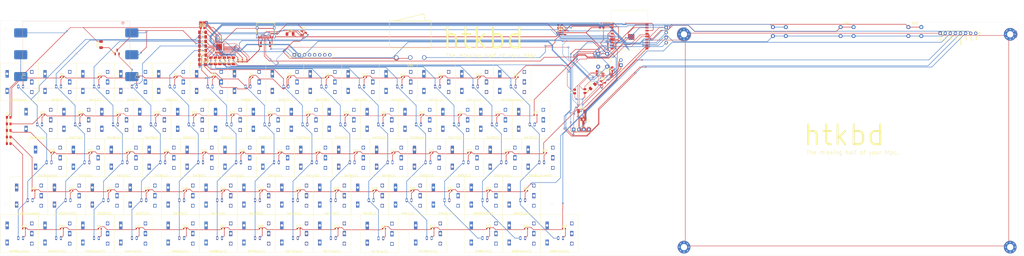
<source format=kicad_pcb>
(kicad_pcb (version 20241229) (generator "pcbnew") (generator_version "9.0")
  (layers (0 "F.Cu" signal) (2 "B.Cu" signal) (13 "F.Paste" user) (15 "B.Paste" user) (5 "F.SilkS" user "F.Silkscreen") (7 "B.SilkS" user "B.Silkscreen") (1 "F.Mask" user) (3 "B.Mask" user) (25 "Edge.Cuts" user))
  (net 0 "")
  (net 1 "B-")
  (net 2 "VBUS")
  (net 3 "+3.3V")
  (net 4 "Net-(U1-EN)")
  (net 5 "Net-(U4-REG)")
  (net 6 "B+")
  (net 7 "INT_TOUCH")
  (net 8 "Net-(D1-A)")
  (net 9 "Row 0")
  (net 10 "Net-(D2-A)")
  (net 11 "Net-(D3-A)")
  (net 12 "Net-(D4-A)")
  (net 13 "Net-(D5-A)")
  (net 14 "Net-(D6-A)")
  (net 15 "Net-(D7-A)")
  (net 16 "Net-(D8-A)")
  (net 17 "Net-(D9-A)")
  (net 18 "Net-(D10-A)")
  (net 19 "Net-(D11-A)")
  (net 20 "Net-(D12-A)")
  (net 21 "Net-(D13-A)")
  (net 22 "Net-(D14-A)")
  (net 23 "Row 1")
  (net 24 "Net-(D15-A)")
  (net 25 "Net-(D16-A)")
  (net 26 "Net-(D17-A)")
  (net 27 "Net-(D18-A)")
  (net 28 "Net-(D19-A)")
  (net 29 "Net-(D20-A)")
  (net 30 "Net-(D21-A)")
  (net 31 "Net-(D22-A)")
  (net 32 "Net-(D23-A)")
  (net 33 "Net-(D24-A)")
  (net 34 "Net-(D25-A)")
  (net 35 "Net-(D26-A)")
  (net 36 "Net-(D27-A)")
  (net 37 "Net-(D28-A)")
  (net 38 "Net-(D29-A)")
  (net 39 "Row 2")
  (net 40 "Row 3")
  (net 41 "Net-(D30-A)")
  (net 42 "Net-(D31-A)")
  (net 43 "Net-(D32-A)")
  (net 44 "Net-(D33-A)")
  (net 45 "Net-(D34-A)")
  (net 46 "Net-(D35-A)")
  (net 47 "Net-(D36-A)")
  (net 48 "Net-(D37-A)")
  (net 49 "Net-(D38-A)")
  (net 50 "Net-(D39-A)")
  (net 51 "Net-(D40-A)")
  (net 52 "Net-(D41-A)")
  (net 53 "Net-(D42-A)")
  (net 54 "Net-(D43-A)")
  (net 55 "Net-(D44-A)")
  (net 56 "Net-(D45-A)")
  (net 57 "Net-(D46-A)")
  (net 58 "Net-(D47-A)")
  (net 59 "Net-(D48-A)")
  (net 60 "Net-(D49-A)")
  (net 61 "Net-(D50-A)")
  (net 62 "Net-(D51-A)")
  (net 63 "Net-(D52-A)")
  (net 64 "Net-(D53-A)")
  (net 65 "Net-(D54-A)")
  (net 66 "Net-(D55-A)")
  (net 67 "Net-(D56-A)")
  (net 68 "Row 4")
  (net 69 "Net-(D57-A)")
  (net 70 "Net-(D59-A)")
  (net 71 "Net-(D61-A)")
  (net 72 "Net-(D63-A)")
  (net 73 "Net-(D65-A)")
  (net 74 "Net-(D67-A)")
  (net 75 "Net-(D69-A)")
  (net 76 "Net-(D71-A)")
  (net 77 "Net-(D73-A)")
  (net 78 "Net-(D75-A)")
  (net 79 "Net-(D77-A)")
  (net 80 "Net-(D79-A)")
  (net 81 "Net-(D81-A)")
  (net 82 "Net-(D83-A)")
  (net 83 "Net-(J2-Pin_3)")
  (net 84 "Net-(J2-Pin_2)")
  (net 85 "SDA")
  (net 86 "Net-(J4-Pin_3)")
  (net 87 "SCL")
  (net 88 "Net-(J5-Pin_1)")
  (net 89 "Net-(J5-Pin_2)")
  (net 90 "Display Power")
  (net 91 "Net-(USB1-CC2)")
  (net 92 "Net-(USB1-CC1)")
  (net 93 "Column 1")
  (net 94 "Column 2")
  (net 95 "Column 3")
  (net 96 "Column 4")
  (net 97 "Column 5")
  (net 98 "Column 6")
  (net 99 "Column 7")
  (net 100 "Column 8")
  (net 101 "Column 9")
  (net 102 "Column 10")
  (net 103 "Column 11")
  (net 104 "Column 12")
  (net 105 "Column 13")
  (net 106 "Column 14")
  (net 107 "RESETIOEXP#")
  (net 108 "INT")
  (net 109 "Net-(U3-P20)")
  (net 110 "Net-(U3-P17)")
  (net 111 "Net-(U3-P16)")
  (net 112 "HARD_OFF_SWITCH")
  (net 113 "D+")
  (net 114 "D-")
  (net 116 "unconnected-(U3-P24-Pad21)")
  (net 119 "DRV2605_EN")
  (net 120 "unconnected-(U3-P22-Pad19)")
  (net 121 "unconnected-(U3-P23-Pad20)")
  (net 124 "Net-(Q5-D)")
  (net 125 "Net-(Q2-G)")
  (net 126 "Net-(Q3-G)")
  (net 127 "USB_VBUS")
  (net 128 "Net-(U6-+-Pad2)")
  (net 129 "Net-(U6-+-Pad6)")
  (net 130 "Net-(U2-EN)")
  (net 132 "GND2")
  (net 133 "/Sensor/VIK_RGB")
  (footprint "Cherry_ULP:Cherry_ULP_TH" (layer "F.Cu") (at 78.6425 63.9425)
    (property "Reference" "SW4(2)1")
    (property "Value" "SW_Push_45deg")
  )
  (footprint "Diode_SMD:D_SOD-523" (layer "F.Cu") (at 142.86 109.1225)
    (property "Reference" "D37")
    (property "Value" "D_45deg")
  )
  (footprint "Diode_SMD:D_SOD-523" (layer "F.Cu") (at 209.535 147.2225)
    (property "Reference" "D73")
    (property "Value" "D_45deg")
  )
  (footprint "Diode_SMD:D_SOD-523" (layer "F.Cu") (at 66.66 109.1225)
    (property "Reference" "D29")
    (property "Value" "D_45deg")
  )
  (footprint "Resistor_SMD:R_0805_2012Metric" (layer "F.Cu") (at 334.32 78.0425 -90)
    (property "Reference" "R4")
    (property "Value" "10k")
  )
  (footprint "Diode_SMD:D_SOD-523" (layer "F.Cu") (at 223.8225 71.0225)
    (property "Reference" "D10")
    (property "Value" "D_45deg")
  )
  (footprint "Diode_SMD:D_SOD-523" (layer "F.Cu") (at 261.9225 71.0225)
    (property "Reference" "D12")
    (property "Value" "D_45deg")
  )
  (footprint "MountingHole:MountingHole_3.2mm_M3_Pad_Via" (layer "F.Cu") (at 384.146041 49.511912 180)
    (property "Reference" "H2" (hide yes))
    (property "Value" "MountingHole_Pad")
  )
  (footprint "Cherry_ULP:Cherry_ULP_TH" (layer "F.Cu") (at 173.8925 63.9425)
    (property "Reference" "SW9(7)1")
    (property "Value" "SW_Push_45deg")
  )
  (footprint "Cherry_ULP:Cherry_ULP_TH" (layer "F.Cu") (at 159.605 121.0925)
    (property "Reference" "SW43(b)1")
    (property "Value" "SW_Push_45deg")
  )
  (footprint "Diode_SMD:D_SOD-523" (layer "F.Cu") (at 147.6225 71.0225)
    (property "Reference" "D6")
    (property "Value" "D_45deg")
  )
  (footprint "Resistor_SMD:R_1206_3216Metric_Pad1.30x1.75mm_HandSolder" (layer "F.Cu") (at 142.13 50.7925)
    (property "Reference" "R6")
    (property "Value" "100k")
  )
  (footprint "Cherry_ULP:Cherry_ULP_TH" (layer "F.Cu") (at 269.1425 63.9425)
    (property "Reference" "SW14(=)1")
    (property "Value" "SW_Push_45deg")
  )
  (footprint "Diode_SMD:D_SOD-523" (layer "F.Cu") (at 157.1475 90.0725)
    (property "Reference" "D20")
    (property "Value" "D_45deg")
  )
  (footprint "Diode_SMD:D_SOD-523" (layer "F.Cu") (at 195.2475 90.0725)
    (property "Reference" "D22")
    (property "Value" "D_45deg")
  )
  (footprint "Diode_SMD:D_SOD-523" (layer "F.Cu") (at 71.4225 147.2225)
    (property "Reference" "D59")
    (property "Value" "D_45deg")
  )
  (footprint "Diode_SMD:D_SOD-523" (layer "F.Cu") (at 285.735 128.1725)
    (property "Reference" "D54")
    (property "Value" "D_45deg")
  )
  (footprint "Diode_SMD:D_SOD-523" (layer "F.Cu") (at 190.485 147.2225)
    (property "Reference" "D71")
    (property "Value" "D_45deg")
  )
  (footprint "Diode_SMD:D_SOD-523" (layer "F.Cu") (at 209.535 128.1725)
    (property "Reference" "D46")
    (property "Value" "D_45deg")
  )
  (footprint "Diode_SMD:D_SOD-523" (layer "F.Cu") (at 61.8975 90.0725)
    (property "Reference" "D15")
    (property "Value" "D_45deg")
  )
  (footprint "Cherry_ULP:Cherry_ULP_TH" (layer "F.Cu") (at 197.705 121.0925)
    (property "Reference" "SW47(m)1")
    (property "Value" "SW_Push_45deg")
  )
  (footprint "Resistor_SMD:R_1206_3216Metric_Pad1.30x1.75mm_HandSolder" (layer "F.Cu") (at 142.13 64.5925)
    (property "Reference" "R12")
    (property "Value" "100k")
  )
  (footprint "Diode_SMD:D_SOD-523" (layer "F.Cu") (at 90.4725 147.2225)
    (property "Reference" "D61")
    (property "Value" "D_45deg")
  )
  (footprint "Cherry_ULP:Cherry_ULP_TH" (layer "F.Cu") (at 245.93 140.1425)
    (property "Reference" "SW78(rctrl)1")
    (property "Value" "SW_Push_45deg")
  )
  (footprint "Diode_SMD:D_SOD-523" (layer "F.Cu") (at 233.3475 90.0725)
    (property "Reference" "D24")
    (property "Value" "D_45deg")
  )
  (footprint "Diode_SMD:D_SOD-523" (layer "F.Cu") (at 171.435 128.1725)
    (property "Reference" "D42")
    (property "Value" "D_45deg")
  )
  (footprint "Diode_SMD:D_SOD-523" (layer "F.Cu") (at 128.5725 71.0225)
    (property "Reference" "D5")
    (property "Value" "D_45deg")
  )
  (footprint "Cherry_ULP:Cherry_ULP_TH" (layer "F.Cu") (at 207.23 102.0425)
    (property "Reference" "SW46(k)1")
    (property "Value" "SW_Push_45deg")
  )
  (footprint "Diode_SMD:D_SOD-523" (layer "F.Cu") (at 323.835 147.2225)
    (property "Reference" "D83")
    (property "Value" "D_45deg")
  )
  (footprint "Resistor_SMD:R_0603_1608Metric" (layer "F.Cu") (at 175.96 54.6825 -90)
    (property "Reference" "R2")
    (property "Value" "5.1k")
  )
  (footprint "Cherry_ULP:Cherry_ULP_TH" (layer "F.Cu") (at 97.6925 140.1425)
    (property "Reference" "SW64(lalt)1")
    (property "Value" "SW_Push_45deg")
  )
  (footprint "Cherry_ULP:Cherry_ULP_TH" (layer "F.Cu") (at 140.555 121.0925)
    (property "Reference" "SW41(v)1")
    (property "Value" "SW_Push_45deg")
  )
  (footprint "Connector_PinHeader_2.54mm:PinHeader_1x08_P2.54mm_Vertical" (layer "F.Cu") (at 188.3 59.8525 90)
    (property "Reference" "REF**")
    (property "Value" "PinHeader_1x08_P2.54mm_Vertical")
  )
  (footprint "Cherry_ULP:Cherry_ULP_TH" (layer "F.Cu") (at 288.1925 63.9425)
    (property "Reference" "SW15(bckspc)1")
    (property "Value" "SW_Push_45deg")
  )
  (footprint "Cherry_ULP:Cherry_ULP_TH" (layer "F.Cu") (at 154.8425 63.9425)
    (property "Reference" "SW8(6)1")
    (property "Value" "SW_Push_45deg")
  )
  (footprint "Resistor_SMD:R_1206_3216Metric_Pad1.30x1.75mm_HandSolder" (layer "F.Cu") (at 186.11 49.3825)
    (property "Reference" "R34")
    (property "Value" "100k")
  )
  (footprint "Cherry_ULP:Cherry_ULP_TH" (layer "F.Cu") (at 211.9925 63.9425)
    (property "Reference" "SW11(9)1")
    (property "Value" "SW_Push_45deg")
  )
  (footprint "Cherry_ULP:Cherry_ULP_TH" (layer "F.Cu") (at 50.0675 82.9925)
    (property "Reference" "SW16(tab)1")
    (property "Value" "SW_Push_45deg")
  )
  (footprint "Diode_SMD:D_SOD-523" (layer "F.Cu") (at 171.435 147.2225)
    (property "Reference" "D69")
    (property "Value" "D_45deg")
  )
  (footprint "Resistor_SMD:R_0805_2012Metric" (layer "F.Cu") (at 44.66 104.4725)
    (property "Reference" "R19")
    (property "Value" "10k")
  )
  (footprint "Diode_SMD:D_SOD-523" (layer "F.Cu") (at 123.81 109.1225)
    (property "Reference" "D35")
    (property "Value" "D_45deg")
  )
  (footprint "Diode_SMD:D_SOD-523" (layer "F.Cu") (at 233.3475 147.2225)
    (property "Reference" "D75")
    (property "Value" "D_45deg")
  )
  (footprint "Cherry_ULP:Cherry_ULP_TH" (layer "F.Cu") (at 183.4175 82.9925)
    (property "Reference" "SW23(u)1")
    (property "Value" "SW_Push_45deg")
  )
  (footprint "Diode_SMD:D_SOD-523" (layer "F.Cu") (at 304.7825 147.2225)
    (property "Reference" "D81")
    (property "Value" "D_45deg")
  )
  (footprint "Resistor_SMD:R_1206_3216Metric_Pad1.30x1.75mm_HandSolder" (layer "F.Cu") (at 142.13 48.4925)
    (property "Reference" "R5" (hide yes))
    (property "Value" "100k")
  )
  (footprint "Diode_SMD:D_SOD-523" (layer "F.Cu") (at 204.7725 71.0225)
    (property "Reference" "D9")
    (property "Value" "D_45deg")
  )
  (footprint "Diode_SMD:D_SOD-523" (layer "F.Cu") (at 257.7625 147.2125)
    (property "Reference" "D77")
    (property "Value" "D_45deg")
  )
  (footprint "Resistor_SMD:R_0603_1608Metric" (layer "F.Cu") (at 171.47 54.6825 -90)
    (property "Reference" "R1")
    (property "Value" "5.1k")
  )
  (footprint "Cherry_ULP:Cherry_ULP_TH" (layer "F.Cu") (at 150.08 102.0425)
    (property "Reference" "SW40(g)1")
    (property "Value" "SW_Push_45deg")
  )
  (footprint "Cherry_ULP:Cherry_ULP_TH" (layer "F.Cu") (at 278.6675 82.9925)
    (property "Reference" "SW28(])1")
    (property "Value" "SW_Push_45deg")
  )
  (footprint "Cherry_ULP:Cherry_ULP_TH" (layer "F.Cu") (at 73.88 102.0425)
    (property "Reference" "SW32(a)1")
    (property "Value" "SW_Push_45deg")
  )
  (footprint "Diode_SMD:D_SOD-523" (layer "F.Cu") (at 166.6725 71.0225)
    (property "Reference" "D7")
    (property "Value" "D_45deg")
  )
  (footprint "Cherry_ULP:Cherry_ULP_TH" (layer "F.Cu") (at 59.5925 63.9425)
    (property "Reference" "SW3(1)1")
    (property "Value" "SW_Push_45deg")
  )
  (footprint "Diode_SMD:D_SOD-523" (layer "F.Cu") (at 152.385 147.2225)
    (property "Reference" "D67")
    (property "Value" "D_45deg")
  )
  (footprint "Resistor_SMD:R_1206_3216Metric_Pad1.30x1.75mm_HandSolder" (layer "F.Cu") (at 146.32 62.8425 90)
    (property "Reference" "R13")
    (property "Value" "100k")
  )
  (footprint "Capacitor_SMD:C_0603_1608Metric_Pad1.08x0.95mm_HandSolder" (layer "F.Cu") (at 321.8225 46.2825 180)
    (property "Reference" "C2")
    (property "Value" "1uF")
  )
  (footprint "Diode_SMD:D_SOD-523" (layer "F.Cu") (at 133.335 128.1725)
    (property "Reference" "D38")
    (property "Value" "D_45deg")
  )
  (footprint "Cherry_ULP:Cherry_ULP_TH" (layer "F.Cu") (at 169.13 102.0425)
    (property "Reference" "SW42(h)1")
    (property "Value" "SW_Push_45deg")
  )
  (footprint "Cherry_ULP:Cherry_ULP_TH" (layer "F.Cu") (at 145.3175 82.9925)
    (property "Reference" "SW21(t)1")
    (property "Value" "SW_Push_45deg")
  )
  (footprint "Resistor_SMD:R_0805_2012Metric" (layer "F.Cu") (at 142.13 43.9725 180)
    (property "Reference" "R24")
    (property "Value" "10k")
  )
  (footprint "Cherry_ULP:Cherry_ULP_TH" (layer "F.Cu") (at 102.455 121.0925)
    (property "Reference" "SW37(x)1")
    (property "Value" "SW_Push_45deg")
  )
  (footprint "Cherry_ULP:Cherry_ULP_TH" (layer "F.Cu") (at 164.3675 82.9925)
    (property "Reference" "SW22(y)1")
    (property "Value" "SW_Push_45deg")
  )
  (footprint "Cherry_ULP:Cherry_ULP_TH" (layer "F.Cu") (at 273.905 121.0925)
    (property "Reference" "SW55(rshift)1")
    (property "Value" "SW_Push_45deg")
  )
  (footprint "Cherry_ULP:Cherry_ULP_TH" (layer "F.Cu") (at 259.6175 82.9925)
    (property "Reference" "SW27([)1")
    (property "Value" "SW_Push_45deg")
  )
  (footprint "Diode_SMD:D_SOD-523" (layer "F.Cu") (at 52.3725 147.2225)
    (property "Reference" "D57")
    (property "Value" "D_45deg")
  )
  (footprint "Cherry_ULP:Cherry_ULP_TH" (layer "F.Cu") (at 45.305 121.0925)
    (property "Reference" "SW31(unused)1")
    (property "Value" "SW_Push_45deg")
  )
  (footprint "Resistor_SMD:R_1206_3216Metric_Pad1.30x1.75mm_HandSolder" (layer "F.Cu") (at 142.13 53.0925)
    (property "Reference" "R7")
    (property "Value" "100k")
  )
  (footprint "Cherry_ULP:Cherry_ULP_TH" (layer "F.Cu") (at 235.805 121.0925)
    (property "Reference" "SW51(.)1")
    (property "Value" "SW_Push_45deg")
  )
  (footprint "Cherry_ULP:Cherry_ULP_TH" (layer "F.Cu") (at 240.5675 82.9925)
    (property "Reference" "SW26(p)1")
    (property "Value" "SW_Push_45deg")
  )
  (footprint "easyeda2kicad:SW-TH_RS601A-1020013BB" (layer "F.Cu") (at 246.53 61.205 180)
    (property "Reference" "SW5")
    (property "Value" "RS601A-1020013BB")
  )
  (footprint "Cherry_ULP:Cherry_ULP_TH" (layer "F.Cu") (at 59.5925 140.1425)
    (property "Reference" "SW60(lctrl)1")
    (property "Value" "SW_Push_45deg")
  )
  (footprint "Resistor_SMD:R_1206_3216Metric_Pad1.30x1.75mm_HandSolder" (layer "F.Cu") (at 332.66 88.2725)
    (property "Reference" "R26")
    (property "Value" "1M")
  )
  (footprint "Cherry_ULP:Cherry_ULP_TH" (layer "F.Cu") (at 126.2675 82.9925)
    (property "Reference" "SW20(r)1")
    (property "Value" "SW_Push_45deg")
  )
  (footprint "Resistor_SMD:R_0805_2012Metric" (layer "F.Cu") (at 44.66 94.5425)
    (property "Reference" "R22")
    (property "Value" "10k")
  )
  (footprint "Diode_SMD:D_SOD-523" (layer "F.Cu") (at 52.3725 71.0125)
    (property "Reference" "D1")
    (property "Value" "D_45deg")
  )
  (footprint "Diode_SMD:D_SOD-523" (layer "F.Cu") (at 242.8725 71.0225)
    (property "Reference" "D11")
    (property "Value" "D_45deg")
  )
  (footprint "Cherry_ULP:Cherry_ULP_TH" (layer "F.Cu") (at 64.355 121.0925)
    (property "Reference" "SW33(lshift)1")
    (property "Value" "SW_Push_45deg")
  )
  (footprint "Resistor_SMD:R_1206_3216Metric_Pad1.30x1.75mm_HandSolder" (layer "F.Cu") (at 157.62 62.8425 90)
    (property "Reference" "R18")
    (property "Value" "100k")
  )
  (footprint "Diode_SMD:D_SOD-523" (layer "F.Cu") (at 161.91 109.1225)
    (property "Reference" "D39")
    (property "Value" "D_45deg")
  )
  (footprint "Connector_PinHeader_2.54mm:PinHeader_1x02_P2.54mm_Vertical" (layer "F.Cu") (at 352.44 64.9825 180)
    (property "Reference" "J5")
    (property "Value" "Conn_01x02_Pin")
  )
  (footprint "Cherry_ULP:Cherry_ULP_TH" (layer "F.Cu") (at 97.6925 63.9425)
    (property "Reference" "SW5(3)1")
    (property "Value" "SW_Push_45deg")
  )
  (footprint "Diode_SMD:D_SOD-523" (layer "F.Cu") (at 314.31 109.1225)
    (property "Reference" "D55")
    (property "Value" "D_45deg")
  )
  (footprint "Cherry_ULP:Cherry_ULP_TH" (layer "F.Cu") (at 121.505 121.0925)
    (property "Reference" "SW39(c)1")
    (property "Value" "SW_Push_45deg")
  )
  (footprint "Cherry_ULP:Cherry_ULP_TH" (layer "F.Cu") (at 292.955 121.0925)
    (property "Reference" "SW57(up)1")
    (property "Value" "SW_Push_45deg")
  )
  (footprint "Diode_SMD:D_SOD-523" (layer "F.Cu") (at 180.96 109.1225)
    (property "Reference" "D41")
    (property "Value" "D_45deg")
  )
  (footprint "Resistor_SMD:R_1206_3216Metric_Pad1.30x1.75mm_HandSolder" (layer "F.Cu") (at 142.13 55.3925)
    (property "Reference" "R8")
    (property "Value" "100k")
  )
  (footprint "Resistor_SMD:R_1206_3216Metric_Pad1.30x1.75mm_HandSolder" (layer "F.Cu") (at 142.13 57.6925)
    (property "Reference" "R9")
    (property "Value" "100k")
  )
  (footprint "Diode_SMD:D_SOD-523" (layer "F.Cu") (at 271.4475 90.0725)
    (property "Reference" "D26")
    (property "Value" "D_45deg")
  )
  (footprint "Cherry_ULP:Cherry_ULP_TH" (layer "F.Cu") (at 312.005 140.1425)
    (property "Reference" "SW84(right)1")
    (property "Value" "SW_Push_45deg")
  )
  (footprint "Diode_SMD:D_SOD-523" (layer "F.Cu") (at 114.285 128.1725)
    (property "Reference" "D36")
    (property "Value" "D_45deg")
  )
  (footprint "Capacitor_SMD:C_0603_1608Metric_Pad1.08x0.95mm_HandSolder" (layer "F.Cu") (at 342.79 46.1325 180)
    (property "Reference" "C3")
    (property "Value" "100nF")
  )
  (footprint "Diode_SMD:D_SOD-523" (layer "F.Cu") (at 99.9975 90.0725)
    (property "Reference" "D17")
    (property "Value" "D_45deg")
  )
  (footprint "Diode_SMD:D_SOD-523" (layer "F.Cu") (at 152.385 128.1725)
    (property "Reference" "D40")
    (property "Value" "D_45deg")
  )
  (footprint "Cherry_ULP:Cherry_ULP_TH" (layer "F.Cu") (at 40.5425 63.9425)
    (property "Reference" "SW2(esc)1")
    (property "Value" "SW_Push_45deg")
  )
  (footprint "Diode_SMD:D_SOD-523" (layer "F.Cu") (at 76.185 128.1725)
    (property "Reference" "D32")
    (property "Value" "D_45deg")
  )
  (footprint "Cherry_ULP:Cherry_ULP_TH" (layer "F.Cu") (at 54.83 102.0425)
    (property "Reference" "SW30(caps)1")
    (property "Value" "SW_Push_45deg")
  )
  (footprint "Connector_PinHeader_2.54mm:PinHeader_1x04_P2.54mm_Vertical" (layer "F.Cu") (at 375.22 46.0925)
    (property "Reference" "J2" (hide yes))
    (property "Value" "Conn_01x04_Pin")
  )
  (footprint "Package_TO_SOT_SMD:SOT-23" (layer "F.Cu") (at 333.58 92.95 -90)
    (property "Reference" "Q1")
    (property "Value" "BSS84")
  )
  (footprint "Cherry_ULP:Cherry_ULP_TH" (layer "F.Cu") (at 292.955 140.1425)
    (property "Reference" "SW82(down)1")
    (property "Value" "SW_Push_45deg")
  )
  (footprint "Cherry_ULP:Cherry_ULP_TH" (layer "F.Cu") (at 111.98 102.0425)
    (property "Reference" "SW36(d)1")
    (property "Value" "SW_Push_45deg")
  )
  (footprint "Cherry_ULP:Cherry_ULP_TH" (layer "F.Cu") (at 69.1175 82.9925)
    (property "Reference" "SW17(q)1")
    (property "Value" "SW_Push_45deg")
  )
  (footprint "Cherry_ULP:Cherry_ULP_TH" (layer "F.Cu") (at 88.1675 82.9925)
    (property "Reference" "SW18(w)1")
    (property "Value" "SW_Push_45deg")
  )
  (footprint "Diode_SMD:D_SOD-523" (layer "F.Cu") (at 119.0475 90.0725)
    (property "Reference" "D18")
    (property "Value" "D_45deg")
  )
  (footprint "Cherry_ULP:Cherry_ULP_TH" (layer "F.Cu") (at 159.605 140.1425)
    (property "Reference" "SW70(spc)1")
    (property "Value" "SW_Push_45deg")
  )
  (footprint "Resistor_SMD:R_1206_3216Metric_Pad1.30x1.75mm_HandSolder" (layer "F.Cu") (at 150.84 62.8425 90)
    (property "Reference" "R15")
    (property "Value" "100k")
  )
  (footprint "MountingHole:MountingHole_3.2mm_M3_Pad_Via" (layer "F.Cu") (at 384.145997 156.511912 180)
    (property "Reference" "H1" (hide yes))
    (property "Value" "MountingHole_Pad")
  )
  (footprint "Cherry_ULP:Cherry_ULP_TH" (layer "F.Cu") (at 283.43 102.0425)
    (property "Reference" "SW54(ret)1")
    (property "Value" "SW_Push_45deg")
  )
  (footprint "Cherry_ULP:Cherry_ULP_TH" (layer "F.Cu") (at 40.5425 140.1425)
    (property "Reference" "SW58(globe)1")
    (property "Value" "SW_Push_45deg")
  )
  (footprint "Button_Switch_THT:SW_PUSH_6mm" (layer "F.Cu") (at 428.846 45.8925)
    (property "Reference" "SW2" (hide yes))
    (property "Value" "SW_Push")
  )
  (footprint "Diode_SMD:D_SOD-523" (layer "F.Cu") (at 109.5225 147.2225)
    (property "Reference" "D63")
    (property "Value" "D_45deg")
  )
  (footprint "Resistor_SMD:R_0805_2012Metric" (layer "F.Cu") (at 44.66 91.2325)
    (property "Reference" "R23")
    (property "Value" "10k")
  )
  (footprint "Diode_SMD:D_SOD-523" (layer "F.Cu") (at 290.4975 90.0725)
    (property "Reference" "D27")
    (property "Value" "D_45deg")
  )
  (footprint "Cherry_ULP:Cherry_ULP_TH" (layer "F.Cu") (at 192.9425 63.9425)
    (property "Reference" "SW10(8)1")
    (property "Value" "SW_Push_45deg")
  )
  (footprint "Resistor_SMD:R_1206_3216Metric_Pad1.30x1.75mm_HandSolder" (layer "F.Cu") (at 142.13 59.9925)
    (property "Reference" "R10")
    (property "Value" "100k")
  )
  (footprint "Diode_SMD:D_SOD-523" (layer "F.Cu") (at 200.01 109.1225)
    (property "Reference" "D43")
    (property "Value" "D_45deg")
  )
  (footprint "easyeda2kicad:USB-C-SMD_TYPE-C-6PIN-2MD-073" (layer "F.Cu") (at 173.86 48.6725 180)
    (property "Reference" "USB1" (hide yes))
    (property "Value" "TYPE-C 16PIN 2MD(073)")
  )
  (footprint "Diode_SMD:D_SOD-523" (layer "F.Cu") (at 85.71 109.1225)
    (property "Reference" "D31")
    (property "Value" "D_45deg")
  )
  (footprint "Cherry_ULP:Cherry_ULP_TH" (layer "F.Cu") (at 188.18 102.0425)
    (property "Reference" "SW44(j)1")
    (property "Value" "SW_Push_45deg")
  )
  (footprint "Diode_SMD:D_SOD-523" (layer "F.Cu") (at 214.2975 90.0725)
    (property "Reference" "D23")
    (property "Value" "D_45deg")
  )
  (footprint "Resistor_SMD:R_0402_1005Metric" (layer "F.Cu") (at 162.16 62.8425 90)
    (property "Reference" "R28")
    (property "Value" "47k")
  )
  (footprint "MountingHole:MountingHole_3.2mm_M3_Pad_Via" (layer "F.Cu") (at 548.146041 49.511912 180)
    (property "Reference" "H4" (hide yes))
    (property "Value" "MountingHole_Pad")
  )
  (footprint "Diode_SMD:D_SOD-523" (layer "F.Cu") (at 138.0975 90.0725)
    (property "Reference" "D19")
    (property "Value" "D_45deg")
  )
  (footprint "Cherry_ULP:Cherry_ULP_TH" (layer "F.Cu") (at 250.0925 63.9425)
    (property "Reference" "SW13(-)1")
    (property "Value" "SW_Push_45deg")
  )
  (footprint "Diode_SMD:D_SOD-523" (layer "F.Cu") (at 228.585 128.1725)
    (property "Reference" "D48")
    (property "Value" "D_45deg")
  )
  (footprint "Cherry_ULP:Cherry_ULP_TH" (layer "F.Cu") (at 135.7925 63.9425)
    (property "Reference" "SW7(5)1")
    (property "Value" "SW_Push_45deg")
  )
  (footprint "Cherry_ULP:Cherry_ULP_TH" (layer "F.Cu") (at 273.905 140.1425)
    (property "Reference" "SW80(left)1")
    (property "Value" "SW_Push_45deg")
  )
  (footprint "Cherry_ULP:Cherry_ULP_TH" (layer "F.Cu") (at 107.2175 82.9925)
    (property "Reference" "SW19(e)1")
    (property "Value" "SW_Push_45deg")
  )
  (footprint "Diode_SMD:D_SOD-523" (layer "F.Cu") (at 285.7325 147.2225)
    (property "Reference" "D79")
    (property "Value" "D_45deg")
  )
  (footprint "Resistor_SMD:R_0805_2012Metric" (layer "F.Cu") (at 329.21 78.2525 90)
    (property "Reference" "R3")
    (property "Value" "10k")
  )
  (footprint "Resistor_SMD:R_1206_3216Metric_Pad1.30x1.75mm_HandSolder" (layer "F.Cu") (at 153.1 62.8425 90)
    (property "Reference" "R16")
    (property "Value" "100k")
  )
  (footprint "Diode_SMD:D_SOD-523" (layer "F.Cu") (at 71.415 71.0125)
    (property "Reference" "D2")
    (property "Value" "D_45deg")
  )
  (footprint "Cherry_ULP:Cherry_ULP_TH" (layer "F.Cu") (at 221.6175 140.2425)
    (property "Reference" "SW76(ralt)1")
    (property "Value" "SW_Push_45deg")
  )
  (footprint "Button_Switch_THT:SW_PUSH_6mm" (layer "F.Cu") (at 345.52 59.2925 -90)
    (property "Reference" "SW1")
    (property "Value" "SW_Push")
  )
  (footprint "Cherry_ULP:Cherry_ULP_TH" (layer "F.Cu") (at 221.5175 82.9925)
    (property "Reference" "SW25(o)1")
    (property "Value" "SW_Push_45deg")
  )
  (footprint "library2:QFN50P500X500X60-33N" (layer "F.Cu") (at 150.315 56.0425)
    (property "Reference" "U3")
    (property "Value" "TCA6424ARGJR")
  )
  (footprint "Diode_SMD:D_SOD-523" (layer "F.Cu") (at 95.235 128.1725)
    (property "Reference" "D34")
    (property "Value" "D_45deg")
  )
  (footprint "Cherry_ULP:Cherry_ULP_TH" (layer "F.Cu") (at 140.555 140.1425)
    (property "Reference" "SW68(spc)1")
    (property "Value" "SW_Push_45deg")
  )
  (footprint "Cherry_ULP:Cherry_ULP_TH" (layer "F.Cu") (at 216.755 121.0925)
    (property "Reference" "SW49(,)1")
    (property "Value" "SW_Push_45deg")
  )
  (footprint "Button_Switch_THT:SW_PUSH_6mm" (layer "F.Cu") (at 462.896 45.8925)
    (property "Reference" "SW4")
    (property "Value" "SW_Push")
  )
  (footprint "Diode_SMD:D_SOD-523" (layer "F.Cu") (at 219.06 109.1225)
    (property "Reference" "D45")
    (property "Value" "D_45deg")
  )
  (footprint "RF_Module:ESP32-C3-WROOM-02" (layer "F.Cu") (at 356.77 50.6425)
    (property "Reference" "U1")
    (property "Value" "ESP32-C3-WROOM-02")
  )
  (footprint "Resistor_SMD:R_0805_2012Metric" (layer "F.Cu") (at 44.66 97.8525)
    (property "Reference" "R21")
    (property "Value" "10k")
  )
  (footprint "Cherry_ULP:Cherry_ULP_TH" (layer "F.Cu") (at 245.33 102.0425)
    (property "Reference" "SW50(;)1")
    (property "Value" "SW_Push_45deg")
  )
  (footprint "Capacitor_SMD:C_0603_1608Metric_Pad1.08x0.95mm_HandSolder" (layer "F.Cu") (at 321.82 44.8225 180)
    (property "Reference" "C1")
    (property "Value" "1uF")
  )
  (footprint "Capacitor_SMD:C_0603_1608Metric_Pad1.08x0.95mm_HandSolder" (layer "F.Cu") (at 348.12 67 90)
    (property "Reference" "C5")
    (property "Value" "1uF")
  )
  (footprint "Resistor_SMD:R_0805_2012Metric" (layer "F.Cu") (at 142.13 46.2325)
    (property "Reference" "R25")
    (property "Value" "10k")
  )
  (footprint "Diode_SMD:D_SOD-523" (layer "F.Cu") (at 300.0225 71.0225)
    (property "Reference" "D14")
    (property "Value" "D_45deg")
  )
  (footprint "Resistor_SMD:R_0402_1005Metric" (layer "F.Cu") (at 159.89 62.8425 90)
    (property "Reference" "R29")
    (property "Value" "47k")
  )
  (footprint "Cherry_ULP:Cherry_ULP_TH" (layer "F.Cu") (at 226.28 102.0425)
    (property "Reference" "SW48(l)1")
    (property "Value" "SW_Push_45deg")
  )
  (footprint "Cherry_ULP:Cherry_ULP_TH" (layer "F.Cu") (at 178.655 140.1425)
    (property "Reference" "SW72(spc)1")
    (property "Value" "SW_Push_45deg")
  )
  (footprint "Cherry_ULP:Cherry_ULP_TH" (layer "F.Cu") (at 116.7425 63.9425)
    (property "Reference" "SW6(4)1")
    (property "Value" "SW_Push_45deg")
  )
  (footprint "Cherry_ULP:Cherry_ULP_TH" (layer "F.Cu") (at 131.03 102.0425)
    (property "Reference" "SW38(f)1")
    (property "Value" "SW_Push_45deg")
  )
  (footprint "MountingHole:MountingHole_3.2mm_M3_Pad_Via" (layer "F.Cu") (at 548.145997 156.511912 180)
    (property "Reference" "H3" (hide yes))
    (property "Value" "MountingHole_Pad" (hide yes))
  )
  (footprint "Diode_SMD:D_SOD-523" (layer "F.Cu") (at 295.26 109.1225)
    (property "Reference" "D53")
    (property "Value" "D_45deg")
  )
  (footprint "Resistor_SMD:R_0805_2012Metric" (layer "F.Cu") (at 44.66 101.1625)
    (property "Reference" "R20")
    (property "Value" "10k")
  )
  (footprint "Cherry_ULP:Cherry_ULP_TH" (layer "F.Cu") (at 202.4675 82.9925)
    (property "Reference" "SW24(i)1")
    (property "Value" "SW_Push_45deg")
  )
  (footprint "Diode_SMD:D_SOD-523" (layer "F.Cu") (at 185.7225 71.0225)
    (property "Reference" "D8")
    (property "Value" "D_45deg")
  )
  (footprint "Diode_SMD:D_SOD-523" (layer "F.Cu") (at 109.5225 71.0125)
    (property "Reference" "D4")
    (property "Value" "D_45deg")
  )
  (footprint "Package_TO_SOT_SMD:SOT-23-5" (layer "F.Cu") (at 323.19 48.71)
    (property "Reference" "U2")
    (property "Value" "AP2112K-3.3")
  )
  (footprint "Diode_SMD:D_SOD-523" (layer "F.Cu") (at 57.135 128.1725)
    (property "Reference" "D30")
    (property "Value" "D_45deg")
  )
  (footprint "Diode_SMD:D_SOD-523" (layer "F.Cu") (at 276.21 109.1225)
    (property "Reference" "D51")
    (property "Value" "D_45deg")
  )
  (footprint "Package_TO_SOT_SMD:SOT-23" (layer "F.Cu") (at 99.17 58.435 90)
    (property "Reference" "Q2")
    (property "Value" "BSS84")
  )
  (footprint "Diode_SMD:D_SOD-523" (layer "F.Cu") (at 80.9475 90.0725)
    (property "Reference" "D16")
    (property "Value" "D_45deg")
  )
  (footprint "Resistor_SMD:R_1206_3216Metric_Pad1.30x1.75mm_HandSolder" (layer "F.Cu") (at 142.13 62.2925)
    (property "Reference" "R11")
    (property "Value" "100k")
  )
  (footprint "Resistor_SMD:R_0402_1005Metric" (layer "F.Cu") (at 164.42 62.8425 90)
    (property "Reference" "R27")
    (property "Value" "47k")
  )
  (footprint "Diode_SMD:D_SOD-523" (layer "F.Cu") (at 90.4725 71.0125)
    (property "Reference" "D3")
    (property "Value" "D_45deg")
  )
  (footprint "Cherry_ULP:Cherry_ULP_TH" (layer "F.Cu") (at 178.655 121.0925)
    (property "Reference" "SW45(n)1")
    (property "Value" "SW_Push_45deg")
  )
  (footprint "Cherry_ULP:Cherry_ULP_TH" (layer "F.Cu") (at 92.93 102.0425)
    (property "Reference" "SW34(s)1")
    (property "Value" "SW_Push_45deg")
  )
  (footprint "Cherry_ULP:Cherry_ULP_TH" (layer "F.Cu") (at 197.705 140.1425)
    (property "Reference" "SW74(spc)1")
    (property "Value" "SW_Push_45deg")
  )
  (footprint "Capacitor_SMD:C_0603_1608Metric_Pad1.08x0.95mm_HandSolder" (layer "F.Cu") (at 340.25 68.9425 -90)
    (property "Reference" "C4")
    (property "Value" "1uF")
  )
  (footprint "Cherry_ULP:Cherry_ULP_TH" (layer "F.Cu") (at 83.405 121.0925)
    (property "Reference" "SW35(z)1")
    (property "Value" "SW_Push_45deg")
  )
  (footprint "Cherry_ULP:Cherry_ULP_TH" (layer "F.Cu") (at 264.38 102.0425)
    (property "Reference" "SW52(')1")
    (property "Value" "SW_Push_45deg")
  )
  (footprint "Resistor_SMD:R_1206_3216Metric_Pad1.30x1.75mm_HandSolder" (layer "F.Cu") (at 155.36 62.8425 90)
    (property "Reference" "R17")
    (property "Value" "100k")
  )
  (footprint "Resistor_SMD:R_1206_3216Metric_Pad1.30x1.75mm_HandSolder" (layer "F.Cu") (at 91.09 54.6625 90)
    (property "Reference" "R33")
    (property "Value" "100k")
  )
  (footprint "Diode_SMD:D_SOD-523" (layer "F.Cu") (at 280.9725 71.0225)
    (property "Reference" "D13")
    (property "Value" "D_45deg")
  )
  (footprint "Connector_PinHeader_2.54mm:PinHeader_1x04_P2.54mm_Vertical" (layer "F.Cu") (at 328.66 97.3625 90)
    (property "Reference" "J4")
    (property "Value" "Conn_01x04_Socket")
  )
  (footprint "Diode_SMD:D_SOD-523" (layer "F.Cu") (at 304.785 128.1725)
    (property "Reference" "D56")
    (property "Value" "D_45deg")
  )
  (footprint "Cherry_ULP:Cherry_ULP_TH" (layer "F.Cu") (at 78.6425 140.1425)
    (property "Reference" "SW62(super)1")
    (property "Value" "SW_Push_45deg")
  )
  (footprint "Cherry_ULP:Cherry_ULP_TH" (layer "F.Cu") (at 297.7175 82.9925)
    (property "Reference" "SW29(\\)1")
    (property "Value" "SW_Push_45deg")
  )
  (footprint "Cherry_ULP:Cherry_ULP_TH" (layer "F.Cu") (at 254.855 121.0925)
    (property "Reference" "SW53(/)1")
    (property "Value" "SW_Push_45deg")
  )
  (footprint "Cherry_ULP:Cherry_ULP_TH" (layer "F.Cu") (at 302.48 102.0425)
    (property "Reference" "SW56(unused)1")
    (property "Value" "SW_Push_45deg")
  )
  (footprint "Diode_SMD:D_SOD-523" (layer "F.Cu") (at 252.3975 90.0725)
    (property "Reference" "D25")
    (property "Value" "D_45deg")
  )
  (footprint "Diode_SMD:D_SOD-523" (layer "F.Cu") (at 266.685 128.1725)
    (property "Reference" "D52")
    (property "Value" "D_45deg")
  )
  (footprint "Diode_SMD:D_SOD-523" (layer "F.Cu") (at 309.5475 90.0725)
    (property "Reference" "D28")
    (property "Value" "D_45deg")
  )
  (footprint "Diode_SMD:D_SOD-523" (layer "F.Cu") (at 257.16 109.1225)
    (property "Reference" "D49")
    (property "Value" "D_45deg")
  )
  (footprint "Diode_SMD:D_SOD-523" (layer "F.Cu") (at 247.635 128.1725)
    (property "Reference" "D50")
    (property "Value" "D_45deg")
  )
  (footprint "Button_Switch_THT:SW_PUSH_6mm" (layer "F.Cu") (at 496.946 45.8925)
    (property "Reference" "SW3")
    (property "Value" "SW_Push")
  )
  (footprint "Diode_SMD:D_SOD-523" (layer "F.Cu") (at 190.485 128.1725)
    (property "Reference" "D44")
    (property "Value" "D_45deg")
  )
  (footprint "Diode_SMD:D_SOD-523" (layer "F.Cu") (at 133.335 147.2225)
    (property "Reference" "D65")
    (property "Value" "D_45deg")
  )
  (footprint "Package_TO_SOT_SMD:SOT-23" (layer "F.Cu") (at 192.9775 48.7925)
    (property "Reference" "Q3")
    (property "Value" "BSS84")
  )
  (footprint "Package_TO_SOT_SMD:SOT-23" (layer "F.Cu") (at 343.34 73.9375)
    (property "Reference" "Q5")
    (property "Value" "BSS84")
  )
  (footprint "Resistor_SMD:R_1206_3216Metric_Pad1.30x1.75mm_HandSolder" (layer "F.Cu") (at 148.58 62.8425 90)
    (property "Reference" "R14")
    (property "Value" "100k")
  )
  (footprint "Diode_SMD:D_SOD-523" (layer "F.Cu") (at 238.11 109.1225)
    (property "Reference" "D47")
    (property "Value" "D_45deg")
  )
  (footprint "Diode_SMD:D_SOD-523" (layer "F.Cu") (at 176.1975 90.0725)
    (property "Reference" "D21")
    (property "Value" "D_45deg")
  )
  (footprint "Cherry_ULP:Cherry_ULP_TH" (layer "F.Cu") (at 121.505 140.1425)
    (property "Reference" "SW66(spc)1")
    (property "Value" "SW_Push_45deg")
  )
  (footprint "Cherry_ULP:Cherry_ULP_TH" (layer "F.Cu") (at 231.0425 63.9425)
    (property "Reference" "SW12(0)1")
    (property "Value" "SW_Push_45deg")
  )
  (footprint "Diode_SMD:D_SOD-523" (layer "F.Cu") (at 104.76 109.1225)
    (property "Reference" "D33")
    (property "Value" "D_45deg")
  )
  (footprint "Connector_PinHeader_2.54mm:PinHeader_1x08_P2.54mm_Vertical" (layer "F.Cu") (at 512.994597 49.008968 90)
    (property "Reference" "J8")
    (property "Value" "Conn_01x08_Pin" (hide yes))
  )
  (footprint "Resistor_SMD:R_1206_3216Metric_Pad1.30x1.75mm_HandSolder" (layer "F.Cu") (at 338.27 75.68 45)
    (property "Reference" "R31")
    (property "Value" "1M")
  )
  (footprint "Package_SO:VSSOP-10_3x3mm_P0.5mm" (layer "F.Cu") (at 345.64 70.0425)
    (property "Reference" "U4")
    (property "Value" "DRV2605LDGS")
  )
  (footprint "easyeda2kicad:BH-AAA-B5AA005" (layer "B.Cu") (at 78.6425 59.7825 180)
    (property "Reference" "U6")
    (property "Value" "BH-AAA-B5AA005")
  )
  (gr_circle (center 43.09 134.6925) (end 43.666 134.6925) (stroke (width 0.05)) (fill no) (layer "Edge.Cuts"))
  (gr_poly (pts (xy 145.02 42.7225) (xy 145.69 43.3925) (xy 347.69 43.3925) (xy 365.79 43.3925) (xy 365.99 43.3925) (xy 552.13 43.3925) (xy 552.13 160.4925) (xy 332.29 160.4925) (xy 40.49 160.4925) (xy 40.49 42.7225)) (stroke (width 0.05)) (fill no) (layer "Edge.Cuts"))
  (gr_circle (center 317.69 134.6925) (end 318.266 134.6925) (stroke (width 0.05)) (fill no) (layer "Edge.Cuts"))
  (gr_circle (center 43.09 46.8925) (end 43.666 46.8925) (stroke (width 0.05)) (fill no) (layer "Edge.Cuts"))
  (gr_text "htkbd" (at 443.56 106.04 0) (layer "F.SilkS") (effects (font (size 10 10) (thickness 1)) (justify left bottom)))
  (gr_text "The missing half of your htpc." (at 445.56 110.04 0) (layer "F.SilkS") (effects (font (size 2 2) (thickness 0.2)) (justify left bottom)))
  (gr_text "The missing half of your htpc." (at 264.19 61.3925 0) (layer "F.SilkS") (effects (font (size 2 2) (thickness 0.2)) (justify left bottom)))
  (gr_text "htkbd" (at 262.19 57.3925 0) (layer "F.SilkS") (effects (font (size 10 10) (thickness 1)) (justify left bottom)))
  (gr_text "DIN\n\nVCC\n\nGP4\n\nCHANGE\n\nSDA\n\nSCL\n\n+3.3V\n\nGND" (at 512.594597 50.408968 270) (layer "F.SilkS") (effects (font (size 0.8 0.8)) (justify left bottom)))
  (segment (start 141.946 43.322548) (end 141.679952 43.0565) (width 0.25) (layer "F.Cu") (net 1))
  (segment (start 169.56 46.545) (end 169.56 50.755) (width 0.32) (layer "F.Cu") (net 1))
  (segment (start 334.9375 48.71) (end 337.515 46.1325) (width 0.32) (layer "F.Cu") (net 1))
  (segment (start 348.02 56.6425) (end 348.02 56.7925) (width 0.25) (layer "F.Cu") (net 1))
  (segment (start 340.9875 75.892516) (end 327.867516 89.0125) (width 0.16) (layer "F.Cu") (net 1))
  (segment (start 177.06 54.4075) (end 175.96 55.5075) (width 0.32) (layer "F.Cu") (net 1))
  (segment (start 159.1275 46.545) (end 152.065 53.6075) (width 0.25) (layer "F.Cu") (net 1))
  (segment (start 340.543684 57.0965) (end 329.5235 57.0965) (width 0.25) (layer "F.Cu") (net 1))
  (segment (start 144.685446 43.285579) (end 144.324602 42.924735) (width 0.25) (layer "F.Cu") (net 1))
  (segment (start 348.12 66.1375) (end 345.865 66.1375) (width 0.32) (layer "F.Cu") (net 1))
  (segment (start 82.160242 46.11) (end 89.162742 53.1125) (width 0.2) (layer "F.Cu") (net 1))
  (segment (start 140.755048 43.0565) (end 140.489 43.322548) (width 0.25) (layer "F.Cu") (net 1))
  (segment (start 348.239742 56.6425) (end 348.468623 56.413619) (width 0.25) (layer "F.Cu") (net 1))
  (segment (start 345.52 59.2925) (end 342.739684 59.2925) (width 0.25) (layer "F.Cu") (net 1))
  (segment (start 141.651254 45.3165) (end 140.755048 45.3165) (width 0.25) (layer "F.Cu") (net 1))
  (segment (start 319.6875 50.755) (end 189.56 50.755) (width 0.32) (layer "F.Cu") (net 1))
  (segment (start 143.81429 42.924735) (end 143.593738 43.145287) (width 0.25) (layer "F.Cu") (net 1))
  (segment (start 329.5235 57.0965) (end 327.24 59.38) (width 0.25) (layer "F.Cu") (net 1))
  (segment (start 45.344 76.469242) (end 45.344 89.636) (width 0.25) (layer "F.Cu") (net 1))
  (segment (start 340.9875 70.5425) (end 343.44 70.5425) (width 0.16) (layer "F.Cu") (net 1))
  (segment (start 177.3575 50.755) (end 177.06 51.0525) (width 0.32) (layer "F.Cu") (net 1))
  (segment (start 320.9075 46.2325) (end 320.9575 46.2825) (width 0.25) (layer "F.Cu") (net 1))
  (segment (start 169.56 46.545) (end 159.1275 46.545) (width 0.25) (layer "F.Cu") (net 1))
  (segment (start 141.679952 43.0565) (end 140.755048 43.0565) (width 0.25) (layer "F.Cu") (net 1))
  (segment (start 140.755048 45.3165) (end 140.489 45.582548) (width 0.25) (layer "F.Cu") (net 1))
  (segment (start 548.146041 49.511912) (end 547.610041 50.047912) (width 0.09) (layer "F.Cu") (net 1))
  (segment (start 170.68 51.305) (end 170.344 51.641) (width 0.32) (layer "F.Cu") (net 1))
  (segment (start 334.9375 48.71) (end 345.52 59.2925) (width 0.32) (layer "F.Cu") (net 1))
  (segment (start 512.994597 49.008968) (end 514.088541 50.102912) (width 0.2) (layer "F.Cu") (net 1))
  (segment (start 43.7475 91.2325) (end 43.7475 104.4725) (width 0.25) (layer "F.Cu") (net 1))
  (segment (start 151.565 53.6075) (end 151.565 50.166548) (width 0.25) (layer "F.Cu") (net 1))
  (segment (start 348.12 66.1375) (end 346.864 67.3935) (width 0.32) (layer "F.Cu") (net 1))
  (segment (start 151.565 54.3125) (end 151.565 53.6075) (width 0.2) (layer "F.Cu") (net 1))
  (segment (start 337.515 46.1325) (end 341.9275 46.1325) (width 0.32) (layer "F.Cu") (net 1))
  (segment (start 170.344 55.1065) (end 170.745 55.5075) (width 0.32) (layer "F.Cu") (net 1))
  (segment (start 321.7325 48.71) (end 319.6875 50.755) (width 0.32) (layer "F.Cu") (net 1))
  (segment (start 187.66 49.3825) (end 189.0325 50.755) (width 0.2) (layer "F.Cu") (net 1))
  (segment (start 348.986 55.805286) (end 348.986 53.967045) (width 0.25) (layer "F.Cu") (net 1))
  (segment (start 348.986 53.967045) (end 349.69 53.263045) (width 0.25) (layer "F.Cu") (net 1))
  (segment (start 170.344 51.641) (end 170.344 55.1065) (width 0.32) (layer "F.Cu") (net 1))
  (segment (start 548.145997 156.511912) (end 547.609997 157.047912) (width 0.09) (layer "F.Cu") (net 1))
  (segment (start 322.0525 48.71) (end 321.7325 48.71) (width 0.32) (layer "F.Cu") (net 1))
  (segment (start 547.387953 50.27) (end 547.387953 155.753868) (width 0.2) (layer "F.Cu") (net 1))
  (segment (start 144.324602 42.924735) (end 143.81429 42.924735) (width 0.25) (layer "F.Cu") (net 1))
  (segment (start 347.84 70.0425) (end 344.514974 70.0425) (width 0.16) (layer "F.Cu") (net 1))
  (segment (start 367.501988 52.410559) (end 382.149441 52.410559) (width 0.2) (layer "F.Cu") (net 1))
  (segment (start 346.864 67.3935) (end 346.864 69.8265) (width 0.32) (layer "F.Cu") (net 1))
  (segment (start 170.745 57.232096) (end 164.624596 63.3525) (width 0.32) (layer "F.Cu") (net 1))
  (segment (start 342.739684 59.2925) (end 340.543684 57.0965) (width 0.25) (layer "F.Cu") (net 1))
  (segment (start 512.906541 48.920912) (end 384.737041 48.920912) (width 0.2) (layer "F.Cu") (net 1))
  (segment (start 547.554997 155.920912) (end 548.145997 156.511912) (width 0.2) (layer "F.Cu") (net 1))
  (segment (start 141.946 44.218754) (end 141.946 43.322548) (width 0.25) (layer "F.Cu") (net 1))
  (segment (start 143.504952 43.0565) (end 142.580048 43.0565) (width 0.25) (layer "F.Cu") (net 1))
  (segment (start 352.93 53.26) (end 354.94 51.25) (width 0.25) (layer "F.Cu") (net 1))
  (segment (start 383.609997 50.047956) (end 384.146041 49.511912) (width 0.09) (layer "F.Cu") (net 1))
  (segment (start 384.736997 155.920912) (end 547.554997 155.920912) (width 0.2) (layer "F.Cu") (net 1))
  (segment (start 177.08 51.305) (end 177.086 51.311) (width 0.32) (layer "F.Cu") (net 1))
  (segment (start 143.593738 43.145287) (end 143.504952 43.0565) (width 0.25) (layer "F.Cu") (net 1))
  (segment (start 141.651254 44.8885) (end 141.865254 45.1025) (width 0.25) (layer "F.Cu") (net 1))
  (segment (start 140.755048 44.8885) (end 141.651254 44.8885) (width 0.25) (layer "F.Cu") (net 1))
  (segment (start 548.146041 49.511912) (end 547.387953 50.27) (width 0.2) (layer "F.Cu") (net 1))
  (segment (start 140.489 46.11) (end 82.160242 46.11) (width 0.25) (layer "F.Cu") (net 1))
  (segment (start 322.0525 48.71) (end 334.9375 48.71) (width 0.32) (layer "F.Cu") (net 1))
  (segment (start 177.06 51.0525) (end 177.06 54.4075) (width 0.32) (layer "F.Cu") (net 1))
  (segment (start 384.146041 50.413959) (end 384.146041 49.511912) (width 0.2) (layer "F.Cu") (net 1))
  (segment (start 367.155789 52.06436) (end 367.501988 52.410559) (width 0.2) (layer "F.Cu") (net 1))
  (segment (start 189.0325 50.755) (end 189.56 50.755) (width 0.2) (layer "F.Cu") (net 1))
  (segment (start 348.02 56.6425) (end 348.239742 56.6425) (width 0.25) (layer "F.Cu") (net 1))
  (segment (start 384.681997 157.047912) (end 384.145997 156.511912) (width 0.09) (layer "F.Cu") (net 1))
  (segment (start 340.25 69.805) (end 340.9875 70.5425) (width 0.16) (layer "F.Cu") (net 1))
  (segment (start 178.2 46.545) (end 169.56 46.545) (width 0.32) (layer "F.Cu") (net 1))
  (segment (start 321.390001 48.71) (end 322.0525 48.71) (width 0.25) (layer "F.Cu") (net 1))
  (segment (start 140.489 45.582548) (end 140.489 46.11) (width 0.25) (layer "F.Cu") (net 1))
  (segment (start 348.148786 56.6425) (end 348.986 55.805286) (width 0.25) (layer "F.Cu") (net 1))
  (segment (start 347.08 70.0425) (end 347.84 70.0425) (width 0.32) (layer "F.Cu") (net 1))
  (segment (start 91.09 53.1125) (end 89.162742 53.1125) (width 0.2) (layer "F.Cu") (net 1))
  (segment (start 512.994597 49.008968) (end 512.906541 48.920912) (width 0.2) (layer "F.Cu") (net 1))
  (segment (start 320.9575 48.277499) (end 321.390001 48.71) (width 0.25) (layer "F.Cu") (net 1))
  (segment (start 340.9875 70.5425) (end 340.9875 75.892516) (width 0.16) (layer "F.Cu") (net 1))
  (segment (start 320.9575 46.2825) (end 320.9575 48.277499) (width 0.25) (layer "F.Cu") (net 1))
  (segment (start 344.514974 70.0425) (end 344.014974 70.5425) (width 0.16) (layer "F.Cu") (net 1))
  (segment (start 547.555041 50.102912) (end 548.146041 49.511912) (width 0.2) (layer "F.Cu") (net 1))
  (segment (start 382.149441 52.410559) (end 384.146041 50.413959) (width 0.2) (layer "F.Cu") (net 1))
  (segment (start 142.580048 43.0565) (end 142.314 43.322548) (width 0.25) (layer "F.Cu") (net 1))
  (segment (start 151.565 54.7925) (end 151.565 54.3125) (width 0.2) (layer "F.Cu") (net 1))
  (segment (start 384.737041 48.920912) (end 384.146041 49.511912) (width 0.2) (layer "F.Cu") (net 1))
  (segment (start 73.890371 47.922871) (end 75.703242 46.11) (width 0.2) (layer "F.Cu") (net 1))
  (segment (start 346.864 69.8265) (end 347.08 70.0425) (width 0.32) (layer "F.Cu") (net 1))
  (segment (start 45.344 89.636) (end 43.7475 91.2325) (width 0.25) (layer "F.Cu") (net 1))
  (segment (start 547.610041 155.975956) (end 548.145997 156.511912) (width 0.09) (layer "F.Cu") (net 1))
  (segment (start 514.088541 50.102912) (end 547.555041 50.102912) (width 0.2) (layer "F.Cu") (net 1))
  (segment (start 142.314 43.322548) (end 142.314 44.586754) (width 0.25) (layer "F.Cu") (net 1))
  (segment (start 320.9575 44.8225) (end 320.9575 46.28) (width 0.16) (layer "F.Cu") (net 1))
  (segment (start 352.33 53.26) (end 352.93 53.26) (width 0.25) (layer "F.Cu") (net 1))
  (segment (start 367.155789 50.686711) (end 367.155789 52.06436) (width 0.2) (layer "F.Cu") (net 1))
  (segment (start 345.865 66.1375) (end 345.52 65.7925) (width 0.32) (layer "F.Cu") (net 1))
  (segment (start 327.23 93.7925) (end 327.23 97.9745) (width 0.16) (layer "F.Cu") (net 1))
  (segment (start 327.867516 89.0125) (end 327.06 89.0125) (width 0.16) (layer "F.Cu") (net 1))
  (segment (start 150.315 56.0425) (end 151.565 54.7925) (width 0.2) (layer "F.Cu") (net 1))
  (segment (start 384.81 155.847909) (end 384.81 50.175871) (width 0.2) (layer "F.Cu") (net 1))
  (segment (start 146.299746 46.11) (end 144.335541 44.145795) (width 0.25) (layer "F.Cu") (net 1))
  (segment (start 512.961541 48.975912) (end 512.994597 49.008968) (width 0.09) (layer "F.Cu") (net 1))
  (segment (start 140.489 44.622452) (end 140.755048 44.8885) (width 0.25) (layer "F.Cu") (net 1))
  (segment (start 367.155789 50.686711) (end 371.75 46.0925) (width 0.2) (layer "F.Cu") (net 1))
  (segment (start 327.23 97.9745) (end 327.639 98.3835) (width 0.16) (layer "F.Cu") (net 1))
  (segment (start 75.703242 46.11) (end 82.160242 46.11) (width 0.2) (layer "F.Cu") (net 1))
  (segment (start 151.565 50.166548) (end 147.508452 46.11) (width 0.25) (layer "F.Cu") (net 1))
  (segment (start 335.259 98.3835) (end 336.28 97.3625) (width 0.16) (layer "F.Cu") (net 1))
  (segment (start 384.145997 156.511912) (end 384.81 155.847909) (width 0.2) (layer "F.Cu") (net 1))
  (segment (start 73.890371 47.922871) (end 45.344 76.469242) (width 0.25) (layer "F.Cu") (net 1))
  (segment (start 144.685446 43.795891) (end 144.685446 43.285579) (width 0.25) (layer "F.Cu") (net 1))
  (segment (start 384.145997 156.511912) (end 384.736997 155.920912) (width 0.2) (layer "F.Cu") (net 1))
  (segment (start 141.865254 45.1025) (end 141.651254 45.3165) (width 0.25) (layer "F.Cu") (net 1))
  (segment (start 320.9575 46.28) (end 320.96 46.2825) (width 0.16) (layer "F.Cu") (net 1))
  (segment (start 170.745 55.5075) (end 170.745 57.232096) (width 0.32) (layer "F.Cu") (net 1))
  (segment (start 152.065 53.6075) (end 151.565 54.1075) (width 0.2) (layer "F.Cu") (net 1))
  (segment (start 348.02 56.6425) (end 348.148786 56.6425) (width 0.25) (layer "F.Cu") (net 1))
  (segment (start 170.13 50.755) (end 170.68 51.305) (width 0.32) (layer "F.Cu") (net 1))
  (segment (start 144.335541 44.145795) (end 144.685446 43.795891) (width 0.25) (layer "F.Cu") (net 1))
  (segment (start 371.75 46.0925) (end 375.22 46.0925) (width 0.2) (layer "F.Cu") (net 1))
  (segment (start 547.387953 155.753868) (end 548.145997 156.511912) (width 0.2) (layer "F.Cu") (net 1))
  (segment (start 348.02 56.7925) (end 345.52 59.2925) (width 0.25) (layer "F.Cu") (net 1))
  (segment (start 384.146041 49.511912) (end 384.682041 48.975912) (width 0.09) (layer "F.Cu") (net 1))
  (segment (start 189.56 50.755) (end 177.3575 50.755) (width 0.32) (layer "F.Cu") (net 1))
  (segment (start 140.489 43.322548) (end 140.489 44.622452) (width 0.25) (layer "F.Cu") (net 1))
  (segment (start 170.745 55.5075) (end 171.47 55.5075) (width 0.32) (layer "F.Cu") (net 1))
  (segment (start 147.508452 46.11) (end 146.299746 46.11) (width 0.25) (layer "F.Cu") (net 1))
  (segment (start 344.014974 70.5425) (end 343.44 70.5425) (width 0.16) (layer "F.Cu") (net 1))
  (segment (start 327.639 98.3835) (end 335.259 98.3835) (width 0.16) (layer "F.Cu") (net 1))
  (segment (start 176.5 56.0475) (end 175.96 55.5075) (width 0.2) (layer "F.Cu") (net 1))
  (segment (start 176.5 56.89) (end 176.5 56.0475) (width 0.2) (layer "F.Cu") (net 1))
  (segment (start 164.624596 63.3525) (end 159.89 63.3525) (width 0.32) (layer "F.Cu") (net 1))
  (segment (start 546.984985 50.672968) (end 548.146041 49.511912) (width 0.09) (layer "F.Cu") (net 1))
  (segment (start 169.56 50.755) (end 170.13 50.755) (width 0.32) (layer "F.Cu") (net 1))
  (segment (start 384.81 50.175871) (end 384.146041 49.511912) (width 0.2) (layer "F.Cu") (net 1))
  (segment (start 142.314 44.586754) (end 141.946 44.218754) (width 0.25) (layer "F.Cu") (net 1))
  (via (at 327.23 93.7925) (size 0.8) (drill 0.4) (layers "F.Cu" "B.Cu") (net 1))
  (via (at 176.5 56.89) (size 0.8) (drill 0.4) (layers "F.Cu" "B.Cu") (net 1))
  (via (at 73.890371 47.922871) (size 0.8) (drill 0.4) (layers "F.Cu" "B.Cu") (net 1))
  (via (at 349.69 53.263045) (size 0.8) (drill 0.4) (layers "F.Cu" "B.Cu") (net 1))
  (via (at 354.94 51.25) (size 0.8) (drill 0.4) (layers "F.Cu" "B.Cu") (net 1))
  (via (at 327.24 59.38) (size 0.8) (drill 0.4) (layers "F.Cu" "B.Cu") (net 1))
  (via (at 352.33 53.26) (size 0.8) (drill 0.4) (layers "F.Cu" "B.Cu") (net 1))
  (via (at 327.06 89.0125) (size 0.8) (drill 0.4) (layers "F.Cu" "B.Cu") (net 1))
  (segment (start 356.4875 51.25) (end 356.63 51.3925) (width 0.25) (layer "B.Cu") (net 1))
  (segment (start 327.06 89.0125) (end 327.23 89.1825) (width 0.16) (layer "B.Cu") (net 1))
  (segment (start 349.964 53.537045) (end 352.052955 53.537045) (width 0.25) (layer "B.Cu") (net 1))
  (segment (start 339.0725 72.24) (end 345.52 65.7925) (width 0.25) (layer "B.Cu") (net 1))
  (segment (start 361.93 46.0925) (end 357.73 50.2925) (width 0.25) (layer "B.Cu") (net 1))
  (segment (start 73.030742 48.7825) (end 73.890371 47.922871) (width 0.2) (layer "B.Cu") (net 1))
  (segment (start 188.3 59.8525) (end 185.3375 56.89) (width 0.2) (layer "B.Cu") (net 1))
  (segment (start 336.918592 72.24) (end 339.0725 72.24) (width 0.25) (layer "B.Cu") (net 1))
  (segment (start 327.24 59.38) (end 327.24 62.561408) (width 0.25) (layer "B.Cu") (net 1))
  (segment (start 327.23 89.1825) (end 327.23 93.7925) (width 0.16) (layer "B.Cu") (net 1))
  (segment (start 327.24 62.561408) (end 336.918592 72.24) (width 0.25) (layer "B.Cu") (net 1))
  (segment (start 349.69 53.263045) (end 349.964 53.537045) (width 0.25) (layer "B.Cu") (net 1))
  (segment (start 352.052955 53.537045) (end 352.33 53.26) (width 0.25) (layer "B.Cu") (net 1))
  (segment (start 178.2 46.545) (end 178.2 50.755) (width 0.32) (layer "B.Cu") (net 1))
  (segment (start 375.22 46.0925) (end 361.93 46.0925) (width 0.25) (layer "B.Cu") (net 1))
  (segment (start 185.3375 56.89) (end 176.5 56.89) (width 0.2) (layer "B.Cu") (net 1))
  (segment (start 354.94 51.25) (end 356.4875 51.25) (width 0.25) (layer "B.Cu") (net 1))
  (segment (start 50.7175 48.7825) (end 73.030742 48.7825) (width 0.2) (layer "B.Cu") (net 1))
  (segment (start 172.807557 49.550556) (end 174.261613 48.0965) (width 0.25) (layer "F.Cu") (net 2))
  (segment (start 187.8385 53.0015) (end 183.405457 57.434543) (width 0.25) (layer "F.Cu") (net 2))
  (segment (start 238.214 61.617344) (end 238.214 61.750106) (width 0.25) (layer "F.Cu") (net 2))
  (segment (start 238.214 61.750106) (end 238.984894 62.521) (width 0.25) (layer "F.Cu") (net 2))
  (segment (start 240.075106 62.521) (end 240.846 61.750106) (width 0.25) (layer "F.Cu") (net 2))
  (segment (start 238.984894 62.521) (end 240.075106 62.521) (width 0.25) (layer "F.Cu") (net 2))
  (segment (start 240.846 61.617344) (end 246.117656 61.617344) (width 0.25) (layer "F.Cu") (net 2))
  (segment (start 246.117656 61.617344) (end 246.53 61.205) (width 0.25) (layer "F.Cu") (net 2))
  (segment (start 191.0835 53.0015) (end 187.8385 53.0015) (width 0.25) (layer "F.Cu") (net 2))
  (segment (start 183.405457 57.434543) (end 183.005387 57.434543) (width 0.25) (layer "F.Cu") (net 2))
  (segment (start 315.524 44.1765) (end 189.73 44.1765) (width 0.25) (layer "F.Cu") (net 2))
  (segment (start 194.915 49.7925) (end 193.915 48.7925) (width 0.25) (layer "F.Cu") (net 2))
  (segment (start 180.72491 48.0965) (end 184.64491 44.1765) (width 0.25) (layer "F.Cu") (net 2))
  (segment (start 183.005387 57.434543) (end 182.644543 57.795387) (width 0.25) (layer "F.Cu") (net 2))
  (segment (start 184.64491 44.1765) (end 189.73 44.1765) (width 0.25) (layer "F.Cu") (net 2))
  (segment (start 193.915 48.7925) (end 193.915 48.3615) (width 0.25) (layer "F.Cu") (net 2))
  (segment (start 320.64038 48.88288) (end 320.23038 48.88288) (width 0.25) (layer "F.Cu") (net 2))
  (segment (start 174.261613 48.0965) (end 180.72491 48.0965) (width 0.25) (layer "F.Cu") (net 2))
  (segment (start 185.956188 61.617344) (end 238.214 61.617344) (width 0.25) (layer "F.Cu") (net 2))
  (segment (start 182.644543 57.795387) (end 182.644543 58.305699) (width 0.25) (layer "F.Cu") (net 2))
  (segment (start 192.68 51.405) (end 191.0835 53.0015) (width 0.25) (layer "F.Cu") (net 2))
  (segment (start 240.846 61.750106) (end 240.846 61.617344) (width 0.25) (layer "F.Cu") (net 2))
  (segment (start 320.23038 48.88288) (end 315.524 44.1765) (width 0.25) (layer "F.Cu") (net 2))
  (segment (start 195.14 49.7925) (end 194.915 49.7925) (width 0.25) (layer "F.Cu") (net 2))
  (segment (start 132.234 47.6065) (end 138.74 54.1125) (width 0.25) (layer "F.Cu") (net 2))
  (segment (start 182.644543 58.305699) (end 185.956188 61.617344) (width 0.25) (layer "F.Cu") (net 2))
  (segment (start 109.061 47.6065) (end 132.234 47.6065) (width 0.25) (layer "F.Cu") (net 2))
  (segment (start 99.17 57.4975) (end 109.061 47.6065) (width 0.25) (layer "F.Cu") (net 2))
  (segment (start 193.915 48.3615) (end 189.73 44.1765) (width 0.25) (layer "F.Cu") (net 2))
  (via (at 195.14 49.7925) (size 0.8) (drill 0.4) (layers "F.Cu" "B.Cu") (net 2))
  (via (at 192.68 51.405) (size 0.8) (drill 0.4) (layers "F.Cu" "B.Cu") (net 2))
  (via (at 172.807557 49.550556) (size 0.8) (drill 0.4) (layers "F.Cu" "B.Cu") (net 2))
  (via (at 320.64038 48.88288) (size 0.8) (drill 0.4) (layers "F.Cu" "B.Cu") (net 2))
  (via (at 138.74 54.1125) (size 0.8) (drill 0.4) (layers "F.Cu" "B.Cu") (net 2))
  (segment (start 150.94361 49.2865) (end 172.543501 49.2865) (width 0.25) (layer "B.Cu") (net 2))
  (segment (start 147.851 60.0635) (end 158.212156 60.0635) (width 0.25) (layer "B.Cu") (net 2))
  (segment (start 153.880755 53.352099) (end 149.379844 53.352099) (width 0.25) (layer "B.Cu") (net 2))
  (segment (start 320.64038 48.88288) (end 320.64038 49.29288) (width 0.25) (layer "B.Cu") (net 2))
  (segment (start 193.5275 51.405) (end 195.14 49.7925) (width 0.25) (layer "B.Cu") (net 2))
  (segment (start 192.68 51.405) (end 193.5275 51.405) (width 0.25) (layer "B.Cu") (net 2))
  (segment (start 158.617 59.658656) (end 158.617 58.088344) (width 0.25) (layer "B.Cu") (net 2))
  (segment (start 158.212156 60.0635) (end 158.617 59.658656) (width 0.25) (layer "B.Cu") (net 2))
  (segment (start 320.64038 49.29288) (end 322.134 50.7865) (width 0.25) (layer "B.Cu") (net 2))
  (segment (start 350.885156 50.7865) (end 355.807156 55.7085) (width 0.25) (layer "B.Cu") (net 2))
  (segment (start 355.807156 55.7085) (end 373.224 55.7085) (width 0.25) (layer "B.Cu") (net 2))
  (segment (start 322.134 50.7865) (end 350.885156 50.7865) (width 0.25) (layer "B.Cu") (net 2))
  (segment (start 172.543501 49.2865) (end 172.807557 49.550556) (width 0.25) (layer "B.Cu") (net 2))
  (segment (start 148.74278 51.48733) (end 150.94361 49.2865) (width 0.25) (layer "B.Cu") (net 2))
  (segment (start 148.74278 52.715035) (end 148.74278 51.48733) (width 0.25) (layer "B.Cu") (net 2))
  (segment (start 138.74 54.1125) (end 141.9 54.1125) (width 0.25) (layer "B.Cu") (net 2))
  (segment (start 141.9 54.1125) (end 147.851 60.0635) (width 0.25) (layer "B.Cu") (net 2))
  (segment (start 373.224 55.7085) (end 375.22 53.7125) (width 0.25) (layer "B.Cu") (net 2))
  (segment (start 158.617 58.088344) (end 153.880755 53.352099) (width 0.25) (layer "B.Cu") (net 2))
  (segment (start 149.379844 53.352099) (end 148.74278 52.715035) (width 0.25) (layer "B.Cu") (net 2))
  (segment (start 331.11 90.4925) (end 332.63 92.0125) (width 0.25) (layer "F.Cu") (net 3))
  (segment (start 148.906 50.3625) (end 148.906 49.767548) (width 0.25) (layer "F.Cu") (net 3))
  (segment (start 149.378004 54.2085) (end 149.065 53.895496) (width 0.16) (layer "F.Cu") (net 3))
  (segment (start 329.21 79.165) (end 325.43 75.385) (width 0.16) (layer "F.Cu") (net 3))
  (segment (start 151.065 54.0375) (end 150.894 54.2085) (width 0.16) (layer "F.Cu") (net 3))
  (segment (start 140.58 64.5925) (end 140.58 50.7925) (width 0.25) (layer "F.Cu") (net 3))
  (segment (start 151.065 53.6075) (end 151.065 54.0375) (width 0.16) (layer "F.Cu") (net 3))
  (segment (start 140.58 48.4925) (end 140.58 50.7925) (width 0.25) (layer "F.Cu") (net 3))
  (segment (start 334.32 78.955) (end 334.32 80.9425) (width 0.25) (layer "F.Cu") (net 3))
  (segment (start 337.173984 76.776015) (end 334.994999 78.955) (width 0.25) (layer "F.Cu") (net 3))
  (segment (start 322.85 46.2825) (end 324.3275 47.76) (width 0.25) (layer "F.Cu") (net 3))
  (segment (start 333.48 90.5425) (end 333.48 91.1625) (width 0.25) (layer "F.Cu") (net 3))
  (segment (start 149.065 53.6075) (end 149.065 53.0975) (width 0.25) (layer "F.Cu") (net 3))
  (segment (start 342.4025 75.7275) (end 333.15 84.98) (width 0.25) (layer "F.Cu") (net 3))
  (segment (start 342.4025 74.8875) (end 342.4025 75.7275) (width 0.25) (layer "F.Cu") (net 3))
  (segment (start 330.01 82.0725) (end 329.21 81.2725) (width 0.16) (layer "F.Cu") (net 3))
  (segment (start 157.62 64.3925) (end 146.32 64.3925) (width 0.25) (layer "F.Cu") (net 3))
  (segment (start 144.201952 45.0635) (end 142.3085 45.0635) (width 0.25) (layer "F.Cu") (net 3))
  (segment (start 347.8625 44.8) (end 348.02 44.6425) (width 0.32) (layer "F.Cu") (net 3))
  (segment (start 342.918524 44.8) (end 347.8625 44.8) (width 0.32) (layer "F.Cu") (net 3))
  (segment (start 146.32 64.3925) (end 145.33 64.3925) (width 0.25) (layer "F.Cu") (net 3))
  (segment (start 142.3865 45.0635) (end 141.2175 46.2325) (width 0.25) (layer "F.Cu") (net 3))
  (segment (start 342.008216 44.8) (end 342.193716 44.9855) (width 0.32) (layer "F.Cu") (net 3))
  (segment (start 148.906 49.767548) (end 144.201952 45.0635) (width 0.25) (layer "F.Cu") (net 3))
  (segment (start 324.3275 47.76) (end 325.8375 47.76) (width 0.25) (layer "F.Cu") (net 3))
  (segment (start 150.894 54.2085) (end 149.378004 54.2085) (width 0.16) (layer "F.Cu") (net 3))
  (segment (start 140.61 66.1225) (end 140.61 64.6225) (width 0.25) (layer "F.Cu") (net 3))
  (segment (start 175.74 48.8825) (end 175.57 48.7125) (width 0.25) (layer "F.Cu") (net 3))
  (segment (start 141.2175 46.2325) (end 141.2175 47.855) (width 0.25) (layer "F.Cu") (net 3))
  (segment (start 324.3275 47.76) (end 327.2875 44.8) (width 0.32) (layer "F.Cu") (net 3))
  (segment (start 145.33 64.3925) (end 144.92 64.8025) (width 0.25) (layer "F.Cu") (net 3))
  (segment (start 142.3085 45.0635) (end 141.2175 43.9725) (width 0.25) (layer "F.Cu") (net 3))
  (segment (start 325.8375 47.76) (end 325.9 47.8225) (width 0.25) (layer "F.Cu") (net 3))
  (segment (start 342.733024 44.9855) (end 342.918524 44.8) (width 0.32) (layer "F.Cu") (net 3))
  (segment (start 331.19 88.1925) (end 331.11 88.2725) (width 0.16) (layer "F.Cu") (net 3))
  (segment (start 140.61 64.6225) (end 140.58 64.5925) (width 0.25) (layer "F.Cu") (net 3))
  (segment (start 325.43 75.385) (end 325.43 67.1225) (width 0.16) (layer "F.Cu") (net 3))
  (segment (start 334.32 80.9425) (end 333.15 82.1125) (width 0.25) (layer "F.Cu") (net 3))
  (segment (start 331.11 88.2725) (end 331.11 90.4925) (width 0.25) (layer "F.Cu") (net 3))
  (segment (start 179.55 48.8825) (end 175.74 48.8825) (width 0.25) (layer "F.Cu") (net 3))
  (segment (start 141.2175 47.855) (end 140.58 48.4925) (width 0.25) (layer "F.Cu") (net 3))
  (segment (start 329.21 81.2725) (end 329.21 79.165) (width 0.16) (layer "F.Cu") (net 3))
  (segment (start 334.994999 78.955) (end 334.32 78.955) (width 0.25) (layer "F.Cu") (net 3))
  (segment (start 332.39 88.1925) (end 331.19 88.1925) (width 0.16) (layer "F.Cu") (net 3))
  (segment (start 322.6825 46.2825) (end 322.85 46.2825) (width 0.25) (layer "F.Cu") (net 3))
  (segment (start 327.2875 44.8) (end 342.008216 44.8) (width 0.32) (layer "F.Cu") (net 3))
  (segment (start 342.193716 44.9855) (end 342.733024 44.9855) (width 0.32) (layer "F.Cu") (net 3))
  (segment (start 149.065 53.0975) (end 148.906 52.9385) (width 0.25) (layer "F.Cu") (net 3))
  (segment (start 325.43 67.1225) (end 330.51 62.0425) (width 0.16) (layer "F.Cu") (net 3))
  (segment (start 148.906 52.9385) (end 148.906 50.3625) (width 0.25) (layer "F.Cu") (net 3))
  (segment (start 149.065 53.895496) (end 149.065 53.6075) (width 0.16) (layer "F.Cu") (net 3))
  (segment (start 333.48 91.1625) (end 332.63 92.0125) (width 0.25) (layer "F.Cu") (net 3))
  (via (at 325.9 47.8225) (size 0.8) (drill 0.4) (layers "F.Cu" "B.Cu") (net 3))
  (via (at 148.906 50.3625) (size 0.8) (drill 0.4) (layers "F.Cu" "B.Cu") (net 3))
  (via (at 333.48 90.5425) (size 0.8) (drill 0.4) (layers "F.Cu" "B.Cu") (net 3))
  (via (at 144.92 64.8025) (size 0.8) (drill 0.4) (layers "F.Cu" "B.Cu") (net 3))
  (via (at 179.55 48.8825) (size 0.8) (drill 0.4) (layers "F.Cu" "B.Cu") (net 3))
  (via (at 333.15 82.1125) (size 0.8) (drill 0.4) (layers "F.Cu" "B.Cu") (net 3))
  (via (at 175.57 48.7125) (size 0.8) (drill 0.4) (layers "F.Cu" "B.Cu") (net 3))
  (via (at 140.61 66.1225) (size 0.8) (drill 0.4) (layers "F.Cu" "B.Cu") (net 3))
  (via (at 330.51 62.0425) (size 0.8) (drill 0.4) (layers "F.Cu" "B.Cu") (net 3))
  (via (at 333.15 84.98) (size 0.8) (drill 0.4) (layers "F.Cu" "B.Cu") (net 3))
  (via (at 332.39 88.1925) (size 0.8) (drill 0.4) (layers "F.Cu" "B.Cu") (net 3))
  (via (at 330.01 82.0725) (size 0.8) (drill 0.4) (layers "F.Cu" "B.Cu") (net 3))
  (segment (start 141.93 64.8025) (end 140.61 66.1225) (width 0.25) (layer "B.Cu") (net 3))
  (segment (start 333.15 87.4325) (end 332.39 88.1925) (width 0.16) (layer "B.Cu") (net 3))
  (segment (start 330.05 82.1125) (end 333.15 82.1125) (width 0.16) (layer "B.Cu") (net 3))
  (segment (start 330.01 82.0725) (end 330.05 82.1125) (width 0.16) (layer "B.Cu") (net 3))
  (segment (start 333.15 82.1125) (end 333.15 84.98) (width 0.16) (layer "B.Cu") (net 3))
  (segment (start 180.61 47.8225) (end 179.55 48.8825) (width 0.25) (layer "B.Cu") (net 3))
  (segment (start 317.31 47.2025) (end 182.94 47.2025) (width 0.25) (layer "B.Cu") (net 3))
  (segment (start 325.9 47.8225) (end 325.28 47.2025) (width 0.25) (layer "B.Cu") (net 3))
  (segment (start 370.408448 54.4765) (end 374.778448 50.1065) (width 0.25) (layer "B.Cu") (net 3))
  (segment (start 335.443484 53.8315) (end 346.503516 53.8315) (width 0.16) (layer "B.Cu") (net 3))
  (segment (start 321.918986 51.811486) (end 317.31 47.2025) (width 0.16) (layer "B.Cu") (net 3))
  (segment (start 150.556 48.7125) (end 148.906 50.3625) (width 0.25) (layer "B.Cu") (net 3))
  (segment (start 347.056 53.279016) (end 347.056 52.805984) (width 0.16) (layer "B.Cu") (net 3))
  (segment (start 333.15 84.98) (end 333.15 87.4325) (width 0.16) (layer "B.Cu") (net 3))
  (segment (start 428.846 50.3925) (end 426.0425 53.196) (width 0.25) (layer "B.Cu") (net 3))
  (segment (start 325.28 47.2025) (end 317.31 47.2025) (width 0.25) (layer "B.Cu") (net 3))
  (segment (start 514.151065 50.3925) (end 428.846 50.3925) (width 0.25) (layer "B.Cu") (net 3))
  (segment (start 330.51 58.764984) (end 335.443484 53.8315) (width 0.16) (layer "B.Cu") (net 3))
  (segment (start 182.32 47.8225) (end 180.61 47.8225) (width 0.25) (layer "B.Cu") (net 3))
  (segment (start 346.061502 51.811486) (end 321.918986 51.811486) (width 0.16) (layer "B.Cu") (net 3))
  (segment (start 182.94 47.2025) (end 182.32 47.8225) (width 0.25) (layer "B.Cu") (net 3))
  (segment (start 175.57 48.7125) (end 150.556 48.7125) (width 0.25) (layer "B.Cu") (net 3))
  (segment (start 378.751052 53.196) (end 375.661552 50.1065) (width 0.25) (layer "B.Cu") (net 3))
  (segment (start 348.403402 47.8225) (end 355.057402 54.4765) (width 0.25) (layer "B.Cu") (net 3))
  (segment (start 346.503516 53.8315) (end 347.056 53.279016) (width 0.16) (layer "B.Cu") (net 3))
  (segment (start 426.0425 53.196) (end 378.751052 53.196) (width 0.25) (layer "B.Cu") (net 3))
  (segment (start 515.534597 49.008968) (end 514.151065 50.3925) (width 0.25) (layer "B.Cu") (net 3))
  (segment (start 325.9 47.8225) (end 348.403402 47.8225) (width 0.25) (layer "B.Cu") (net 3))
  (segment (start 375.661552 50.1065) (end 374.778448 50.1065) (width 0.25) (layer "B.Cu") (net 3))
  (segment (start 347.056 52.805984) (end 346.061502 51.811486) (width 0.16) (layer "B.Cu") (net 3))
  (segment (start 330.51 62.0425) (end 330.51 58.764984) (width 0.16) (layer "B.Cu") (net 3))
  (segment (start 355.057402 54.4765) (end 370.408448 54.4765) (width 0.25) (layer "B.Cu") (net 3))
  (segment (start 144.92 64.8025) (end 141.93 64.8025) (width 0.25) (layer "B.Cu") (net 3))
  (segment (start 343.6625 46.1425) (end 343.6525 46.1325) (width 0.25) (layer "F.Cu") (net 4))
  (segment (start 330.6475 58.2925) (end 328.82 60.12) (width 0.25) (layer "F.Cu") (net 4))
  (segment (start 342.28 53.7825) (end 343.6525 52.41) (width 0.25) (layer "F.Cu") (net 4))
  (segment (start 348.02 46.1425) (end 343.6625 46.1425) (width 0.25) (layer "F.Cu") (net 4))
  (segment (start 342.28 54.2325) (end 342.28 53.7825) (width 0.25) (layer "F.Cu") (net 4))
  (segment (start 341.02 59.2925) (end 340.02 58.2925) (width 0.25) (layer "F.Cu") (net 4))
  (segment (start 343.6525 52.41) (end 343.6525 46.1325) (width 0.25) (layer "F.Cu") (net 4))
  (segment (start 340.02 58.2925) (end 330.6475 58.2925) (width 0.25) (layer "F.Cu") (net 4))
  (segment (start 344.61 56.5625) (end 342.28 54.2325) (width 0.25) (layer "F.Cu") (net 4))
  (via (at 344.61 56.5625) (size 0.8) (drill 0.4) (layers "F.Cu" "B.Cu") (net 4))
  (via (at 328.82 60.12) (size 0.8) (drill 0.4) (layers "F.Cu" "B.Cu") (net 4))
  (segment (start 342.28 58.0325) (end 341.02 59.2925) (width 0.25) (layer "B.Cu") (net 4))
  (segment (start 336.606838 71.446) (end 338.705156 71.446) (width 0.25) (layer "B.Cu") (net 4))
  (segment (start 328.82 63.659162) (end 336.606838 71.446) (width 0.25) (layer "B.Cu") (net 4))
  (segment (start 328.82 60.12) (end 328.82 63.659162) (width 0.25) (layer "B.Cu") (net 4))
  (segment (start 338.705156 71.446) (end 341.02 69.131156) (width 0.25) (layer "B.Cu") (net 4))
  (segment (start 343.14 58.0325) (end 342.28 58.0325) (width 0.25) (layer "B.Cu") (net 4))
  (segment (start 344.61 56.5625) (end 343.14 58.0325) (width 0.25) (layer "B.Cu") (net 4))
  (segment (start 341.02 69.131156) (end 341.02 65.7925) (width 0.25) (layer "B.Cu") (net 4))
  (segment (start 342.4775 68.08) (end 343.44 69.0425) (width 0.16) (layer "F.Cu") (net 5))
  (segment (start 340.25 68.08) (end 342.4775 68.08) (width 0.16) (layer "F.Cu") (net 5))
  (segment (start 100.12 59.3725) (end 100.12 60.6725) (width 0.2) (layer "F.Cu") (net 6))
  (segment (start 100.12 60.6725) (end 106.75 67.3025) (width 0.2) (layer "F.Cu") (net 6))
  (via (at 106.75 67.3025) (size 0.8) (drill 0.4) (layers "F.Cu" "B.Cu") (net 6))
  (segment (start 106.5675 67.485) (end 106.5675 70.7825) (width 0.2) (layer "B.Cu") (net 6))
  (segment (start 106.75 67.3025) (end 106.5675 67.485) (width 0.2) (layer "B.Cu") (net 6))
  (segment (start 341.41 57.0325) (end 341.41 56.2625) (width 0.25) (layer "F.Cu") (net 7))
  (segment (start 160.180402 57.1765) (end 152.866 57.1765) (width 0.25) (layer "F.Cu") (net 7))
  (segment (start 341.41 56.2625) (end 338.149 53.0015) (width 0.25) (layer "F.Cu") (net 7))
  (segment (start 338.149 53.0015) (end 323.13 53.0015) (width 0.25) (layer "F.Cu") (net 7))
  (segment (start 152.866 57.1765) (end 152.75 57.2925) (width 0.25) (layer "F.Cu") (net 7))
  (segment (start 160.652805 56.704097) (end 160.180402 57.1765) (width 0.25) (layer "F.Cu") (net 7))
  (via (at 160.652805 56.704097) (size 0.8) (drill 0.4) (layers "F.Cu" "B.Cu") (net 7))
  (via (at 341.41 57.0325) (size 0.8) (drill 0.4) (layers "F.Cu" "B.Cu") (net 7))
  (via (at 323.13 53.0015) (size 0.8) (drill 0.4) (layers "F.Cu" "B.Cu") (net 7))
  (segment (start 349.130579 53.878045) (end 353.494455 53.878045) (width 0.25) (layer "B.Cu") (net 7))
  (segment (start 346.340877 55.9495) (end 347.059124 55.9495) (width 0.25) (layer "B.Cu") (net 7))
  (segment (start 160.652805 53.997195) (end 161.9225 52.7275) (width 0.25) (layer "B.Cu") (net 7))
  (segment (start 346.193877 55.8025) (end 346.340877 55.9495) (width 0.25) (layer "B.Cu") (net 7))
  (segment (start 322.856 52.7275) (end 323.13 53.0015) (width 0.25) (layer "B.Cu") (net 7))
  (segment (start 353.494455 53.878045) (end 356.28191 56.6655) (width 0.25) (layer "B.Cu") (net 7))
  (segment (start 160.652805 56.704097) (end 160.652805 53.997195) (width 0.25) (layer "B.Cu") (net 7))
  (segment (start 161.9225 52.7275) (end 322.856 52.7275) (width 0.25) (layer "B.Cu") (net 7))
  (segment (start 347.059124 55.9495) (end 349.130579 53.878045) (width 0.25) (layer "B.Cu") (net 7))
  (segment (start 342.64 55.8025) (end 346.193877 55.8025) (width 0.25) (layer "B.Cu") (net 7))
  (segment (start 341.41 57.0325) (end 342.64 55.8025) (width 0.25) (layer "B.Cu") (net 7))
  (segment (start 51.8675 72.2175) (end 53.0725 71.0125) (width 0.25) (layer "F.Cu") (net 8))
  (segment (start 51.8675 75.7675) (end 51.8675 72.2175) (width 0.25) (layer "F.Cu") (net 8))
  (segment (start 335.560674 60.7725) (end 345.759684 60.7725) (width 0.25) (layer "F.Cu") (net 9))
  (segment (start 350.003754 56.52843) (end 350.003754 54.4765) (width 0.25) (layer "F.Cu") (net 9))
  (segment (start 204.8925 70.2025) (end 207.108502 70.2025) (width 0.25) (layer "F.Cu") (net 9))
  (segment (start 280.8385 70.4565) (end 283.562502 70.4565) (width 0.25) (layer "F.Cu") (net 9))
  (segment (start 89.7725 71.0125) (end 90.3385 70.4465) (width 0.25) (layer "F.Cu") (net 9))
  (segment (start 150.5015 72.329742) (end 150.5015 74.957502) (width 0.25) (layer "F.Cu") (net 9))
  (segment (start 334.512675 59.7245) (end 335.560674 60.7725) (width 0.25) (layer "F.Cu") (net 9))
  (segment (start 226.412502 70.4565) (end 227.439502 71.4835) (width 0.25) (layer "F.Cu") (net 9))
  (segment (start 165.4515 75.923329) (end 165.4515 71.5435) (width 0.25) (layer "F.Cu") (net 9))
  (segment (start 146.9225 71.0225) (end 147.4885 70.4565) (width 0.25) (layer "F.Cu") (net 9))
  (segment (start 345.759684 60.7725) (end 350.003754 56.52843) (width 0.25) (layer "F.Cu") (net 9))
  (segment (start 264.244 70.4565) (end 265.271 71.4835) (width 0.25) (layer "F.Cu") (net 9))
  (segment (start 165.4515 71.5435) (end 165.9725 71.0225) (width 0.25) (layer "F.Cu") (net 9))
  (segment (start 222.6615 71.4835) (end 223.1225 71.0225) (width 0.25) (layer "F.Cu") (net 9))
  (segment (start 331.005754 59.7245) (end 334.512675 59.7245) (width 0.25) (layer "F.Cu") (net 9))
  (segment (start 89.3015 71.4835) (end 89.7725 71.0125) (width 0.25) (layer "F.Cu") (net 9))
  (segment (start 72.420758 70.4465) (end 73.457758 71.4835) (width 0.25) (layer "F.Cu") (net 9))
  (segment (start 70.244 71.4835) (end 70.715 71.0125) (width 0.25) (layer "F.Cu") (net 9))
  (segment (start 159.1835 76.2515) (end 159.9155 76.9835) (width 0.25) (layer "F.Cu") (net 9))
  (segment (start 280.2725 71.0225) (end 280.8385 70.4565) (width 0.25) (layer "F.Cu") (net 9))
  (segment (start 128.4385 70.4565) (end 131.162502 70.4565) (width 0.25) (layer "F.Cu") (net 9))
  (segment (start 265.271 71.4835) (end 279.8115 71.4835) (width 0.25) (layer "F.Cu") (net 9))
  (segment (start 299.3225 70.56) (end 304.65 65.2325) (width 0.25) (layer "F.Cu") (net 9))
  (segment (start 260.7615 71.4835) (end 261.2225 71.0225) (width 0.25) (layer "F.Cu") (net 9))
  (segment (start 359.837754 44.6425) (end 365.52 44.6425) (width 0.25) (layer "F.Cu") (net 9))
  (segment (start 127.4115 71.4835) (end 127.8725 71.0225) (width 0.25) (layer "F.Cu") (net 9))
  (segment (start 183.121348 76.9835) (end 184.5015 75.603348) (width 0.25) (layer "F.Cu") (net 9))
  (segment (start 70.715 71.0125) (end 71.281 70.4465) (width 0.25) (layer "F.Cu") (net 9))
  (segment (start 189.339502 71.4835) (end 203.6115 71.4835) (width 0.25) (layer "F.Cu") (net 9))
  (segment (start 242.1725 71.0225) (end 242.7385 70.4565) (width 0.25) (layer "F.Cu") (net 9))
  (segment (start 108.8225 71.0125) (end 109.3885 70.4465) (width 0.25) (layer "F.Cu") (net 9))
  (segment (start 208.389502 71.4835) (end 222.6615 71.4835) (width 0.25) (layer "F.Cu") (net 9))
  (segment (start 51.6725 71.0125) (end 52.2385 70.4465) (width 0.25) (layer "F.Cu") (net 9))
  (segment (start 283.562502 70.4565) (end 284.589502 71.4835) (width 0.25) (layer "F.Cu") (net 9))
  (segment (start 261.7885 70.4565) (end 264.244 70.4565) (width 0.25) (layer "F.Cu") (net 9))
  (segment (start 241.7115 71.4835) (end 242.1725 71.0225) (width 0.25) (layer "F.Cu") (net 9))
  (segment (start 151.795498 76.2515) (end 159.1835 76.2515) (width 0.25) (layer "F.Cu") (net 9))
  (segment (start 298.8615 71.4835) (end 299.3225 71.0225) (width 0.25) (layer "F.Cu") (net 9))
  (segment (start 245.462502 70.4565) (end 246.489502 71.4835) (width 0.25) (layer "F.Cu") (net 9))
  (segment (start 45.5725 91.2325) (end 46.21 90.595) (width 0.25) (layer "F.Cu") (net 9))
  (segment (start 93.052502 70.4465) (end 94.089502 71.4835) (width 0.25) (layer "F.Cu") (net 9))
  (segment (start 148.628258 70.4565) (end 150.5015 72.329742) (width 0.25) (layer "F.Cu") (net 9))
  (segment (start 350.003754 54.4765) (end 359.837754 44.6425) (width 0.25) (layer "F.Cu") (net 9))
  (segment (start 113.139502 71.4835) (end 127.4115 71.4835) (width 0.25) (layer "F.Cu") (net 9))
  (segment (start 112.102502 70.4465) (end 113.139502 71.4835) (width 0.25) (layer "F.Cu") (net 9))
  (segment (start 94.089502 71.4835) (end 108.3515 71.4835) (width 0.25) (layer "F.Cu") (net 9))
  (segment (start 182.513652 76.9835) (end 183.121348 76.9835) (width 0.25) (layer "F.Cu") (net 9))
  (segment (start 223.6885 70.4565) (end 226.412502 70.4565) (width 0.25) (layer "F.Cu") (net 9))
  (segment (start 279.8115 71.4835) (end 280.2725 71.0225) (width 0.25) (layer "F.Cu") (net 9))
  (segment (start 299.3225 71.0225) (end 299.3225 70.56) (width 0.25) (layer "F.Cu") (net 9))
  (segment (start 145.62 71.2225) (end 146.7225 71.2225) (width 0.25) (layer "F.Cu") (net 9))
  (segment (start 184.5015 71.5435) (end 185.0225 71.0225) (width 0.25) (layer "F.Cu") (net 9))
  (segment (start 188.068502 70.2125) (end 189.339502 71.4835) (width 0.25) (layer "F.Cu") (net 9))
  (segment (start 223.1225 71.0225) (end 223.6885 70.4565) (width 0.25) (layer "F.Cu") (net 9))
  (segment (start 184.5015 75.603348) (end 184.5015 71.5435) (width 0.25) (layer "F.Cu") (net 9))
  (segment (start 207.108502 70.2025) (end 208.389502 71.4835) (width 0.25) (layer "F.Cu") (net 9))
  (segment (start 227.439502 71.4835) (end 241.7115 71.4835) (width 0.25) (layer "F.Cu") (net 9))
  (segment (start 127.8725 71.0225) (end 128.4385 70.4565) (width 0.25) (layer "F.Cu") (net 9))
  (segment (start 284.589502 71.4835) (end 298.8615 71.4835) (width 0.25) (layer "F.Cu") (net 9))
  (segment (start 146.7225 71.2225) (end 146.9225 71.0225) (width 0.25) (layer "F.Cu") (net 9))
  (segment (start 46.21 76.475) (end 51.6725 71.0125) (width 0.25) (layer "F.Cu") (net 9))
  (segment (start 73.457758 71.4835) (end 89.3015 71.4835) (width 0.25) (layer "F.Cu") (net 9))
  (segment (start 109.3885 70.4465) (end 112.102502 70.4465) (width 0.25) (layer "F.Cu") (net 9))
  (segment (start 166.8825 70.1125) (end 168.918502 70.1125) (width 0.25) (layer "F.Cu") (net 9))
  (segment (start 242.7385 70.4565) (end 245.462502 70.4565) (width 0.25) (layer "F.Cu") (net 9))
  (segment (start 108.3515 71.4835) (end 108.8225 71.0125) (width 0.25) (layer "F.Cu") (net 9))
  (segment (start 325.497754 65.2325) (end 331.005754 59.7245) (width 0.25) (layer "F.Cu") (net 9))
  (segment (start 159.9155 76.9835) (end 164.391329 76.9835) (width 0.25) (layer "F.Cu") (net 9))
  (segment (start 54.415258 71.4835) (end 70.244 71.4835) (width 0.25) (layer "F.Cu") (net 9))
  (segment (start 46.21 90.595) (end 46.21 76.475) (width 0.25) (layer "F.Cu") (net 9))
  (segment (start 261.2225 71.0225) (end 261.7885 70.4565) (width 0.25) (layer "F.Cu") (net 9))
  (segment (start 185.8325 70.2125) (end 188.068502 70.2125) (width 0.25) (layer "F.Cu") (net 9))
  (segment (start 90.3385 70.4465) (end 93.052502 70.4465) (width 0.25) (layer "F.Cu") (net 9))
  (segment (start 52.2385 70.4465) (end 53.378258 70.4465) (width 0.25) (layer "F.Cu") (net 9))
  (segment (start 304.65 65.2325) (end 325.497754 65.2325) (width 0.25) (layer "F.Cu") (net 9))
  (segment (start 204.0725 71.0225) (end 204.8925 70.2025) (width 0.25) (layer "F.Cu") (net 9))
  (segment (start 132.198502 71.4925) (end 143.82 71.4925) (width 0.25) (layer "F.Cu") (net 9))
  (segment (start 53.378258 70.4465) (end 54.415258 71.4835) (width 0.25) (layer "F.Cu") (net 9))
  (segment (start 164.391329 76.9835) (end 165.4515 75.923329) (width 0.25) (layer "F.Cu") (net 9))
  (segment (start 150.5015 74.957502) (end 151.795498 76.2515) (width 0.25) (layer "F.Cu") (net 9))
  (segment (start 185.0225 71.0225) (end 185.8325 70.2125) (width 0.25) (layer "F.Cu") (net 9))
  (segment (start 131.162502 70.4565) (end 132.198502 71.4925) (width 0.25) (layer "F.Cu") (net 9))
  (segment (start 147.4885 70.4565) (end 148.628258 70.4565) (width 0.25) (layer "F.Cu") (net 9))
  (segment (start 165.9725 71.0225) (end 166.8825 70.1125) (width 0.25) (layer "F.Cu") (net 9))
  (segment (start 177.481652 71.9515) (end 182.513652 76.9835) (width 0.25) (layer "F.Cu") (net 9))
  (segment (start 203.6115 71.4835) (end 204.0725 71.0225) (width 0.25) (layer "F.Cu") (net 9))
  (segment (start 170.757502 71.9515) (end 177.481652 71.9515) (width 0.25) (layer "F.Cu") (net 9))
  (segment (start 168.918502 70.1125) (end 170.757502 71.9515) (width 0.25) (layer "F.Cu") (net 9))
  (segment (start 71.281 70.4465) (end 72.420758 70.4465) (width 0.25) (layer "F.Cu") (net 9))
  (segment (start 246.489502 71.4835) (end 260.7615 71.4835) (width 0.25) (layer "F.Cu") (net 9))
  (via (at 145.62 71.2225) (size 0.8) (drill 0.4) (layers "F.Cu" "B.Cu") (net 9))
  (via (at 143.82 71.4925) (size 0.8) (drill 0.4) (layers "F.Cu" "B.Cu") (net 9))
  (segment (start 145.35 71.4925) (end 145.62 71.2225) (width 0.25) (layer "B.Cu") (net 9))
  (segment (start 143.82 71.4925) (end 145.35 71.4925) (width 0.25) (layer "B.Cu") (net 9))
  (segment (start 70.9175 75.7675) (end 70.9175 72.21) (width 0.25) (layer "F.Cu") (net 10))
  (segment (start 70.9175 72.21) (end 72.115 71.0125) (width 0.25) (layer "F.Cu") (net 10))
  (segment (start 89.9675 72.2175) (end 91.1725 71.0125) (width 0.25) (layer "F.Cu") (net 11))
  (segment (start 89.9675 75.7675) (end 89.9675 72.2175) (width 0.25) (layer "F.Cu") (net 11))
  (segment (start 109.0175 72.2175) (end 110.2225 71.0125) (width 0.25) (layer "F.Cu") (net 12))
  (segment (start 109.0175 75.7675) (end 109.0175 72.2175) (width 0.25) (layer "F.Cu") (net 12))
  (segment (start 128.0675 75.7675) (end 128.0675 72.2275) (width 0.25) (layer "F.Cu") (net 13))
  (segment (start 128.0675 72.2275) (end 129.2725 71.0225) (width 0.25) (layer "F.Cu") (net 13))
  (segment (start 147.1175 72.2275) (end 148.3225 71.0225) (width 0.25) (layer "F.Cu") (net 14))
  (segment (start 147.1175 75.7675) (end 147.1175 72.2275) (width 0.25) (layer "F.Cu") (net 14))
  (segment (start 166.1675 75.7675) (end 166.1675 72.2275) (width 0.25) (layer "F.Cu") (net 15))
  (segment (start 166.1675 72.2275) (end 167.3725 71.0225) (width 0.25) (layer "F.Cu") (net 15))
  (segment (start 185.2175 75.7675) (end 185.2175 72.2275) (width 0.25) (layer "F.Cu") (net 16))
  (segment (start 185.2175 72.2275) (end 186.4225 71.0225) (width 0.25) (layer "F.Cu") (net 16))
  (segment (start 204.2675 75.7675) (end 204.2675 72.2275) (width 0.25) (layer "F.Cu") (net 17))
  (segment (start 204.2675 72.2275) (end 205.4725 71.0225) (width 0.25) (layer "F.Cu") (net 17))
  (segment (start 223.3175 75.7675) (end 223.3175 72.2275) (width 0.25) (layer "F.Cu") (net 18))
  (segment (start 223.3175 72.2275) (end 224.5225 71.0225) (width 0.25) (layer "F.Cu") (net 18))
  (segment (start 242.3675 72.2275) (end 243.5725 71.0225) (width 0.25) (layer "F.Cu") (net 19))
  (segment (start 242.3675 75.7675) (end 242.3675 72.2275) (width 0.25) (layer "F.Cu") (net 19))
  (segment (start 261.4175 75.7675) (end 261.4175 72.2275) (width 0.25) (layer "F.Cu") (net 20))
  (segment (start 261.4175 72.2275) (end 262.6225 71.0225) (width 0.25) (layer "F.Cu") (net 20))
  (segment (start 280.4675 75.7675) (end 280.4675 72.2275) (width 0.25) (layer "F.Cu") (net 21))
  (segment (start 280.4675 72.2275) (end 281.6725 71.0225) (width 0.25) (layer "F.Cu") (net 21))
  (segment (start 299.5175 72.2275) (end 300.7225 71.0225) (width 0.25) (layer "F.Cu") (net 22))
  (segment (start 299.5175 75.7675) (end 299.5175 72.2275) (width 0.25) (layer "F.Cu") (net 22))
  (segment (start 175.4975 90.0725) (end 176.0185 89.5515) (width 0.16) (layer "F.Cu") (net 23))
  (segment (start 334.371428 60.0655) (end 335.532428 61.2265) (width 0.25) (layer "F.Cu") (net 23))
  (segment (start 195.0685 89.5515) (end 197.909 89.5515) (width 0.16) (layer "F.Cu") (net 23))
  (segment (start 236.983141 90.4885) (end 251.2815 90.4885) (width 0.16) (layer "F.Cu") (net 23))
  (segment (start 102.467141 89.3225) (end 103.633141 90.4885) (width 0.16) (layer "F.Cu") (net 23))
  (segment (start 215.28462 89.5515) (end 216.22162 90.4885) (width 0.16) (layer "F.Cu") (net 23))
  (segment (start 236.046141 89.5515) (end 236.983141 90.4885) (width 0.16) (layer "F.Cu") (net 23))
  (segment (start 356.064 48.8985) (end 358.82 46.1425) (width 0.25) (layer "F.Cu") (net 23))
  (segment (start 141.733141 90.4885) (end 156.0315 90.4885) (width 0.16) (layer "F.Cu") (net 23))
  (segment (start 194.1315 90.4885) (end 194.5475 90.0725) (width 0.16) (layer "F.Cu") (net 23))
  (segment (start 233.1685 89.5515) (end 236.046141 89.5515) (width 0.16) (layer "F.Cu") (net 23))
  (segment (start 61.7635 89.5065) (end 62.903258 89.5065) (width 0.25) (layer "F.Cu") (net 23))
  (segment (start 290.4075 89.4625) (end 293.107141 89.4625) (width 0.16) (layer "F.Cu") (net 23))
  (segment (start 308.4315 90.4885) (end 308.8475 90.0725) (width 0.16) (layer "F.Cu") (net 23))
  (segment (start 83.3585 90.5335) (end 98.8365 90.5335) (width 0.25) (layer "F.Cu") (net 23))
  (segment (start 270.3315 90.4885) (end 270.7475 90.0725) (width 0.16) (layer "F.Cu") (net 23))
  (segment (start 179.833141 90.4885) (end 194.1315 90.4885) (width 0.16) (layer "F.Cu") (net 23))
  (segment (start 194.5475 90.0725) (end 195.0685 89.5515) (width 0.16) (layer "F.Cu") (net 23))
  (segment (start 137.3975 90.0725) (end 138.0075 89.4625) (width 0.16) (layer "F.Cu") (net 23))
  (segment (start 253.38462 89.5515) (end 254.32162 90.4885) (width 0.16) (layer "F.Cu") (net 23))
  (segment (start 216.22162 90.4885) (end 232.2315 90.4885) (width 0.16) (layer "F.Cu") (net 23))
  (segment (start 62.903258 89.5065) (end 63.930258 90.5335) (width 0.25) (layer "F.Cu") (net 23))
  (segment (start 117.9315 90.4885) (end 118.3475 90.0725) (width 0.16) (layer "F.Cu") (net 23))
  (segment (start 140.707141 89.4625) (end 141.733141 90.4885) (width 0.16) (layer "F.Cu") (net 23))
  (segment (start 100.0475 89.3225) (end 102.467141 89.3225) (width 0.16) (layer "F.Cu") (net 23))
  (segment (start 63.930258 90.5335) (end 79.7865 90.5335) (width 0.25) (layer "F.Cu") (net 23))
  (segment (start 232.6475 90.0725) (end 233.1685 89.5515) (width 0.16) (layer "F.Cu") (net 23))
  (segment (start 289.7975 90.0725) (end 290.4075 89.4625) (width 0.16) (layer "F.Cu") (net 23))
  (segment (start 346.299108 61.2265) (end 356.064 51.461608) (width 0.25) (layer "F.Cu") (net 23))
  (segment (start 213.1815 90.4885) (end 213.5975 90.0725) (width 0.16) (layer "F.Cu") (net 23))
  (segment (start 159.797141 89.5025) (end 160.783141 90.4885) (width 0.16) (layer "F.Cu") (net 23))
  (segment (start 121.316 90.4885) (end 136.9815 90.4885) (width 0.16) (layer "F.Cu") (net 23))
  (segment (start 82.3315 89.5065) (end 83.3585 90.5335) (width 0.25) (layer "F.Cu") (net 23))
  (segment (start 99.2975 90.0725) (end 100.0475 89.3225) (width 0.16) (layer "F.Cu") (net 23))
  (segment (start 80.2475 90.0725) (end 80.8135 89.5065) (width 0.25) (layer "F.Cu") (net 23))
  (segment (start 271.2685 89.5515) (end 274.146141 89.5515) (width 0.16) (layer "F.Cu") (net 23))
  (segment (start 118.8685 89.5515) (end 120.379 89.5515) (width 0.16) (layer "F.Cu") (net 23))
  (segment (start 251.6975 90.0725) (end 252.2185 89.5515) (width 0.16) (layer "F.Cu") (net 23))
  (segment (start 178.896141 89.5515) (end 179.833141 90.4885) (width 0.16) (layer "F.Cu") (net 23))
  (segment (start 197.909 89.5515) (end 198.846 90.4885) (width 0.16) (layer "F.Cu") (net 23))
  (segment (start 157.0175 89.5025) (end 159.797141 89.5025) (width 0.16) (layer "F.Cu") (net 23))
  (segment (start 79.7865 90.5335) (end 80.2475 90.0725) (width 0.25) (layer "F.Cu") (net 23))
  (segment (start 61.1975 90.0725) (end 61.7635 89.5065) (width 0.25) (layer "F.Cu") (net 23))
  (segment (start 358.82 46.1425) (end 365.52 46.1425) (width 0.25) (layer "F.Cu") (net 23))
  (segment (start 213.5975 90.0725) (end 214.1185 89.5515) (width 0.16) (layer "F.Cu") (net 23))
  (segment (start 56.7275 94.5425) (end 45.5725 94.5425) (width 0.25) (layer "F.Cu") (net 23))
  (segment (start 356.064 51.461608) (end 356.064 48.8985) (width 0.25) (layer "F.Cu") (net 23))
  (segment (start 293.107141 89.4625) (end 294.133141 90.4885) (width 0.16) (layer "F.Cu") (net 23))
  (segment (start 175.0815 90.4885) (end 175.4975 90.0725) (width 0.16) (layer "F.Cu") (net 23))
  (segment (start 118.3475 90.0725) (end 118.8685 89.5515) (width 0.16) (layer "F.Cu") (net 23))
  (segment (start 331.147 60.0655) (end 334.371428 60.0655) (width 0.25) (layer "F.Cu") (net 23))
  (segment (start 274.146141 89.5515) (end 275.083141 90.4885) (width 0.16) (layer "F.Cu") (net 23))
  (segment (start 103.633141 90.4885) (end 117.9315 90.4885) (width 0.16) (layer "F.Cu") (net 23))
  (segment (start 270.7475 90.0725) (end 271.2685 89.5515) (width 0.16) (layer "F.Cu") (net 23))
  (segment (start 176.0185 89.5515) (end 178.896141 89.5515) (width 0.16) (layer "F.Cu") (net 23))
  (segment (start 294.133141 90.4885) (end 308.4315 90.4885) (width 0.16) (layer "F.Cu") (net 23))
  (segment (start 214.1185 89.5515) (end 215.28462 89.5515) (width 0.16) (layer "F.Cu") (net 23))
  (segment (start 80.8135 89.5065) (end 82.3315 89.5065) (width 0.25) (layer "F.Cu") (net 23))
  (segment (start 251.2815 90.4885) (end 251.6975 90.0725) (width 0.16) (layer "F.Cu") (net 23))
  (segment (start 160.783141 90.4885) (end 175.0815 90.4885) (width 0.16) (layer "F.Cu") (net 23))
  (segment (start 98.8365 90.5335) (end 99.2975 90.0725) (width 0.25) (layer "F.Cu") (net 23))
  (segment (start 252.2185 89.5515) (end 253.38462 89.5515) (width 0.16) (layer "F.Cu") (net 23))
  (segment (start 198.846 90.4885) (end 213.1815 90.4885) (width 0.16) (layer "F.Cu") (net 23))
  (segment (start 156.4475 90.0725) (end 157.0175 89.5025) (width 0.16) (layer "F.Cu") (net 23))
  (segment (start 61.1975 90.0725) (end 56.7275 94.5425) (width 0.25) (layer "F.Cu") (net 23))
  (segment (start 99.2975 90.0725) (end 99.9975 90.0725) (width 0.16) (layer "F.Cu") (net 23))
  (segment (start 232.2315 90.4885) (end 232.6475 90.0725) (width 0.16) (layer "F.Cu") (net 23))
  (segment (start 308.8475 82.365) (end 331.147 60.0655) (width 0.25) (layer "F.Cu") (net 23))
  (segment (start 254.32162 90.4885) (end 270.3315 90.4885) (width 0.16) (layer "F.Cu") (net 23))
  (segment (start 156.0315 90.4885) (end 156.4475 90.0725) (width 0.16) (layer "F.Cu") (net 23))
  (segment (start 138.0075 89.4625) (end 140.707141 89.4625) (width 0.16) (layer "F.Cu") (net 23))
  (segment (start 275.083141 90.4885) (end 289.3815 90.4885) (width 0.16) (layer "F.Cu") (net 23))
  (segment (start 335.532428 61.2265) (end 346.299108 61.2265) (width 0.25) (layer "F.Cu") (net 23))
  (segment (start 308.8475 90.0725) (end 308.8475 82.365) (width 0.25) (layer "F.Cu") (net 23))
  (segment (start 136.9815 90.4885) (end 137.3975 90.0725) (width 0.16) (layer "F.Cu") (net 23))
  (segment (start 289.3815 90.4885) (end 289.7975 90.0725) (width 0.16) (layer "F.Cu") (net 23))
  (segment (start 120.379 89.5515) (end 121.316 90.4885) (width 0.16) (layer "F.Cu") (net 23))
  (segment (start 61.3925 91.2775) (end 62.5975 90.0725) (width 0.25) (layer "F.Cu") (net 24))
  (segment (start 61.3925 94.8175) (end 61.3925 91.2775) (width 0.25) (layer "F.Cu") (net 24))
  (segment (start 80.4425 91.2775) (end 81.6475 90.0725) (width 0.25) (layer "F.Cu") (net 25))
  (segment (start 80.4425 94.8175) (end 80.4425 91.2775) (width 0.25) (layer "F.Cu") (net 25))
  (segment (start 99.4925 91.2775) (end 100.6975 90.0725) (width 0.25) (layer "F.Cu") (net 26))
  (segment (start 99.4925 94.8175) (end 99.4925 91.2775) (width 0.25) (layer "F.Cu") (net 26))
  (segment (start 118.5425 94.8175) (end 118.5425 91.2775) (width 0.25) (layer "F.Cu") (net 27))
  (segment (start 118.5425 91.2775) (end 119.7475 90.0725) (width 0.25) (layer "F.Cu") (net 27))
  (segment (start 137.5925 91.2775) (end 138.7975 90.0725) (width 0.25) (layer "F.Cu") (net 28))
  (segment (start 137.5925 94.8175) (end 137.5925 91.2775) (width 0.25) (layer "F.Cu") (net 28))
  (segment (start 156.6425 91.2775) (end 157.8475 90.0725) (width 0.25) (layer "F.Cu") (net 29))
  (segment (start 156.6425 94.8175) (end 156.6425 91.2775) (width 0.25) (layer "F.Cu") (net 29))
  (segment (start 175.6925 91.2775) (end 176.8975 90.0725) (width 0.25) (layer "F.Cu") (net 30))
  (segment (start 175.6925 94.8175) (end 175.6925 91.2775) (width 0.25) (layer "F.Cu") (net 30))
  (segment (start 194.7425 94.8175) (end 194.7425 91.2775) (width 0.25) (layer "F.Cu") (net 31))
  (segment (start 194.7425 91.2775) (end 195.9475 90.0725) (width 0.25) (layer "F.Cu") (net 31))
  (segment (start 213.7925 94.8175) (end 213.7925 91.2775) (width 0.25) (layer "F.Cu") (net 32))
  (segment (start 213.7925 91.2775) (end 214.9975 90.0725) (width 0.25) (layer "F.Cu") (net 32))
  (segment (start 232.8425 94.8175) (end 232.8425 91.2775) (width 0.25) (layer "F.Cu") (net 33))
  (segment (start 232.8425 91.2775) (end 234.0475 90.0725) (width 0.25) (layer "F.Cu") (net 33))
  (segment (start 251.8925 91.2775) (end 253.0975 90.0725) (width 0.25) (layer "F.Cu") (net 34))
  (segment (start 251.8925 94.8175) (end 251.8925 91.2775) (width 0.25) (layer "F.Cu") (net 34))
  (segment (start 270.9425 94.8175) (end 270.9425 91.2775) (width 0.25) (layer "F.Cu") (net 35))
  (segment (start 270.9425 91.2775) (end 272.1475 90.0725) (width 0.25) (layer "F.Cu") (net 35))
  (segment (start 289.9925 91.2775) (end 291.1975 90.0725) (width 0.25) (layer "F.Cu") (net 36))
  (segment (start 289.9925 94.8175) (end 289.9925 91.2775) (width 0.25) (layer "F.Cu") (net 36))
  (segment (start 310.2475 93.6125) (end 309.0425 94.8175) (width 0.25) (layer "F.Cu") (net 37))
  (segment (start 310.2475 90.0725) (end 310.2475 93.6125) (width 0.25) (layer "F.Cu") (net 37))
  (segment (start 66.155 113.8675) (end 66.155 110.3275) (width 0.25) (layer "F.Cu") (net 38))
  (segment (start 66.155 110.3275) (end 67.36 109.1225) (width 0.25) (layer "F.Cu") (net 38))
  (segment (start 201.015758 108.5565) (end 202.042758 109.5835) (width 0.25) (layer "F.Cu") (net 39))
  (segment (start 221.596002 108.5025) (end 222.677002 109.5835) (width 0.25) (layer "F.Cu") (net 39))
  (segment (start 236.949 109.5835) (end 237.41 109.1225) (width 0.25) (layer "F.Cu") (net 39))
  (segment (start 141.699 109.5835) (end 142.16 109.1225) (width 0.25) (layer "F.Cu") (net 39))
  (segment (start 294.56 109.1225) (end 295.126 108.5565) (width 0.25) (layer "F.Cu") (net 39))
  (segment (start 237.41 109.1225) (end 238.05 108.4825) (width 0.25) (layer "F.Cu") (net 39))
  (segment (start 142.726 108.5565) (end 143.865758 108.5565) (width 0.25) (layer "F.Cu") (net 39))
  (segment (start 104.06 109.1225) (end 104.626 108.5565) (width 0.25) (layer "F.Cu") (net 39))
  (segment (start 142.16 109.1225) (end 142.726 108.5565) (width 0.25) (layer "F.Cu") (net 39))
  (segment (start 181.965758 108.5565) (end 182.992758 109.5835) (width 0.25) (layer "F.Cu") (net 39))
  (segment (start 122.649 109.5835) (end 123.11 109.1225) (width 0.25) (layer "F.Cu") (net 39))
  (segment (start 180.26 109.1225) (end 180.826 108.5565) (width 0.25) (layer "F.Cu") (net 39))
  (segment (start 123.11 109.1225) (end 123.676 108.5565) (width 0.25) (layer "F.Cu") (net 39))
  (segment (start 366.777 49.962609) (end 366.777 55.9555) (width 0.25) (layer "F.Cu") (net 39))
  (segment (start 163.942758 109.5835) (end 179.799 109.5835) (width 0.25) (layer "F.Cu") (net 39))
  (segment (start 257.026 108.5565) (end 259.750002 108.5565) (width 0.25) (layer "F.Cu") (net 39))
  (segment (start 124.815758 108.5565) (end 125.842758 109.5835) (width 0.25) (layer "F.Cu") (net 39))
  (segment (start 67.665758 108.5565) (end 68.692758 109.5835) (width 0.25) (layer "F.Cu") (net 39))
  (segment (start 199.31 109.1225) (end 199.876 108.5565) (width 0.25) (layer "F.Cu") (net 39))
  (segment (start 259.750002 108.5565) (end 260.777002 109.5835) (width 0.25) (layer "F.Cu") (net 39))
  (segment (start 275.51 109.1225) (end 276.076 108.5565) (width 0.25) (layer "F.Cu") (net 39))
  (segment (start 55.571 98.7335) (end 65.96 109.1225) (width 0.25) (layer "F.Cu") (net 39))
  (segment (start 218.98 108.5025) (end 221.596002 108.5025) (width 0.25) (layer "F.Cu") (net 39))
  (segment (start 298.877002 109.5835) (end 313.149 109.5835) (width 0.25) (layer "F.Cu") (net 39))
  (segment (start 88.174 108.5565) (end 89.201 109.5835) (width 0.25) (layer "F.Cu") (net 39))
  (segment (start 143.865758 108.5565) (end 144.892758 109.5835) (width 0.25) (layer "F.Cu") (net 39))
  (segment (start 294.099 109.5835) (end 294.56 109.1225) (width 0.25) (layer "F.Cu") (net 39))
  (segment (start 365.52 49.1425) (end 365.956891 49.1425) (width 0.25) (layer "F.Cu") (net 39))
  (segment (start 365.956891 49.1425) (end 366.777 49.962609) (width 0.25) (layer "F.Cu") (net 39))
  (segment (start 297.850002 108.5565) (end 298.877002 109.5835) (width 0.25) (layer "F.Cu") (net 39))
  (segment (start 330.510048 87.1815) (end 313.61 104.081548) (width 0.25) (layer "F.Cu") (net 39))
  (segment (start 144.892758 109.5835) (end 160.749 109.5835) (width 0.25) (layer "F.Cu") (net 39))
  (segment (start 255.999 109.5835) (end 256.46 109.1225) (width 0.25) (layer "F.Cu") (net 39))
  (segment (start 108.241 109.5835) (end 122.649 109.5835) (width 0.25) (layer "F.Cu") (net 39))
  (segment (start 84.549 109.5835) (end 85.01 109.1225) (width 0.25) (layer "F.Cu") (net 39))
  (segment (start 333.349 87.1815) (end 330.510048 87.1815) (width 0.25) (layer "F.Cu") (net 39))
  (segment (start 278.242758 109.5835) (end 294.099 109.5835) (width 0.25) (layer "F.Cu") (net 39))
  (segment (start 180.826 108.5565) (end 181.965758 108.5565) (width 0.25) (layer "F.Cu") (net 39))
  (segment (start 364.575 55.9555) (end 333.349 87.1815) (width 0.25) (layer "F.Cu") (net 39))
  (segment (start 65.96 109.1225) (end 66.526 108.5565) (width 0.25) (layer "F.Cu") (net 39))
  (segment (start 162.915758 108.5565) (end 163.942758 109.5835) (width 0.25) (layer "F.Cu") (net 39))
  (segment (start 161.776 108.5565) (end 162.915758 108.5565) (width 0.25) (layer "F.Cu") (net 39))
  (segment (start 179.799 109.5835) (end 180.26 109.1225) (width 0.25) (layer "F.Cu") (net 39))
  (segment (start 45.5725 97.8525) (end 46.4535 98.7335) (width 0.25) (layer "F.Cu") (net 39))
  (segment (start 46.4535 98.7335) (end 55.571 98.7335) (width 0.25) (layer "F.Cu") (net 39))
  (segment (start 313.149 109.5835) (end 313.61 109.1225) (width 0.25) (layer "F.Cu") (net 39))
  (segment (start 104.626 108.5565) (end 107.214 108.5565) (width 0.25) (layer "F.Cu") (net 39))
  (segment (start 295.126 108.5565) (end 297.850002 108.5565) (width 0.25) (layer "F.Cu") (net 39))
  (segment (start 275.049 109.5835) (end 275.51 109.1225) (width 0.25) (layer "F.Cu") (net 39))
  (segment (start 240.626002 108.4825) (end 241.727002 109.5835) (width 0.25) (layer "F.Cu") (net 39))
  (segment (start 202.042758 109.5835) (end 217.899 109.5835) (width 0.25) (layer "F.Cu") (net 39))
  (segment (start 276.076 108.5565) (end 277.215758 108.5565) (width 0.25) (layer "F.Cu") (net 39))
  (segment (start 89.201 109.5835) (end 103.599 109.5835) (width 0.25) (layer "F.Cu") (net 39))
  (segment (start 85.01 109.1225) (end 85.576 108.5565) (width 0.25) (layer "F.Cu") (net 39))
  (segment (start 238.05 108.4825) (end 240.626002 108.4825) (width 0.25) (layer "F.Cu") (net 39))
  (segment (start 68.692758 109.5835) (end 84.549 109.5835) (width 0.25) (layer "F.Cu") (net 39))
  (segment (start 218.36 109.1225) (end 218.98 108.5025) (width 0.25) (layer "F.Cu") (net 39))
  (segment (start 85.576 108.5565) (end 88.174 108.5565) (width 0.25) (layer "F.Cu") (net 39))
  (segment (start 103.599 109.5835) (end 104.06 109.1225) (width 0.25) (layer "F.Cu") (net 39))
  (segment (start 66.526 108.5565) (end 67.665758 108.5565) (width 0.25) (layer "F.Cu") (net 39))
  (segment (start 313.61 104.081548) (end 313.61 109.1225) (width 0.25) (layer "F.Cu") (net 39))
  (segment (start 222.677002 109.5835) (end 236.949 109.5835) (width 0.25) (layer "F.Cu") (net 39))
  (segment (start 182.992758 109.5835) (end 198.849 109.5835) (width 0.25) (layer "F.Cu") (net 39))
  (segment (start 125.842758 109.5835) (end 141.699 109.5835) (width 0.25) (layer "F.Cu") (net 39))
  (segment (start 198.849 109.5835) (end 199.31 109.1225) (width 0.25) (layer "F.Cu") (net 39))
  (segment (start 366.777 55.9555) (end 364.575 55.9555) (width 0.25) (layer "F.Cu") (net 39))
  (segment (start 277.215758 108.5565) (end 278.242758 109.5835) (width 0.25) (layer "F.Cu") (net 39))
  (segment (start 217.899 109.5835) (end 218.36 109.1225) (width 0.25) (layer "F.Cu") (net 39))
  (segment (start 107.214 108.5565) (end 108.241 109.5835) (width 0.25) (layer "F.Cu") (net 39))
  (segment (start 160.749 109.5835) (end 161.21 109.1225) (width 0.25) (layer "F.Cu") (net 39))
  (segment (start 123.676 108.5565) (end 124.815758 108.5565) (width 0.25) (layer "F.Cu") (net 39))
  (segment (start 260.777002 109.5835) (end 275.049 109.5835) (width 0.25) (layer "F.Cu") (net 39))
  (segment (start 256.46 109.1225) (end 257.026 108.5565) (width 0.25) (layer "F.Cu") (net 39))
  (segment (start 241.727002 109.5835) (end 255.999 109.5835) (width 0.25) (layer "F.Cu") (net 39))
  (segment (start 199.876 108.5565) (end 201.015758 108.5565) (width 0.25) (layer "F.Cu") (net 39))
  (segment (start 161.21 109.1225) (end 161.776 108.5565) (width 0.25) (layer "F.Cu") (net 39))
  (segment (start 151.224 128.6335) (end 151.685 128.1725) (width 0.25) (layer "F.Cu") (net 40))
  (segment (start 193.075002 127.6065) (end 194.102002 128.6335) (width 0.25) (layer "F.Cu") (net 40))
  (segment (start 228.451 127.6065) (end 229.590758 127.6065) (width 0.25) (layer "F.Cu") (net 40))
  (segment (start 46.21 101.1625) (end 45.5725 101.1625) (width 0.25) (layer "F.Cu") (net 40))
  (segment (start 246.935 128.1725) (end 247.501 127.6065) (width 0.25) (layer "F.Cu") (net 40))
  (segment (start 95.101 127.6065) (end 97.825002 127.6065) (width 0.25) (layer "F.Cu") (net 40))
  (segment (start 227.424 128.6335) (end 227.885 128.1725) (width 0.25) (layer "F.Cu") (net 40))
  (segment (start 76.195 127.4625) (end 78.631002 127.4625) (width 0.25) (layer "F.Cu") (net 40))
  (segment (start 210.540758 127.6065) (end 211.567758 128.6335) (width 0.25) (layer "F.Cu") (net 40))
  (segment (start 285.035 128.1725) (end 285.601 127.6065) (width 0.25) (layer "F.Cu") (net 40))
  (segment (start 170.274 128.6335) (end 170.735 128.1725) (width 0.25) (layer "F.Cu") (net 40))
  (segment (start 227.885 128.1725) (end 228.451 127.6065) (width 0.25) (layer "F.Cu") (net 40))
  (segment (start 285.601 127.6065) (end 286.740758 127.6065) (width 0.25) (layer "F.Cu") (net 40))
  (segment (start 269.275002 127.6065) (end 270.302002 128.6335) (width 0.25) (layer "F.Cu") (net 40))
  (segment (start 286.740758 127.6065) (end 287.767758 128.6335) (width 0.25) (layer "F.Cu") (net 40))
  (segment (start 97.825002 127.6065) (end 98.871002 128.6525) (width 0.25) (layer "F.Cu") (net 40))
  (segment (start 154.961002 127.5925) (end 156.002002 128.6335) (width 0.25) (layer "F.Cu") (net 40))
  (segment (start 56.435 111.3875) (end 56.435 128.1725) (width 0.25) (layer "F.Cu") (net 40))
  (segment (start 152.265 127.5925) (end 154.961002 127.5925) (width 0.25) (layer "F.Cu") (net 40))
  (segment (start 189.324 128.6335) (end 189.785 128.1725) (width 0.25) (layer "F.Cu") (net 40))
  (segment (start 246.474 128.6335) (end 246.935 128.1725) (width 0.25) (layer "F.Cu") (net 40))
  (segment (start 345.87 49.4925) (end 345.87 57.1825) (width 0.25) (layer "F.Cu") (net 40))
  (segment (start 347.72 47.6425) (end 345.87 49.4925) (width 0.25) (layer "F.Cu") (net 40))
  (segment (start 209.401 127.6065) (end 210.540758 127.6065) (width 0.25) (layer "F.Cu") (net 40))
  (segment (start 174.771 128.6335) (end 189.324 128.6335) (width 0.25) (layer "F.Cu") (net 40))
  (segment (start 303.624 128.6335) (end 304.085 128.1725) (width 0.25) (layer "F.Cu") (net 40))
  (segment (start 265.524 128.6335) (end 265.985 128.1725) (width 0.25) (layer "F.Cu") (net 40))
  (segment (start 94.535 128.1725) (end 95.101 127.6065) (width 0.25) (layer "F.Cu") (net 40))
  (segment (start 211.567758 128.6335) (end 227.424 128.6335) (width 0.25) (layer "F.Cu") (net 40))
  (segment (start 75.024 128.6335) (end 75.485 128.1725) (width 0.25) (layer "F.Cu") (net 40))
  (segment (start 117.902002 128.6335) (end 132.174 128.6335) (width 0.25) (layer "F.Cu") (net 40))
  (segment (start 133.405 127.4025) (end 135.721002 127.4025) (width 0.25) (layer "F.Cu") (net 40))
  (segment (start 250.225002 127.6065) (end 251.252002 128.6335) (width 0.25) (layer "F.Cu") (net 40))
  (segment (start 208.835 128.1725) (end 209.401 127.6065) (width 0.25) (layer "F.Cu") (net 40))
  (segment (start 251.252002 128.6335) (end 265.524 128.6335) (width 0.25) (layer "F.Cu") (net 40))
  (segment (start 135.721002 127.4025) (end 136.952002 128.6335) (width 0.25) (layer "F.Cu") (net 40))
  (segment (start 247.501 127.6065) (end 250.225002 127.6065) (width 0.25) (layer "F.Cu") (net 40))
  (segment (start 194.102002 128.6335) (end 208.374 128.6335) (width 0.25) (layer "F.Cu") (net 40))
  (segment (start 229.590758 127.6065) (end 230.617758 128.6335) (width 0.25) (layer "F.Cu") (net 40))
  (segment (start 307.2 124.6925) (end 304.085 127.8075) (width 0.25) (layer "F.Cu") (net 40))
  (segment (start 132.635 128.1725) (end 133.405 127.4025) (width 0.25) (layer "F.Cu") (net 40))
  (segment (start 56.435 128.1725) (end 57.001 127.6065) (width 0.25) (layer "F.Cu") (net 40))
  (segment (start 113.105 128.6525) (end 113.585 128.1725) (width 0.25) (layer "F.Cu") (net 40))
  (segment (start 113.585 128.1725) (end 114.151 127.6065) (width 0.25) (layer "F.Cu") (net 40))
  (segment (start 57.001 127.6065) (end 59.725002 127.6065) (width 0.25) (layer "F.Cu") (net 40))
  (segment (start 190.351 127.6065) (end 193.075002 127.6065) (width 0.25) (layer "F.Cu") (net 40))
  (segment (start 208.374 128.6335) (end 208.835 128.1725) (width 0.25) (layer "F.Cu") (net 40))
  (segment (start 156.002002 128.6335) (end 170.274 128.6335) (width 0.25) (layer "F.Cu") (net 40))
  (segment (start 151.685 128.1725) (end 152.265 127.5925) (width 0.25) (layer "F.Cu") (net 40))
  (segment (start 94.074 128.6335) (end 94.535 128.1725) (width 0.25) (layer "F.Cu") (net 40))
  (segment (start 270.302002 128.6335) (end 284.574 128.6335) (width 0.25) (layer "F.Cu") (net 40))
  (segment (start 75.485 128.1725) (end 76.195 127.4625) (width 0.25) (layer "F.Cu") (net 40))
  (segment (start 78.631002 127.4625) (end 79.802002 128.6335) (width 0.25) (layer "F.Cu") (net 40))
  (segment (start 98.871002 128.6525) (end 113.105 128.6525) (width 0.25) (layer "F.Cu") (net 40))
  (segment (start 189.785 128.1725) (end 190.351 127.6065) (width 0.25) (layer "F.Cu") (net 40))
  (segment (start 307.2 124.6725) (end 307.2 124.6925) (width 0.25) (layer "F.Cu") (net 40))
  (segment (start 173.744 127.6065) (end 174.771 128.6335) (width 0.25) (layer "F.Cu") (net 40))
  (segment (start 136.952002 128.6335) (end 151.224 128.6335) (width 0.25) (layer "F.Cu") (net 40))
  (segment (start 60.752002 128.6335) (end 75.024 128.6335) (width 0.25) (layer "F.Cu") (net 40))
  (segment (start 171.301 127.6065) (end 173.744 127.6065) (width 0.25) (layer "F.Cu") (net 40))
  (segment (start 304.085 127.8075) (end 304.085 128.1725) (width 0.25) (layer "F.Cu") (net 40))
  (segment (start 116.875002 127.6065) (end 117.902002 128.6335) (width 0.25) (layer "F.Cu") (net 40))
  (segment (start 79.802002 128.6335) (end 94.074 128.6335) (width 0.25) (layer "F.Cu") (net 40))
  (segment (start 266.551 127.6065) (end 269.275002 127.6065) (width 0.25) (layer "F.Cu") (net 40))
  (segment (start 56.435 111.3875) (end 46.21 101.1625) (width 0.25) (layer "F.Cu") (net 40))
  (segment (start 230.617758 128.6335) (end 246.474 128.6335) (width 0.25) (layer "F.Cu") (net 40))
  (segment (start 59.725002 127.6065) (end 60.752002 128.6335) (width 0.25) (layer "F.Cu") (net 40))
  (segment (start 284.574 128.6335) (end 285.035 128.1725) (width 0.25) (layer "F.Cu") (net 40))
  (segment (start 287.767758 128.6335) (end 303.624 128.6335) (width 0.25) (layer "F.Cu") (net 40))
  (segment (start 265.985 128.1725) (end 266.551 127.6065) (width 0.25) (layer "F.Cu") (net 40))
  (segment (start 114.151 127.6065) (end 116.875002 127.6065) (width 0.25) (layer "F.Cu") (net 40))
  (segment (start 348.02 47.6425) (end 347.72 47.6425) (width 0.25) (layer "F.Cu") (net 40))
  (segment (start 170.735 128.1725) (end 171.301 127.6065) (width 0.25) (layer "F.Cu") (net 40))
  (segment (start 132.174 128.6335) (end 132.635 128.1725) (width 0.25) (layer "F.Cu") (net 40))
  (via (at 307.2 124.6725) (size 0.8) (drill 0.4) (layers "F.Cu" "B.Cu") (net 40))
  (via (at 345.87 57.1825) (size 0.8) (drill 0.4) (layers "F.Cu" "B.Cu") (net 40))
  (segment (start 307.85 124.0425) (end 307.22 124.6725) (width 0.25) (layer "B.Cu") (net 40))
  (segment (start 319.66 124.0425) (end 307.85 124.0425) (width 0.25) (layer "B.Cu") (net 40))
  (segment (start 307.22 124.6725) (end 307.2 124.6725) (width 0.25) (layer "B.Cu") (net 40))
  (segment (start 350.03 61.3425) (end 350.03 72.5355) (width 0.25) (layer "B.Cu") (net 40))
  (segment (start 322.12 100.4455) (end 322.12 121.5825) (width 0.25) (layer "B.Cu") (net 40))
  (segment (start 345.87 57.1825) (end 350.03 61.3425) (width 0.25) (layer "B.Cu") (net 40))
  (segment (start 350.03 72.5355) (end 322.12 100.4455) (width 0.25) (layer "B.Cu") (net 40))
  (segment (start 322.12 121.5825) (end 319.66 124.0425) (width 0.25) (layer "B.Cu") (net 40))
  (segment (start 57.835 128.1725) (end 57.835 131.7125) (width 0.25) (layer "F.Cu") (net 41))
  (segment (start 57.835 131.7125) (end 56.63 132.9175) (width 0.25) (layer "F.Cu") (net 41))
  (segment (start 85.205 110.3275) (end 86.41 109.1225) (width 0.25) (layer "F.Cu") (net 42))
  (segment (start 85.205 113.8675) (end 85.205 110.3275) (width 0.25) (layer "F.Cu") (net 42))
  (segment (start 75.68 129.3775) (end 76.885 128.1725) (width 0.25) (layer "F.Cu") (net 43))
  (segment (start 75.68 132.9175) (end 75.68 129.3775) (width 0.25) (layer "F.Cu") (net 43))
  (segment (start 104.255 113.8675) (end 104.255 110.3275) (width 0.25) (layer "F.Cu") (net 44))
  (segment (start 104.255 110.3275) (end 105.46 109.1225) (width 0.25) (layer "F.Cu") (net 44))
  (segment (start 94.73 132.9175) (end 94.73 129.3775) (width 0.25) (layer "F.Cu") (net 45))
  (segment (start 94.73 129.3775) (end 95.935 128.1725) (width 0.25) (layer "F.Cu") (net 45))
  (segment (start 123.305 110.3275) (end 124.51 109.1225) (width 0.25) (layer "F.Cu") (net 46))
  (segment (start 123.305 113.8675) (end 123.305 110.3275) (width 0.25) (layer "F.Cu") (net 46))
  (segment (start 113.78 132.9175) (end 113.78 129.3775) (width 0.25) (layer "F.Cu") (net 47))
  (segment (start 113.78 129.3775) (end 114.985 128.1725) (width 0.25) (layer "F.Cu") (net 47))
  (segment (start 142.355 113.8675) (end 142.355 110.3275) (width 0.25) (layer "F.Cu") (net 48))
  (segment (start 142.355 110.3275) (end 143.56 109.1225) (width 0.25) (layer "F.Cu") (net 48))
  (segment (start 132.83 132.9175) (end 132.83 129.3775) (width 0.25) (layer "F.Cu") (net 49))
  (segment (start 132.83 129.3775) (end 134.035 128.1725) (width 0.25) (layer "F.Cu") (net 49))
  (segment (start 161.405 110.3275) (end 162.61 109.1225) (width 0.25) (layer "F.Cu") (net 50))
  (segment (start 161.405 113.8675) (end 161.405 110.3275) (width 0.25) (layer "F.Cu") (net 50))
  (segment (start 151.88 132.9175) (end 151.88 129.3775) (width 0.25) (layer "F.Cu") (net 51))
  (segment (start 151.88 129.3775) (end 153.085 128.1725) (width 0.25) (layer "F.Cu") (net 51))
  (segment (start 180.455 110.3275) (end 181.66 109.1225) (width 0.25) (layer "F.Cu") (net 52))
  (segment (start 180.455 113.8675) (end 180.455 110.3275) (width 0.25) (layer "F.Cu") (net 52))
  (segment (start 170.93 129.3775) (end 172.135 128.1725) (width 0.25) (layer "F.Cu") (net 53))
  (segment (start 170.93 132.9175) (end 170.93 129.3775) (width 0.25) (layer "F.Cu") (net 53))
  (segment (start 199.505 113.8675) (end 199.505 110.3275) (width 0.25) (layer "F.Cu") (net 54))
  (segment (start 199.505 110.3275) (end 200.71 109.1225) (width 0.25) (layer "F.Cu") (net 54))
  (segment (start 189.98 129.3775) (end 191.185 128.1725) (width 0.25) (layer "F.Cu") (net 55))
  (segment (start 189.98 132.9175) (end 189.98 129.3775) (width 0.25) (layer "F.Cu") (net 55))
  (segment (start 218.555 113.8675) (end 218.555 110.3275) (width 0.25) (layer "F.Cu") (net 56))
  (segment (start 218.555 110.3275) (end 219.76 109.1225) (width 0.25) (layer "F.Cu") (net 56))
  (segment (start 209.03 132.9175) (end 209.03 129.3775) (width 0.25) (layer "F.Cu") (net 57))
  (segment (start 209.03 129.3775) (end 210.235 128.1725) (width 0.25) (layer "F.Cu") (net 57))
  (segment (start 237.605 110.3275) (end 238.81 109.1225) (width 0.25) (layer "F.Cu") (net 58))
  (segment (start 237.605 113.8675) (end 237.605 110.3275) (width 0.25) (layer "F.Cu") (net 58))
  (segment (start 228.08 132.9175) (end 228.08 129.3775) (width 0.25) (layer "F.Cu") (net 59))
  (segment (start 228.08 129.3775) (end 229.285 128.1725) (width 0.25) (layer "F.Cu") (net 59))
  (segment (start 256.655 110.3275) (end 257.86 109.1225) (width 0.25) (layer "F.Cu") (net 60))
  (segment (start 256.655 113.8675) (end 256.655 110.3275) (width 0.25) (layer "F.Cu") (net 60))
  (segment (start 247.13 132.9175) (end 247.13 129.3775) (width 0.25) (layer "F.Cu") (net 61))
  (segment (start 247.13 129.3775) (end 248.335 128.1725) (width 0.25) (layer "F.Cu") (net 61))
  (segment (start 275.705 110.3275) (end 276.91 109.1225) (width 0.25) (layer "F.Cu") (net 62))
  (segment (start 275.705 113.8675) (end 275.705 110.3275) (width 0.25) (layer "F.Cu") (net 62))
  (segment (start 266.18 132.9175) (end 266.18 129.3775) (width 0.25) (layer "F.Cu") (net 63))
  (segment (start 266.18 129.3775) (end 267.385 128.1725) (width 0.25) (layer "F.Cu") (net 63))
  (segment (start 294.755 110.3275) (end 295.96 109.1225) (width 0.25) (layer "F.Cu") (net 64))
  (segment (start 294.755 113.8675) (end 294.755 110.3275) (width 0.25) (layer "F.Cu") (net 64))
  (segment (start 285.23 132.9175) (end 285.23 129.3775) (width 0.25) (layer "F.Cu") (net 65))
  (segment (start 285.23 129.3775) (end 286.435 128.1725) (width 0.25) (layer "F.Cu") (net 65))
  (segment (start 313.805 110.3275) (end 315.01 109.1225) (width 0.25) (layer "F.Cu") (net 66))
  (segment (start 313.805 113.8675) (end 313.805 110.3275) (width 0.25) (layer "F.Cu") (net 66))
  (segment (start 304.28 132.9175) (end 304.28 129.3775) (width 0.25) (layer "F.Cu") (net 67))
  (segment (start 304.28 129.3775) (end 305.485 128.1725) (width 0.25) (layer "F.Cu") (net 67))
  (segment (start 349.388754 50.161254) (end 348.37 49.1425) (width 0.25) (layer "F.Cu") (net 68))
  (segment (start 51.6725 109.935) (end 51.6725 147.2225) (width 0.25) (layer "F.Cu") (net 68))
  (segment (start 70.7225 147.2225) (end 71.2885 146.6565) (width 0.25) (layer "F.Cu") (net 68))
  (segment (start 348.986 51.4765) (end 348.986 51.8015) (width 0.25) (layer "F.Cu") (net 68))
  (segment (start 308.402002 147.6835) (end 322.674 147.6835) (width 0.25) (layer "F.Cu") (net 68))
  (segment (start 53.378258 146.6565) (end 54.405258 147.6835) (width 0.25) (layer "F.Cu") (net 68))
  (segment (start 71.2885 146.6565) (end 74.012502 146.6565) (width 0.25) (layer "F.Cu") (net 68))
  (segment (start 284.5715 147.6835) (end 285.0325 147.2225) (width 0.25) (layer "F.Cu") (net 68))
  (segment (start 152.251 146.6565) (end 154.975002 146.6565) (width 0.25) (layer "F.Cu") (net 68))
  (segment (start 349.352558 56.309884) (end 349.352558 56.219942) (width 0.25) (layer "F.Cu") (net 68))
  (segment (start 190.351 146.6565) (end 191.490758 146.6565) (width 0.25) (layer "F.Cu") (net 68))
  (segment (start 108.3615 147.6835) (end 108.8225 147.2225) (width 0.25) (layer "F.Cu") (net 68))
  (segment (start 135.437516 147.753258) (end 151.154242 147.753258) (width 0.25) (layer "F.Cu") (net 68))
  (segment (start 256.5915 147.6835) (end 257.0625 147.2125) (width 0.25) (layer "F.Cu") (net 68))
  (segment (start 108.8225 147.2225) (end 109.3885 146.6565) (width 0.25) (layer "F.Cu") (net 68))
  (segment (start 156.009381 147.690879) (end 170.266621 147.690879) (width 0.25) (layer "F.Cu") (net 68))
  (segment (start 75.039502 147.6835) (end 89.3115 147.6835) (width 0.25) (layer "F.Cu") (net 68))
  (segment (start 92.628502 146.2225) (end 94.089502 147.6835) (width 0.25) (layer "F.Cu") (net 68))
  (segment (start 109.3885 146.6565) (end 112.084 146.6565) (width 0.25) (layer "F.Cu") (net 68))
  (segment (start 304.0825 147.2225) (end 304.7525 146.5525) (width 0.25) (layer "F.Cu") (net 68))
  (segment (start 113.111 147.6835) (end 132.174 147.6835) (width 0.25) (layer "F.Cu") (net 68))
  (segment (start 323.135 137.5175) (end 323.135 147.2225) (width 0.25) (layer "F.Cu") (net 68))
  (segment (start 323.24 134.4325) (end 323.24 137.4125) (width 0.25) (layer "F.Cu") (net 68))
  (segment (start 133.201 146.6565) (end 134.340758 146.6565) (width 0.25) (layer "F.Cu") (net 68))
  (segment (start 151.685 147.2225) (end 152.251 146.6565) (width 0.25) (layer "F.Cu") (net 68))
  (segment (start 233.700498 146.169502) (end 235.450504 146.169502) (width 0.25) (layer "F.Cu") (net 68))
  (segment (start 192.517758 147.6835) (end 208.374 147.6835) (width 0.25) (layer "F.Cu") (net 68))
  (segment (start 303.6215 147.6835) (end 304.0825 147.2225) (width 0.25) (layer "F.Cu") (net 68))
  (segment (start 261.377002 147.6835) (end 284.5715 147.6835) (width 0.25) (layer "F.Cu") (net 68))
  (segment (start 257.6285 146.6465) (end 260.340002 146.6465) (width 0.25) (layer "F.Cu") (net 68))
  (segment (start 74.012502 146.6565) (end 75.039502 147.6835) (width 0.25) (layer "F.Cu") (net 68))
  (segment (start 307.271002 146.5525) (end 308.402002 147.6835) (width 0.25) (layer "F.Cu") (net 68))
  (segment (start 70.2615 147.6835) (end 70.7225 147.2225) (width 0.25) (layer "F.Cu") (net 68))
  (segment (start 347.054 51.4765) (end 348.986 51.4765) (width 0.25) (layer "F.Cu") (net 68))
  (segment (start 349.388754 51.8015) (end 349.388754 50.161254) (width 0.25) (layer "F.Cu") (net 68))
  (segment (start 89.3115 147.6835) (end 89.7725 147.2225) (width 0.25) (layer "F.Cu") (net 68))
  (segment (start 348.37 49.1425) (end 348.02 49.1425) (width 0.25) (layer "F.Cu") (net 68))
  (segment (start 323.24 137.4125) (end 323.135 137.5175) (width 0.25) (layer "F.Cu") (net 68))
  (segment (start 94.089502 147.6835) (end 108.3615 147.6835) (width 0.25) (layer "F.Cu") (net 68))
  (segment (start 208.835 147.2225) (end 209.401 146.6565) (width 0.25) (layer "F.Cu") (net 68))
  (segment (start 154.975002 146.6565) (end 156.009381 147.690879) (width 0.25) (layer "F.Cu") (net 68))
  (segment (start 232.0775 147.7925) (end 232.6475 147.2225) (width 0.25) (layer "F.Cu") (net 68))
  (segment (start 170.266621 147.690879) (end 170.735 147.2225) (width 0.25) (layer "F.Cu") (net 68))
  (segment (start 285.5985 146.6565) (end 288.325002 146.6565) (width 0.25) (layer "F.Cu") (net 68))
  (segment (start 170.735 147.2225) (end 171.301 146.6565) (width 0.25) (layer "F.Cu") (net 68))
  (segment (start 189.324 147.6835) (end 189.785 147.2225) (width 0.25) (layer "F.Cu") (net 68))
  (segment (start 90.7725 146.2225) (end 92.628502 146.2225) (width 0.25) (layer "F.Cu") (net 68))
  (segment (start 189.785 147.2225) (end 190.351 146.6565) (width 0.25) (layer "F.Cu") (net 68))
  (segment (start 348.986 51.8015) (end 349.388754 51.8015) (width 0.25) (layer "F.Cu") (net 68))
  (segment (start 173.504 146.6565) (end 174.531 147.6835) (width 0.25) (layer "F.Cu") (net 68))
  (segment (start 349.662754 54.335254) (end 351.514508 52.4835) (width 0.25) (layer "F.Cu") (net 68))
  (segment (start 209.401 146.6565) (end 212.125002 146.6565) (width 0.25) (layer "F.Cu") (net 68))
  (segment (start 348.986 52.8085) (end 347.054 52.8085) (width 0.25) (layer "F.Cu") (net 68))
  (segment (start 212.125002 146.6565) (end 213.261002 147.7925) (width 0.25) (layer "F.Cu") (net 68))
  (segment (start 235.450504 146.169502) (end 236.964502 147.6835) (width 0.25) (layer "F.Cu") (net 68))
  (segment (start 347.054 52.8085) (end 347.054 51.4765) (width 0.25) (layer "F.Cu") (net 68))
  (segment (start 171.301 146.6565) (end 173.504 146.6565) (width 0.25) (layer "F.Cu") (net 68))
  (segment (start 191.490758 146.6565) (end 192.517758 147.6835) (width 0.25) (layer "F.Cu") (net 68))
  (segment (start 257.0625 147.2125) (end 257.6285 146.6465) (width 0.25) (layer "F.Cu") (net 68))
  (segment (start 151.154242 147.753258) (end 151.685 147.2225) (width 0.25) (layer "F.Cu") (net 68))
  (segment (start 349.352558 56.219942) (end 349.662754 55.909746) (width 0.25) (layer "F.Cu") (net 68))
  (segment (start 232.6475 147.2225) (end 233.700498 146.169502) (width 0.25) (layer "F.Cu") (net 68))
  (segment (start 51.6725 147.2225) (end 52.2385 146.6565) (width 0.25) (layer "F.Cu") (net 68))
  (segment (start 289.352002 147.6835) (end 303.6215 147.6835) (width 0.25) (layer "F.Cu") (net 68))
  (segment (start 322.674 147.6835) (end 323.135 147.2225) (width 0.25) (layer "F.Cu") (net 68))
  (segment (start 349.662754 55.909746) (end 349.662754 54.335254) (width 0.25) (layer "F.Cu") (net 68))
  (segment (start 285.0325 147.2225) (end 285.5985 146.6565) (width 0.25) (layer "F.Cu") (net 68))
  (segment (start 174.531 147.6835) (end 189.324 147.6835) (width 0.25) (layer "F.Cu") (net 68))
  (segment (start 52.2385 146.6565) (end 53.378258 146.6565) (width 0.25) (layer "F.Cu") (net 68))
  (segment (start 89.7725 147.2225) (end 90.7725 146.2225) (width 0.25) (layer "F.Cu") (net 68))
  (segment (start 46.21 104.4725) (end 51.6725 109.935) (width 0.25) (layer "F.Cu") (net 68))
  (segment (start 288.325002 146.6565) (end 289.352002 147.6835) (width 0.25) (layer "F.Cu") (net 68))
  (segment (start 213.261002 147.7925) (end 232.0775 147.7925) (width 0.25) (layer "F.Cu") (net 68))
  (segment (start 304.7525 146.5525) (end 307.271002 146.5525) (width 0.25) (layer "F.Cu") (net 68))
  (segment (start 351.514508 52.4835) (end 348.986 52.4835) (width 0.25) (layer "F.Cu") (net 68))
  (segment (start 348.986 52.4835) (end 348.986 52.8085) (width 0.25) (layer "F.Cu") (net 68))
  (segment (start 132.174 147.6835) (end 132.635 147.2225) (width 0.25) (layer "F.Cu") (net 68))
  (segment (start 260.340002 146.6465) (end 261.377002 147.6835) (width 0.25) (layer "F.Cu") (net 68))
  (segment (start 132.635 147.2225) (end 133.201 146.6565) (width 0.25) (layer "F.Cu") (net 68))
  (segment (start 236.964502 147.6835) (end 256.5915 147.6835) (width 0.25) (layer "F.Cu") (net 68))
  (segment (start 208.374 147.6835) (end 208.835 147.2225) (width 0.25) (layer "F.Cu") (net 68))
  (segment (start 54.405258 147.6835) (end 70.2615 147.6835) (width 0.25) (layer "F.Cu") (net 68))
  (segment (start 134.340758 146.6565) (end 135.437516 147.753258) (width 0.25) (layer "F.Cu") (net 68))
  (segment (start 112.084 146.6565) (end 113.111 147.6835) (width 0.25) (layer "F.Cu") (net 68))
  (segment (start 45.5725 104.4725) (end 46.21 104.4725) (width 0.25) (layer "F.Cu") (net 68))
  (via (at 323.24 134.4325) (size 0.8) (drill 0.4) (layers "F.Cu" "B.Cu") (net 68))
  (via (at 349.352558 56.309884) (size 0.8) (drill 0.4) (layers "F.Cu" "B.Cu") (net 68))
  (segment (start 349.417384 56.309884) (end 350.63 57.5225) (width 0.25) (layer "B.Cu") (net 68))
  (segment (start 323.24 99.807746) (end 323.24 134.4325) (width 0.25) (layer "B.Cu") (net 68))
  (segment (start 350.63 72.417746) (end 323.24 99.807746) (width 0.25) (layer "B.Cu") (net 68))
  (segment (start 350.63 57.5225) (end 350.63 72.417746) (width 0.25) (layer "B.Cu") (net 68))
  (segment (start 349.352558 56.309884) (end 349.417384 56.309884) (width 0.25) (layer "B.Cu") (net 68))
  (segment (start 53.0725 150.7625) (end 51.8675 151.9675) (width 0.25) (layer "F.Cu") (net 69))
  (segment (start 53.0725 147.2225) (end 53.0725 150.7625) (width 0.25) (layer "F.Cu") (net 69))
  (segment (start 72.1225 150.7625) (end 70.9175 151.9675) (width 0.25) (layer "F.Cu") (net 70))
  (segment (start 72.1225 147.2225) (end 72.1225 150.7625) (width 0.25) (layer "F.Cu") (net 70))
  (segment (start 91.1725 147.2225) (end 91.1725 150.7625) (width 0.25) (layer "F.Cu") (net 71))
  (segment (start 91.1725 150.7625) (end 89.9675 151.9675) (width 0.25) (layer "F.Cu") (net 71))
  (segment (start 110.2225 150.7625) (end 109.0175 151.9675) (width 0.25) (layer "F.Cu") (net 72))
  (segment (start 110.2225 147.2225) (end 110.2225 150.7625) (width 0.25) (layer "F.Cu") (net 72))
  (segment (start 134.035 150.7625) (end 132.83 151.9675) (width 0.25) (layer "F.Cu") (net 73))
  (segment (start 134.035 147.2225) (end 134.035 150.7625) (width 0.25) (layer "F.Cu") (net 73))
  (segment (start 153.085 150.7625) (end 151.88 151.9675) (width 0.25) (layer "F.Cu") (net 74))
  (segment (start 153.085 147.2225) (end 153.085 150.7625) (width 0.25) (layer "F.Cu") (net 74))
  (segment (start 172.135 147.2225) (end 172.135 150.7625) (width 0.25) (layer "F.Cu") (net 75))
  (segment (start 172.135 150.7625) (end 170.93 151.9675) (width 0.25) (layer "F.Cu") (net 75))
  (segment (start 191.185 150.7625) (end 189.98 151.9675) (width 0.25) (layer "F.Cu") (net 76))
  (segment (start 191.185 147.2225) (end 191.185 150.7625) (width 0.25) (layer "F.Cu") (net 76))
  (segment (start 210.235 147.2225) (end 210.235 150.7625) (width 0.25) (layer "F.Cu") (net 77))
  (segment (start 210.235 150.7625) (end 209.03 151.9675) (width 0.25) (layer "F.Cu") (net 77))
  (segment (start 234.0475 147.2225) (end 234.0475 150.9625) (width 0.25) (layer "F.Cu") (net 78))
  (segment (start 234.0475 150.9625) (end 232.9425 152.0675) (width 0.25) (layer "F.Cu") (net 78))
  (segment (start 258.4625 147.2125) (end 258.4625 150.76) (width 0.25) (layer "F.Cu") (net 79))
  (segment (start 258.4625 150.76) (end 257.255 151.9675) (width 0.25) (layer "F.Cu") (net 79))
  (segment (start 286.4325 150.765) (end 285.23 151.9675) (width 0.25) (layer "F.Cu") (net 80))
  (segment (start 286.4325 147.2225) (end 286.4325 150.765) (width 0.25) (layer "F.Cu") (net 80))
  (segment (start 305.4825 150.765) (end 304.28 151.9675) (width 0.25) (layer "F.Cu") (net 81))
  (segment (start 305.4825 147.2225) (end 305.4825 150.765) (width 0.25) (layer "F.Cu") (net 81))
  (segment (start 324.535 150.7625) (end 323.33 151.9675) (width 0.25) (layer "F.Cu") (net 82))
  (segment (start 324.535 147.2225) (end 324.535 150.7625) (width 0.25) (layer "F.Cu") (net 82))
  (segment (start 363.51 55.0925) (end 365.47 55.0925) (width 0.25) (layer "F.Cu") (net 83))
  (segment (start 365.47 55.0925) (end 365.52 55.1425) (width 0.25) (layer "F.Cu") (net 83))
  (via (at 363.51 55.0925) (size 0.8) (drill 0.4) (layers "F.Cu" "B.Cu") (net 83))
  (segment (start 375.22 51.1725) (end 371.3 55.0925) (width 0.25) (layer "B.Cu") (net 83))
  (segment (start 371.3 55.0925) (end 363.51 55.0925) (width 0.25) (layer "B.Cu") (net 83))
  (segment (start 365.47 53.6925) (end 365.52 53.6425) (width 0.25) (layer "F.Cu") (net 84))
  (segment (start 363.49 53.6925) (end 365.47 53.6925) (width 0.25) (layer "F.Cu") (net 84))
  (via (at 363.49 53.6925) (size 0.8) (drill 0.4) (layers "F.Cu" "B.Cu") (net 84))
  (segment (start 375.22 48.6325) (end 370.16 53.6925) (width 0.25) (layer "B.Cu") (net 84))
  (segment (start 370.16 53.6925) (end 363.49 53.6925) (width 0.25) (layer "B.Cu") (net 84))
  (segment (start 333.869 91.833747) (end 333.869 91.024656) (width 0.25) (layer "F.Cu") (net 85))
  (segment (start 328.66 97.3625) (end 328.66 89.9125) (width 0.16) (layer "F.Cu") (net 85))
  (segment (start 333.064 94.630758) (end 333.064 93.144242) (width 0.25) (layer "F.Cu") (net 85))
  (segment (start 332.935758 92.966) (end 332.324242 92.966) (width 0.25) (layer "F.Cu") (net 85))
  (segment (start 332.266 96.920948) (end 332.266 97.804052) (width 0.25) (layer "F.Cu") (net 85))
  (segment (start 333.876 96.2965) (end 334.181552 96.2965) (width 0.25) (layer "F.Cu") (net 85))
  (segment (start 149.565 53.6075) (end 149.565 52.806099) (width 0.16) (layer "F.Cu") (net 85))
  (segment (start 330.307516 86.2125) (end 331.53 84.990016) (width 0.16) (layer "F.Cu") (net 85))
  (segment (start 337.696 69.0965) (end 340.663286 69.0965) (width 0.16) (layer "F.Cu") (net 85))
  (segment (start 149.565 52.806099) (end 149.635 52.736099) (width 0.16) (layer "F.Cu") (net 85))
  (segment (start 331.53 75.2625) (end 337.696 69.0965) (width 0.16) (layer "F.Cu") (net 85))
  (segment (start 335.046 92.755758) (end 334.835758 92.966) (width 0.25) (layer "F.Cu") (net 85))
  (segment (start 363.04 62.38) (end 360.264746 62.38) (width 0.25) (layer "F.Cu") (net 85))
  (segment (start 334.014 92.755758) (end 334.014 91.978746) (width 0.25) (layer "F.Cu") (net 85))
  (segment (start 341.609286 70.0425) (end 343.44 70.0425) (width 0.16) (layer "F.Cu") (net 85))
  (segment (start 332.114 92.755758) (end 332.114 91.978746) (width 0.25) (layer "F.Cu") (net 85))
  (segment (start 335.214 97.804052) (end 335.214 96.920948) (width 0.25) (layer "F.Cu") (net 85))
  (segment (start 335.31692 97.906972) (end 335.214 97.804052) (width 0.25) (layer "F.Cu") (net 85))
  (segment (start 332.114 91.978746) (end 331.496 91.360746) (width 0.25) (layer "F.Cu") (net 85))
  (segment (start 331.53 75.3825) (end 333.2775 77.13) (width 0.16) (layer "F.Cu") (net 85))
  (segment (start 331.982552 98.0875) (end 332.957448 98.0875) (width 0.25) (layer "F.Cu") (net 85))
  (segment (start 340.663286 69.0965) (end 341.609286 70.0425) (width 0.16) (layer "F.Cu") (net 85))
  (segment (start 334.224242 92.966) (end 334.014 92.755758) (width 0.25) (layer "F.Cu") (net 85))
  (segment (start 328.66 97.3625) (end 328.987516 97.3625) (width 0.16) (layer "F.Cu") (net 85))
  (segment (start 335.076 87.568746) (end 335.076 89.097452) (width 0.25) (layer "F.Cu") (net 85))
  (segment (start 333.821 91.072656) (end 333.821 91.303746) (width 0.25) (layer "F.Cu") (net 85))
  (segment (start 336.721552 98.4285) (end 335.838448 98.4285) (width 0.25) (layer "F.Cu") (net 85))
  (segment (start 332.674 97.804052) (end 332.674 96.920948) (width 0.25) (layer "F.Cu") (net 85))
  (segment (start 335.046 91.269242) (end 335.046 92.755758) (width 0.25) (layer "F.Cu") (net 85))
  (segment (start 333.885758 92.934) (end 334.096 93.144242) (width 0.25) (layer "F.Cu") (net 85))
  (segment (start 346.485 53.0425) (end 347.115 53.6725) (width 0.16) (layer "F.Cu") (net 85))
  (segment (start 334.014 91.978746) (end 333.869 91.833747) (width 0.25) (layer "F.Cu") (net 85))
  (segment (start 337.346 96.920948) (end 337.346 97.804052) (width 0.25) (layer "F.Cu") (net 85))
  (segment (start 333.821 91.303746) (end 333.146 91.978746) (width 0.25) (layer "F.Cu") (net 85))
  (segment (start 334.806 96.920948) (end 334.806 97.804052) (width 0.25) (layer "F.Cu") (net 85))
  (segment (start 332.324242 92.966) (end 332.114 92.755758) (width 0.25) (layer "F.Cu") (net 85))
  (segment (start 335.838448 98.4285) (end 335.735528 98.32558) (width 0.25) (layer "F.Cu") (net 85))
  (segment (start 331.496 96.2965) (end 331.641552 96.2965) (width 0.25) (layer "F.Cu") (net 85))
  (segment (start 333.284 94.841) (end 333.274242 94.841) (width 0.25) (layer "F.Cu") (net 85))
  (segment (start 336.721552 96.2965) (end 337.346 96.920948) (width 0.25) (layer "F.Cu") (net 85))
  (segment (start 335.381607 98.6795) (end 328.56 98.6795) (width 0.25) (layer "F.Cu") (net 85))
  (segment (start 331.496 91.360746) (end 331.496 96.2965) (width 0.25) (layer "F.Cu") (net 85))
  (segment (start 333.2775 77.13) (end 334.32 77.13) (width 0.16) (layer "F.Cu") (net 85))
  (segment (start 335.838448 96.2965) (end 336.721552 96.2965) (width 0.25) (layer "F.Cu") (net 85))
  (segment (start 335.214 96.920948) (end 335.838448 96.2965) (width 0.25) (layer "F.Cu") (net 85))
  (segment (start 334.096 94.630758) (end 333.885758 94.841) (width 0.25) (layer "F.Cu") (net 85))
  (segment (start 333.876 94.841) (end 333.876 96.2965) (width 0.25) (layer "F.Cu") (net 85))
  (segment (start 332.266 97.804052) (end 331.982552 98.0875) (width 0.25) (layer "F.Cu") (net 85))
  (segment (start 334.871 89.302452) (end 334.871 91.094242) (width 0.25) (layer "F.Cu") (net 85))
  (segment (start 338.45 71.5625) (end 334.32 75.6925) (width 0.16) (layer "F.Cu") (net 85))
  (segment (start 331.53 75.3825) (end 331.53 75.2625) (width 0.16) (layer "F.Cu") (net 85))
  (segment (start 333.146 91.978746) (end 333.146 92.755758) (width 0.25) (layer "F.Cu") (net 85))
  (segment (start 334.181552 96.2965) (end 334.806 96.920948) (width 0.25) (layer "F.Cu") (net 85))
  (segment (start 333.064 93.144242) (end 333.274242 92.934) (width 0.25) (layer "F.Cu") (net 85))
  (segment (start 334.871 91.094242) (end 335.046 91.269242) (width 0.25) (layer "F.Cu") (net 85))
  (segment (start 333.274242 92.934) (end 333.885758 92.934) (width 0.25) (layer "F.Cu") (net 85))
  (segment (start 338.45 70.83) (end 338.45 71.5625) (width 0.16) (layer "F.Cu") (net 85))
  (segment (start 333.146 92.755758) (end 332.935758 92.966) (width 0.25) (layer "F.Cu") (net 85))
  (segment (start 337.346 97.804052) (end 336.721552 98.4285) (width 0.25) (layer "F.Cu") (net 85))
  (segment (start 334.32 75.6925) (end 334.32 77.13) (width 0.16) (layer "F.Cu") (net 85))
  (segment (start 333.284 96.310948) (end 333.284 94.841) (width 0.25) (layer "F.Cu") (net 85))
  (segment (start 347.99 53.6725) (end 348.02 53.6425) (width 0.16) (layer "F.Cu") (net 85))
  (segment (start 335.076 89.097452) (end 334.871 89.302452) (width 0.25) (layer "F.Cu") (net 85))
  (segment (start 333.869 91.024656) (end 333.821 91.072656) (width 0.25) (layer "F.Cu") (net 85))
  (segment (start 334.835758 92.966) (end 334.224242 92.966) (width 0.25) (layer "F.Cu") (net 85))
  (segment (start 335.735528 98.32558) (end 335.381607 98.6795) (width 0.25) (layer "F.Cu") (net 85))
  (segment (start 333.885758 94.841) (end 333.876 94.841) (width 0.25) (layer "F.Cu") (net 85))
  (segment (start 332.674 96.920948) (end 333.284 96.310948) (width 0.25) (layer "F.Cu") (net 85))
  (segment (start 347.115 53.6725) (end 347.99 53.6725) (width 0.16) (layer "F.Cu") (net 85))
  (segment (start 328.56 98.6795) (end 328.56 99.7425) (width 0.25) (layer "F.Cu") (net 85))
  (segment (start 335.136392 98.0875) (end 335.31692 97.906972) (width 0.25) (layer "F.Cu") (net 85))
  (segment (start 328.66 89.9125) (end 329.02 89.5525) (width 0.16) (layer "F.Cu") (net 85))
  (segment (start 334.096 93.144242) (end 334.096 94.630758) (width 0.25) (layer "F.Cu") (net 85))
  (segment (start 332.957448 98.0875) (end 332.674 97.804052) (width 0.25) (layer "F.Cu") (net 85))
  (segment (start 331.53 84.990016) (end 331.53 75.3825) (width 0.16) (layer "F.Cu") (net 85))
  (segment (start 331.641552 96.2965) (end 332.266 96.920948) (width 0.25) (layer "F.Cu") (net 85))
  (segment (start 360.264746 62.38) (end 335.076 87.568746) (width 0.25) (layer "F.Cu") (net 85))
  (segment (start 334.806 97.804052) (end 334.522552 98.0875) (width 0.25) (layer "F.Cu") (net 85))
  (segment (start 334.522552 98.0875) (end 335.136392 98.0875) (width 0.25) (layer "F.Cu") (net 85))
  (segment (start 329.86 86.2125) (end 330.307516 86.2125) (width 0.16) (layer "F.Cu") (net 85))
  (segment (start 333.274242 94.841) (end 333.064 94.630758) (width 0.25) (layer "F.Cu") (net 85))
  (via (at 363.04 62.38) (size 0.8) (drill 0.4) (layers "F.Cu" "B.Cu") (net 85))
  (via (at 338.45 70.83) (size 0.8) (drill 0.4) (layers "F.Cu" "B.Cu") (net 85))
  (via (at 329.02 89.5525) (size 0.8) (drill 0.4) (layers "F.Cu" "B.Cu") (net 85))
  (via (at 329.86 86.2125) (size 0.8) (drill 0.4) (layers "F.Cu" "B.Cu") (net 85))
  (via (at 328.56 99.7425) (size 0.8) (drill 0.4) (layers "F.Cu" "B.Cu") (net 85))
  (via (at 149.635 52.736099) (size 0.8) (drill 0.4) (layers "F.Cu" "B.Cu") (net 85))
  (via (at 346.485 53.0425) (size 0.8) (drill 0.4) (layers "F.Cu" "B.Cu") (net 85))
  (segment (start 328.56 97.4625) (end 328.66 97.3625) (width 0.25) (layer "B.Cu") (net 85))
  (segment (start 328.56 99.7425) (end 328.56 97.4625) (width 0.25) (layer "B.Cu") (net 85))
  (segment (start 337.54 70.39) (end 329.89 62.74) (width 0.16) (layer "B.Cu") (net 85))
  (segment (start 149.03878 52.139879) (end 149.635 52.736099) (width 0.16) (layer "B.Cu") (net 85))
  (segment (start 149.846296 51.275454) (end 149.373264 51.275454) (width 0.16) (layer "B.Cu") (net 85))
  (segment (start 335.683484 53.2115) (end 344.021484 53.2115) (width 0.16) (layer "B.Cu") (net 85))
  (segment (start 329.89 59.004984) (end 335.683484 53.2115) (width 0.16) (layer "B.Cu") (net 85))
  (segment (start 338.45 70.83) (end 338.01 70.39) (width 0.16) (layer "B.Cu") (net 85))
  (segment (start 520.614597 49.008968) (end 507.243565 62.38) (width 0.25) (layer "B.Cu") (net 85))
  (segment (start 338.01 70.39) (end 337.54 70.39) (width 0.16) (layer "B.Cu") (net 85))
  (segment (start 344.296535 53.486551) (end 346.040949 53.486551) (width 0.16) (layer "B.Cu") (net 85))
  (segment (start 329.02 89.5525) (end 329.02 87.0525) (width 0.16) (layer "B.Cu") (net 85))
  (segment (start 345.069986 52.062486) (end 150.633328 52.062486) (width 0.16) (layer "B.Cu") (net 85))
  (segment (start 150.633328 52.062486) (end 149.846296 51.275454) (width 0.16) (layer "B.Cu") (net 85))
  (segment (start 149.03878 51.609938) (end 149.03878 52.139879) (width 0.16) (layer "B.Cu") (net 85))
  (segment (start 507.243565 62.38) (end 363.04 62.38) (width 0.25) (layer "B.Cu") (net 85))
  (segment (start 346.05 53.0425) (end 345.069986 52.062486) (width 0.16) (layer "B.Cu") (net 85))
  (segment (start 346.040949 53.486551) (end 346.485 53.0425) (width 0.16) (layer "B.Cu") (net 85))
  (segment (start 329.89 62.74) (end 329.89 59.004984) (width 0.16) (layer "B.Cu") (net 85))
  (segment (start 329.02 87.0525) (end 329.86 86.2125) (width 0.16) (layer "B.Cu") (net 85))
  (segment (start 149.373264 51.275454) (end 149.03878 51.609938) (width 0.16) (layer "B.Cu") (net 85))
  (segment (start 346.485 53.0425) (end 346.05 53.0425) (width 0.16) (layer "B.Cu") (net 85))
  (segment (start 344.021484 53.2115) (end 344.296535 53.486551) (width 0.16) (layer "B.Cu") (net 85))
  (segment (start 333.58 93.8875) (end 333.58 97.2025) (width 0.16) (layer "F.Cu") (net 86))
  (segment (start 333.58 97.2025) (end 333.74 97.3625) (width 0.16) (layer "F.Cu") (net 86))
  (segment (start 150.065 53.1775) (end 150.347183 52.895317) (width 0.16) (layer "F.Cu") (net 87))
  (segment (start 342.111026 68.7885) (end 340.17 68.7885) (width 0.16) (layer "F.Cu") (net 87))
  (segment (start 346.441 57.419016) (end 346.441 56.945984) (width 0.16) (layer "F.Cu") (net 87))
  (segment (start 330.77 75.1725) (end 330.77 84.9425) (width 0.16) (layer "F.Cu") (net 87))
  (segment (start 338.754 68.7885) (end 338.75 68.7925) (width 0.16) (layer "F.Cu") (net 87))
  (segment (start 330.74 75.1725) (end 329.21 76.7025) (width 0.16) (layer "F.Cu") (net 87))
  (segment (start 345.299 57.419016) (end 345.633484 57.7535) (width 0.16) (layer "F.Cu") (net 87))
  (segment (start 345.299 56.945984) (end 345.299 57.419016) (width 0.16) (layer "F.Cu") (net 87))
  (segment (start 150.347183 52.895317) (end 150.347183 52.583857) (width 0.16) (layer "F.Cu") (net 87))
  (segment (start 150.347183 52.583857) (end 149.60978 51.846454) (width 0.16) (layer "F.Cu") (net 87))
  (segment (start 150.065 53.6075) (end 150.065 53.1775) (width 0.16) (layer "F.Cu") (net 87))
  (segment (start 343.44 69.5425) (end 342.865026 69.5425) (width 0.16) (layer "F.Cu") (net 87))
  (segment (start 340.17 68.7885) (end 338.754 68.7885) (width 0.16) (layer "F.Cu") (net 87))
  (segment (start 332.47 73.4725) (end 330.77 75.1725) (width 0.16) (layer "F.Cu") (net 87))
  (segment (start 345.116949 52.978204) (end 345.574 53.435255) (width 0.16) (layer "F.Cu") (net 87))
  (segment (start 338.75 68.7925) (end 337.15 68.7925) (width 0.16) (layer "F.Cu") (net 87))
  (segment (start 330.77 75.1725) (end 330.74 75.1725) (width 0.16) (layer "F.Cu") (net 87))
  (segment (start 329.21 76.7025) (end 329.21 77.34) (width 0.16) (layer "F.Cu") (net 87))
  (segment (start 346.106516 57.7535) (end 346.441 57.419016) (width 0.16) (layer "F.Cu") (net 87))
  (segment (start 331.2 91.452242) (end 331.2 97.3625) (width 0.16) (layer "F.Cu") (net 87))
  (segment (start 345.574 56.670984) (end 345.299 56.945984) (width 0.16) (layer "F.Cu") (net 87))
  (segment (start 345.574 53.435255) (end 345.574 56.670984) (width 0.16) (layer "F.Cu") (net 87))
  (segment (start 346.166 56.670984) (end 346.166 54.027255) (width 0.16) (layer "F.Cu") (net 87))
  (segment (start 337.15 68.7925) (end 332.47 73.4725) (width 0.16) (layer "F.Cu") (net 87))
  (segment (start 345.116949 52.915551) (end 345.116949 52.978204) (width 0.16) (layer "F.Cu") (net 87))
  (segment (start 330.697985 90.950227) (end 331.2 91.452242) (width 0.16) (layer "F.Cu") (net 87))
  (segment (start 347.96 55.0825) (end 348.02 55.1425) (width 0.16) (layer "F.Cu") (net 87))
  (segment (start 347.221245 55.0825) (end 347.96 55.0825) (width 0.16) (layer "F.Cu") (net 87))
  (segment (start 346.441 56.945984) (end 346.166 56.670984) (width 0.16) (layer "F.Cu") (net 87))
  (segment (start 342.865026 69.5425) (end 342.111026 68.7885) (width 0.16) (layer "F.Cu") (net 87))
  (segment (start 345.633484 57.7535) (end 346.106516 57.7535) (width 0.16) (layer "F.Cu") (net 87))
  (segment (start 346.166 54.027255) (end 347.221245 55.0825) (width 0.16) (layer "F.Cu") (net 87))
  (via (at 330.697985 90.950227) (size 0.8) (drill 0.4) (layers "F.Cu" "B.Cu") (net 87))
  (via (at 149.60978 51.846454) (size 0.8) (drill 0.4) (layers "F.Cu" "B.Cu") (net 87))
  (via (at 345.116949 52.915551) (size 0.8) (drill 0.4) (layers "F.Cu" "B.Cu") (net 87))
  (via (at 330.77 84.9425) (size 0.8) (drill 0.4) (layers "F.Cu" "B.Cu") (net 87))
  (segment (start 328.179 64.8115) (end 323.22 59.8525) (width 0.16) (layer "B.Cu") (net 87))
  (segment (start 373.803993 57.886007) (end 365.646493 57.886007) (width 0.25) (layer "B.Cu") (net 87))
  (segment (start 334.87 93.6925) (end 331.2 97.3625) (width 0.25) (layer "B.Cu") (net 87))
  (segment (start 378.17 53.52) (end 373.803993 57.886007) (width 0.25) (layer "B.Cu") (net 87))
  (segment (start 344.049 52.4315) (end 325.43 52.4315) (width 0.16) (layer "B.Cu") (net 87))
  (segment (start 149.60978 51.846454) (end 150.194826 52.4315) (width 0.16) (layer "B.Cu") (net 87))
  (segment (start 330.77 84.9425) (end 330.77 90.878212) (width 0.16) (layer "B.Cu") (net 87))
  (segment (start 345.116949 52.915551) (end 344.533051 52.915551) (width 0.16) (layer "B.Cu") (net 87))
  (segment (start 365.646493 57.8835) (end 365.646493 57.886007) (width 0.25) (layer "B.Cu") (net 87))
  (segment (start 323.22 59.8525) (end 323.22 54.6415) (width 0.16) (layer "B.Cu") (net 87))
  (segment (start 378.187 53.537) (end 378.17 53.52) (width 0.25) (layer "B.Cu") (net 87))
  (segment (start 330.77 84.9425) (end 328.179 82.3515) (width 0.16) (layer "B.Cu") (net 87))
  (segment (start 330.77 90.878212) (end 330.697985 90.950227) (width 0.16) (layer "B.Cu") (net 87))
  (segment (start 513.546565 53.537) (end 378.187 53.537) (width 0.25) (layer "B.Cu") (net 87))
  (segment (start 518.074597 49.008968) (end 513.546565 53.537) (width 0.25) (layer "B.Cu") (net 87))
  (segment (start 328.179 82.3515) (end 328.179 64.8115) (width 0.16) (layer "B.Cu") (net 87))
  (segment (start 150.194826 52.4315) (end 325.43 52.4315) (width 0.16) (layer "B.Cu") (net 87))
  (segment (start 344.533051 52.915551) (end 344.049 52.4315) (width 0.16) (layer "B.Cu") (net 87))
  (segment (start 323.22 54.6415) (end 325.43 52.4315) (width 0.16) (layer "B.Cu") (net 87))
  (segment (start 334.87 88.6625) (end 334.87 93.6925) (width 0.25) (layer "B.Cu") (net 87))
  (segment (start 365.646493 57.886007) (end 334.87 88.6625) (width 0.25) (layer "B.Cu") (net 87))
  (segment (start 352.44 64.9825) (end 352.44 66.828612) (width 0.32) (layer "F.Cu") (net 88))
  (segment (start 348.564999 70.5425) (end 347.84 70.5425) (width 0.16) (layer "F.Cu") (net 88))
  (segment (start 352.44 66.828612) (end 348.726112 70.5425) (width 0.32) (layer "F.Cu") (net 88))
  (segment (start 348.726112 70.5425) (end 347.84 70.5425) (width 0.32) (layer "F.Cu") (net 88))
  (segment (start 348.564999 69.5425) (end 347.84 69.5425) (width 0.32) (layer "F.Cu") (net 89))
  (segment (start 348.509 69.5425) (end 347.84 69.5425) (width 0.16) (layer "F.Cu") (net 89))
  (segment (start 351.33 66.777499) (end 348.564999 69.5425) (width 0.32) (layer "F.Cu") (net 89))
  (segment (start 352.44 62.4425) (end 351.33 63.5525) (width 0.32) (layer "F.Cu") (net 89))
  (segment (start 351.33 63.5525) (end 351.33 66.777499) (width 0.32) (layer "F.Cu") (net 89))
  (segment (start 334.53 87.6325) (end 365.52 56.6425) (width 0.25) (layer "F.Cu") (net 90))
  (segment (start 334.21 88.2725) (end 334.21 91.6925) (width 0.25) (layer "F.Cu") (net 90))
  (segment (start 334.21 91.6925) (end 334.53 92.0125) (width 0.25) (layer "F.Cu") (net 90))
  (segment (start 334.53 92.0125) (end 334.53 87.6325) (width 0.25) (layer "F.Cu") (net 90))
  (segment (start 171.47 53.1325) (end 171.47 53.8575) (width 0.32) (layer "F.Cu") (net 91))
  (segment (start 172.13 52.4725) (end 172.13 51.305) (width 0.32) (layer "F.Cu") (net 91))
  (segment (start 171.47 53.1325) (end 172.13 52.4725) (width 0.32) (layer "F.Cu") (net 91))
  (segment (start 175.13 52.3025) (end 175.13 51.305) (width 0.32) (layer "F.Cu") (net 92))
  (segment (start 175.96 53.1325) (end 175.96 53.8575) (width 0.32) (layer "F.Cu") (net 92))
  (segment (start 175.96 53.1325) (end 175.13 52.3025) (width 0.32) (layer "F.Cu") (net 92))
  (segment (start 143.68 48.4925) (end 142.21 48.4925) (width 0.25) (layer "F.Cu") (net 93))
  (segment (start 147.88 54.2925) (end 147.88 52.6925) (width 0.25) (layer "F.Cu") (net 93))
  (segment (start 147.88 52.6925) (end 143.68 48.4925) (width 0.25) (layer "F.Cu") (net 93))
  (via (at 142.21 48.4925) (size 0.8) (drill 0.4) (layers "F.Cu" "B.Cu") (net 93))
  (segment (start 58.9925 94.8175) (end 58.9925 85.2925) (width 0.25) (layer "B.Cu") (net 93))
  (segment (start 49.4675 151.9675) (end 49.4675 137.68) (width 0.25) (layer "B.Cu") (net 93))
  (segment (start 63.755 99.58) (end 58.9925 94.8175) (width 0.25) (layer "B.Cu") (net 93))
  (segment (start 55.91625 82.21625) (end 60 78.1325) (width 0.25) (layer "B.Cu") (net 93))
  (segment (start 63.755 113.8675) (end 63.755 99.58) (width 0.25) (layer "B.Cu") (net 93))
  (segment (start 138.59 52.1125) (end 142.21 48.4925) (width 0.25) (layer "B.Cu") (net 93))
  (segment (start 60 75.3825) (end 83.27 52.1125) (width 0.25) (layer "B.Cu") (net 93))
  (segment (start 54.23 132.9175) (end 54.23 123.3925) (width 0.25) (layer "B.Cu") (net 93))
  (segment (start 54.23 123.3925) (end 63.755 113.8675) (width 0.25) (layer "B.Cu") (net 93))
  (segment (start 83.27 52.1125) (end 138.59 52.1125) (width 0.25) (layer "B.Cu") (net 93))
  (segment (start 55.91625 82.21625) (end 49.4675 75.7675) (width 0.25) (layer "B.Cu") (net 93))
  (segment (start 58.9925 85.2925) (end 55.91625 82.21625) (width 0.25) (layer "B.Cu") (net 93))
  (segment (start 49.4675 137.68) (end 54.23 132.9175) (width 0.25) (layer "B.Cu") (net 93))
  (segment (start 60 78.1325) (end 60 75.3825) (width 0.25) (layer "B.Cu") (net 93))
  (segment (start 143.68 50.7925) (end 143.68 51.0225) (width 0.16) (layer "F.Cu") (net 94))
  (segment (start 143.68 50.7925) (end 143.68 50.880496) (width 0.16) (layer "F.Cu") (net 94))
  (segment (start 143.68 50.7925) (end 142.16 50.7925) (width 0.25) (layer "F.Cu") (net 94))
  (segment (start 147.592004 54.7925) (end 147.88 54.7925) (width 0.16) (layer "F.Cu") (net 94))
  (segment (start 142.16 50.7925) (end 142.15 50.7825) (width 0.25) (layer "F.Cu") (net 94))
  (segment (start 147.45 54.7925) (end 147.88 54.7925) (width 0.16) (layer "F.Cu") (net 94))
  (segment (start 143.68 50.880496) (end 147.592004 54.7925) (width 0.16) (layer "F.Cu") (net 94))
  (via (at 142.15 50.7825) (size 0.8) (drill 0.4) (layers "F.Cu" "B.Cu") (net 94))
  (segment (start 142.15 50.7825) (end 140.476 52.4565) (width 0.25) (layer "B.Cu") (net 94))
  (segment (start 73.28 132.9175) (end 73.28 123.3925) (width 0.25) (layer "B.Cu") (net 94))
  (segment (start 68.5175 137.68) (end 73.28 132.9175) (width 0.25) (layer "B.Cu") (net 94))
  (segment (start 78.0425 94.8175) (end 78.0425 85.2925) (width 0.25) (layer "B.Cu") (net 94))
  (segment (start 68.5175 151.9675) (end 68.5175 137.68) (width 0.25) (layer "B.Cu") (net 94))
  (segment (start 85.466 52.4565) (end 68.5175 69.405) (width 0.25) (layer "B.Cu") (net 94))
  (segment (start 82.805 99.58) (end 78.0425 94.8175) (width 0.25) (layer "B.Cu") (net 94))
  (segment (start 73.28 123.3925) (end 82.805 113.8675) (width 0.25) (layer "B.Cu") (net 94))
  (segment (start 140.476 52.4565) (end 85.466 52.4565) (width 0.25) (layer "B.Cu") (net 94))
  (segment (start 68.5175 69.405) (end 68.5175 75.7675) (width 0.25) (layer "B.Cu") (net 94))
  (segment (start 78.0425 85.2925) (end 68.5175 75.7675) (width 0.25) (layer "B.Cu") (net 94))
  (segment (start 82.805 113.8675) (end 82.805 99.58) (width 0.25) (layer "B.Cu") (net 94))
  (segment (start 143.68 53.0925) (end 145.88 55.2925) (width 0.25) (layer "F.Cu") (net 95))
  (segment (start 145.88 55.2925) (end 147.88 55.2925) (width 0.25) (layer "F.Cu") (net 95))
  (segment (start 143.68 53.0925) (end 142.16 53.0925) (width 0.25) (layer "F.Cu") (net 95))
  (segment (start 142.16 53.0925) (end 142.14 53.0725) (width 0.25) (layer "F.Cu") (net 95))
  (via (at 142.14 53.0725) (size 0.8) (drill 0.4) (layers "F.Cu" "B.Cu") (net 95))
  (segment (start 97.0925 85.2925) (end 87.5675 75.7675) (width 0.25) (layer "B.Cu") (net 95))
  (segment (start 100.37 53.0725) (end 87.5675 65.875) (width 0.25) (layer "B.Cu") (net 95))
  (segment (start 92.33 123.3925) (end 101.855 113.8675) (width 0.25) (layer "B.Cu") (net 95))
  (segment (start 87.5675 65.875) (end 87.5675 75.7675) (width 0.25) (layer "B.Cu") (net 95))
  (segment (start 97.0925 94.8175) (end 97.0925 85.2925) (width 0.25) (layer "B.Cu") (net 95))
  (segment (start 101.855 113.8675) (end 101.855 99.58) (width 0.25) (layer "B.Cu") (net 95))
  (segment (start 92.33 132.9175) (end 92.33 123.3925) (width 0.25) (layer "B.Cu") (net 95))
  (segment (start 101.855 99.58) (end 97.0925 94.8175) (width 0.25) (layer "B.Cu") (net 95))
  (segment (start 87.5675 151.9675) (end 87.5675 137.68) (width 0.25) (layer "B.Cu") (net 95))
  (segment (start 87.5675 137.68) (end 92.33 132.9175) (width 0.25) (layer "B.Cu") (net 95))
  (segment (start 142.14 53.0725) (end 100.37 53.0725) (width 0.25) (layer "B.Cu") (net 95))
  (segment (start 143.68 55.3925) (end 142.09 55.3925) (width 0.25) (layer "F.Cu") (net 96))
  (segment (start 144.08 55.7925) (end 147.88 55.7925) (width 0.25) (layer "F.Cu") (net 96))
  (segment (start 143.68 55.3925) (end 144.08 55.7925) (width 0.25) (layer "F.Cu") (net 96))
  (via (at 142.09 55.3925) (size 0.8) (drill 0.4) (layers "F.Cu" "B.Cu") (net 96))
  (segment (start 116.1425 85.2925) (end 106.6175 75.7675) (width 0.25) (layer "B.Cu") (net 96))
  (segment (start 108.1425 74.2425) (end 110.49 74.2425) (width 0.25) (layer "B.Cu") (net 96))
  (segment (start 106.6175 75.7675) (end 108.1425 74.2425) (width 0.25) (layer "B.Cu") (net 96))
  (segment (start 120.905 113.8675) (end 120.905 99.58) (width 0.25) (layer "B.Cu") (net 96))
  (segment (start 120.905 99.58) (end 116.1425 94.8175) (width 0.25) (layer "B.Cu") (net 96))
  (segment (start 106.6175 151.9675) (end 106.6175 137.68) (width 0.25) (layer "B.Cu") (net 96))
  (segment (start 111.38 123.3925) (end 120.905 113.8675) (width 0.25) (layer "B.Cu") (net 96))
  (segment (start 116.1425 94.8175) (end 116.1425 85.2925) (width 0.25) (layer "B.Cu") (net 96))
  (segment (start 111.9 72.8325) (end 111.9 64.3125) (width 0.25) (layer "B.Cu") (net 96))
  (segment (start 111.38 132.9175) (end 111.38 123.3925) (width 0.25) (layer "B.Cu") (net 96))
  (segment (start 110.49 74.2425) (end 111.9 72.8325) (width 0.25) (layer "B.Cu") (net 96))
  (segment (start 111.9 64.3125) (end 120.82 55.3925) (width 0.25) (layer "B.Cu") (net 96))
  (segment (start 106.6175 137.68) (end 111.38 132.9175) (width 0.25) (layer "B.Cu") (net 96))
  (segment (start 120.82 55.3925) (end 142.09 55.3925) (width 0.25) (layer "B.Cu") (net 96))
  (segment (start 142.21 57.6925) (end 142.2 57.7025) (width 0.25) (layer "F.Cu") (net 97))
  (segment (start 143.68 57.6925) (end 142.21 57.6925) (width 0.25) (layer "F.Cu") (net 97))
  (segment (start 145.08 56.2925) (end 143.68 57.6925) (width 0.25) (layer "F.Cu") (net 97))
  (segment (start 147.88 56.2925) (end 145.08 56.2925) (width 0.25) (layer "F.Cu") (net 97))
  (via (at 142.2 57.7025) (size 0.8) (drill 0.4) (layers "F.Cu" "B.Cu") (net 97))
  (segment (start 139.955 99.58) (end 135.1925 94.8175) (width 0.25) (layer "B.Cu") (net 97))
  (segment (start 139.955 113.8675) (end 139.955 99.58) (width 0.25) (layer "B.Cu") (net 97))
  (segment (start 130.43 132.9175) (end 130.43 123.3925) (width 0.25) (layer "B.Cu") (net 97))
  (segment (start 138 57.7025) (end 125.6675 70.035) (width 0.25) (layer "B.Cu") (net 97))
  (segment (start 125.6675 70.035) (end 125.6675 75.7675) (width 0.25) (layer "B.Cu") (net 97))
  (segment (start 142.2 57.7025) (end 138 57.7025) (width 0.25) (layer "B.Cu") (net 97))
  (segment (start 130.43 123.3925) (end 139.955 113.8675) (width 0.25) (layer "B.Cu") (net 97))
  (segment (start 130.43 151.9675) (end 130.43 132.9175) (width 0.25) (layer "B.Cu") (net 97))
  (segment (start 135.1925 94.8175) (end 135.1925 85.2925) (width 0.25) (layer "B.Cu") (net 97))
  (segment (start 135.1925 85.2925) (end 125.6675 75.7675) (width 0.25) (layer "B.Cu") (net 97))
  (segment (start 146.88 56.7925) (end 147.88 56.7925) (width 0.25) (layer "F.Cu") (net 98))
  (segment (start 142.22 59.9925) (end 141.65 60.5625) (width 0.25) (layer "F.Cu") (net 98))
  (segment (start 143.68 59.9925) (end 146.88 56.7925) (width 0.25) (layer "F.Cu") (net 98))
  (segment (start 143.68 59.9925) (end 142.22 59.9925) (width 0.25) (layer "F.Cu") (net 98))
  (segment (start 141.65 67.5825) (end 144.7175 70.65) (width 0.25) (layer "F.Cu") (net 98))
  (segment (start 144.7175 70.65) (end 144.7175 75.7675) (width 0.25) (layer "F.Cu") (net 98))
  (segment (start 141.65 60.5625) (end 141.65 67.5825) (width 0.25) (layer "F.Cu") (net 98))
  (segment (start 154.2425 85.2925) (end 144.7175 75.7675) (width 0.25) (layer "B.Cu") (net 98))
  (segment (start 149.48 123.3925) (end 159.005 113.8675) (width 0.25) (layer "B.Cu") (net 98))
  (segment (start 159.005 113.8675) (end 159.005 99.58) (width 0.25) (layer "B.Cu") (net 98))
  (segment (start 159.005 99.58) (end 154.2425 94.8175) (width 0.25) (layer "B.Cu") (net 98))
  (segment (start 149.48 132.9175) (end 149.48 123.3925) (width 0.25) (layer "B.Cu") (net 98))
  (segment (start 149.48 151.9675) (end 149.48 132.9175) (width 0.25) (layer "B.Cu") (net 98))
  (segment (start 154.2425 94.8175) (end 154.2425 85.2925) (width 0.25) (layer "B.Cu") (net 98))
  (segment (start 146.439048 69.0425) (end 148.798502 69.0425) (width 0.25) (layer "F.Cu") (net 99))
  (segment (start 147.45 57.2925) (end 147.88 57.2925) (width 0.16) (layer "F.Cu") (net 99))
  (segment (start 148.798502 69.0425) (end 151.707502 71.9515) (width 0.25) (layer "F.Cu") (net 99))
  (segment (start 144.501 60.2415) (end 147.45 57.2925) (width 0.16) (layer "F.Cu") (net 99))
  (segment (start 143.68 62.2925) (end 142.814 63.1585) (width 0.25) (layer "F.Cu") (net 99))
  (segment (start 144.501 61.4715) (end 144.501 60.2415) (width 0.16) (layer "F.Cu") (net 99))
  (segment (start 151.707502 71.9515) (end 159.9515 71.9515) (width 0.25) (layer "F.Cu") (net 99))
  (segment (start 143.68 62.2925) (end 144.501 61.4715) (width 0.16) (layer "F.Cu") (net 99))
  (segment (start 159.9515 71.9515) (end 163.7675 75.7675) (width 0.25) (layer "F.Cu") (net 99))
  (segment (start 142.814 65.417452) (end 146.439048 69.0425) (width 0.25) (layer "F.Cu") (net 99))
  (segment (start 142.814 63.1585) (end 142.814 65.417452) (width 0.25) (layer "F.Cu") (net 99))
  (segment (start 178.055 113.8675) (end 178.055 99.58) (width 0.25) (layer "B.Cu") (net 99))
  (segment (start 168.53 132.9175) (end 168.53 123.3925) (width 0.25) (layer "B.Cu") (net 99))
  (segment (start 168.53 151.9675) (end 168.53 132.9175) (width 0.25) (layer "B.Cu") (net 99))
  (segment (start 173.2925 85.2925) (end 163.7675 75.7675) (width 0.25) (layer "B.Cu") (net 99))
  (segment (start 168.53 123.3925) (end 178.055 113.8675) (width 0.25) (layer "B.Cu") (net 99))
  (segment (start 173.2925 94.8175) (end 173.2925 85.2925) (width 0.25) (layer "B.Cu") (net 99))
  (segment (start 178.055 99.58) (end 173.2925 94.8175) (width 0.25) (layer "B.Cu") (net 99))
  (segment (start 144.797 63.4755) (end 144.797 60.8755) (width 0.25) (layer "F.Cu") (net 100))
  (segment (start 143.68 64.5925) (end 144.797 63.4755) (width 0.25) (layer "F.Cu") (net 100))
  (segment (start 143.68 64.5925) (end 146.339 67.2515) (width 0.25) (layer "F.Cu") (net 100))
  (segment (start 182.8175 71.8355) (end 182.8175 75.7675) (width 0.25) (layer "F.Cu") (net 100))
  (segment (start 146.339 67.2515) (end 178.2335 67.2515) (width 0.25) (layer "F.Cu") (net 100))
  (segment (start 178.2335 67.2515) (end 182.8175 71.8355) (width 0.25) (layer "F.Cu") (net 100))
  (segment (start 144.797 60.8755) (end 147.88 57.7925) (width 0.25) (layer "F.Cu") (net 100))
  (segment (start 192.3425 94.8175) (end 192.3425 85.2925) (width 0.25) (layer "B.Cu") (net 100))
  (segment (start 187.58 123.3925) (end 197.105 113.8675) (width 0.25) (layer "B.Cu") (net 100))
  (segment (start 197.105 113.8675) (end 197.105 99.58) (width 0.25) (layer "B.Cu") (net 100))
  (segment (start 192.3425 85.2925) (end 182.8175 75.7675) (width 0.25) (layer "B.Cu") (net 100))
  (segment (start 187.58 132.9175) (end 187.58 151.9675) (width 0.25) (layer "B.Cu") (net 100))
  (segment (start 187.58 132.9175) (end 187.58 123.3925) (width 0.25) (layer "B.Cu") (net 100))
  (segment (start 197.105 99.58) (end 192.3425 94.8175) (width 0.25) (layer "B.Cu") (net 100))
  (segment (start 148.565 59.0475) (end 148.565 58.4775) (width 0.25) (layer "F.Cu") (net 101))
  (segment (start 146.32 61.2925) (end 148.565 59.0475) (width 0.25) (layer "F.Cu") (net 101))
  (segment (start 146.32 61.2925) (end 146.32 62.8025) (width 0.25) (layer "F.Cu") (net 101))
  (via (at 146.32 62.8025) (size 0.8) (drill 0.4) (layers "F.Cu" "B.Cu") (net 101))
  (segment (start 146.79 66.8825) (end 197.16 66.8825) (width 0.25) (layer "B.Cu") (net 101))
  (segment (start 206.63 151.9675) (end 206.63 132.9175) (width 0.25) (layer "B.Cu") (net 101))
  (segment (start 206.63 132.9175) (end 206.63 123.3925) (width 0.25) (layer "B.Cu") (net 101))
  (segment (start 216.155 113.8675) (end 216.155 99.58) (width 0.25) (layer "B.Cu") (net 101))
  (segment (start 211.3925 85.2925) (end 201.8675 75.7675) (width 0.25) (layer "B.Cu") (net 101))
  (segment (start 146.32 66.4125) (end 146.79 66.8825) (width 0.25) (layer "B.Cu") (net 101))
  (segment (start 197.16 66.8825) (end 201.8675 71.59) (width 0.25) (layer "B.Cu") (net 101))
  (segment (start 201.8675 71.59) (end 201.8675 75.7675) (width 0.25) (layer "B.Cu") (net 101))
  (segment (start 211.3925 94.8175) (end 211.3925 85.2925) (width 0.25) (layer "B.Cu") (net 101))
  (segment (start 206.63 123.3925) (end 216.155 113.8675) (width 0.25) (layer "B.Cu") (net 101))
  (segment (start 216.155 99.58) (end 211.3925 94.8175) (width 0.25) (layer "B.Cu") (net 101))
  (segment (start 146.32 62.8025) (end 146.32 66.4125) (width 0.25) (layer "B.Cu") (net 101))
  (segment (start 148.58 61.2925) (end 149.065 60.8075) (width 0.25) (layer "F.Cu") (net 102))
  (segment (start 148.58 61.2925) (end 148.58 62.7825) (width 0.25) (layer "F.Cu") (net 102))
  (segment (start 148.58 62.7825) (end 148.59 62.7925) (width 0.25) (layer "F.Cu") (net 102))
  (segment (start 149.065 60.8075) (end 149.065 58.4775) (width 0.25) (layer "F.Cu") (net 102))
  (via (at 148.59 62.7925) (size 0.8) (drill 0.4) (layers "F.Cu" "B.Cu") (net 102))
  (segment (start 230.5425 152.0675) (end 230.5425 137.78) (width 0.25) (layer "B.Cu") (net 102))
  (segment (start 215.6235 66.5415) (end 220.9175 71.8355) (width 0.25) (layer "B.Cu") (net 102))
  (segment (start 230.4425 85.2925) (end 220.9175 75.7675) (width 0.25) (layer "B.Cu") (net 102))
  (segment (start 230.4425 94.8175) (end 230.4425 85.2925) (width 0.25) (layer "B.Cu") (net 102))
  (segment (start 230.5425 137.78) (end 225.68 132.9175) (width 0.25) (layer "B.Cu") (net 102))
  (segment (start 148.889 66.5415) (end 215.6235 66.5415) (width 0.25) (layer "B.Cu") (net 102))
  (segment (start 220.9175 71.8355) (end 220.9175 75.7675) (width 0.25) (layer "B.Cu") (net 102))
  (segment (start 148.59 66.2425) (end 148.889 66.5415) (width 0.25) (layer "B.Cu") (net 102))
  (segment (start 235.205 99.58) (end 230.4425 94.8175) (width 0.25) (layer "B.Cu") (net 102))
  (segment (start 225.68 132.9175) (end 225.68 123.3925) (width 0.25) (layer "B.Cu") (net 102))
  (segment (start 235.205 113.8675) (end 235.205 99.58) (width 0.25) (layer "B.Cu") (net 102))
  (segment (start 225.68 123.3925) (end 235.205 113.8675) (width 0.25) (layer "B.Cu") (net 102))
  (segment (start 148.59 62.7925) (end 148.59 66.2425) (width 0.25) (layer "B.Cu") (net 102))
  (segment (start 149.565 60.0175) (end 150.84 61.2925) (width 0.25) (layer "F.Cu") (net 103))
  (segment (start 150.84 61.2925) (end 150.84 62.8225) (width 0.25) (layer "F.Cu") (net 103))
  (segment (start 149.565 58.4775) (end 149.565 60.0175) (width 0.25) (layer "F.Cu") (net 103))
  (via (at 150.84 62.8225) (size 0.8) (drill 0.4) (layers "F.Cu" "B.Cu") (net 103))
  (segment (start 254.255 99.58) (end 249.4925 94.8175) (width 0.25) (layer "B.Cu") (net 103))
  (segment (start 249.4925 85.2925) (end 239.9675 75.7675) (width 0.25) (layer "B.Cu") (net 103))
  (segment (start 239.9675 71.8355) (end 239.9675 75.7675) (width 0.25) (layer "B.Cu") (net 103))
  (segment (start 154.218 66.2005) (end 234.3325 66.2005) (width 0.25) (layer "B.Cu") (net 103))
  (segment (start 254.255 113.8675) (end 254.255 99.58) (width 0.25) (layer "B.Cu") (net 103))
  (segment (start 249.4925 94.8175) (end 249.4925 85.2925) (width 0.25) (layer "B.Cu") (net 103))
  (segment (start 234.3325 66.2005) (end 239.9675 71.8355) (width 0.25) (layer "B.Cu") (net 103))
  (segment (start 254.855 143.0425) (end 244.73 132.9175) (width 0.25) (layer "B.Cu") (net 103))
  (segment (start 244.73 132.9175) (end 244.73 123.3925) (width 0.25) (layer "B.Cu") (net 103))
  (segment (start 244.73 123.3925) (end 254.255 113.8675) (width 0.25) (layer "B.Cu") (net 103))
  (segment (start 150.84 62.8225) (end 154.218 66.2005) (width 0.25) (layer "B.Cu") (net 103))
  (segment (start 254.855 151.9675) (end 254.855 143.0425) (width 0.25) (layer "B.Cu") (net 103))
  (segment (start 150.065 58.4775) (end 150.065 58.9075) (width 0.25) (layer "F.Cu") (net 104))
  (segment (start 152.234 60.4265) (end 153.1 61.2925) (width 0.25) (layer "F.Cu") (net 104))
  (segment (start 150.065 58.9075) (end 151.584 60.4265) (width 0.25) (layer "F.Cu") (net 104))
  (segment (start 151.584 60.4265) (end 152.234 60.4265) (width 0.25) (layer "F.Cu") (net 104))
  (segment (start 153.1 61.2925) (end 153.1 62.3625) (width 0.25) (layer "F.Cu") (net 104))
  (segment (start 153.1 62.3625) (end 153.58 62.8425) (width 0.25) (layer "F.Cu") (net 104))
  (via (at 153.58 62.8425) (size 0.8) (drill 0.4) (layers "F.Cu" "B.Cu") (net 104))
  (segment (start 263.78 132.9175) (end 263.78 123.3925) (width 0.25) (layer "B.Cu") (net 104))
  (segment (start 153.58 65.080254) (end 154.359246 65.8595) (width 0.25) (layer "B.Cu") (net 104))
  (segment (start 263.78 135.2495) (end 263.78 132.9175) (width 0.25) (layer "B.Cu") (net 104))
  (segment (start 153.58 62.8425) (end 153.58 65.080254) (width 0.25) (layer "B.Cu") (net 104))
  (segment (start 253.0415 65.8595) (end 259.0175 71.8355) (width 0.25) (layer "B.Cu") (net 104))
  (segment (start 259.0175 71.8355) (end 259.0175 75.7675) (width 0.25) (layer "B.Cu") (net 104))
  (segment (start 273.305 99.58) (end 268.5425 94.8175) (width 0.25) (layer "B.Cu") (net 104))
  (segment (start 263.78 123.3925) (end 273.305 113.8675) (width 0.25) (layer "B.Cu") (net 104))
  (segment (start 154.359246 65.8595) (end 253.0415 65.8595) (width 0.25) (layer "B.Cu") (net 104))
  (segment (start 268.5425 94.8175) (end 268.5425 85.2925) (width 0.25) (layer "B.Cu") (net 104))
  (segment (start 280.498 151.9675) (end 263.78 135.2495) (width 0.25) (layer "B.Cu") (net 104))
  (segment (start 282.83 151.9675) (end 280.498 151.9675) (width 0.25) (layer "B.Cu") (net 104))
  (segment (start 268.5425 85.2925) (end 259.0175 75.7675) (width 0.25) (layer "B.Cu") (net 104))
  (segment (start 273.305 113.8675) (end 273.305 99.58) (width 0.25) (layer "B.Cu") (net 104))
  (segment (start 150.565 58.4775) (end 150.565 58.9075) (width 0.25) (layer "F.Cu") (net 105))
  (segment (start 154.153 60.0855) (end 155.36 61.2925) (width 0.25) (layer "F.Cu") (net 105))
  (segment (start 155.36 61.2925) (end 155.36 62.8325) (width 0.25) (layer "F.Cu") (net 105))
  (segment (start 150.565 58.9075) (end 151.743 60.0855) (width 0.25) (layer "F.Cu") (net 105))
  (segment (start 155.36 62.8325) (end 155.37 62.8425) (width 0.25) (layer "F.Cu") (net 105))
  (segment (start 151.743 60.0855) (end 154.153 60.0855) (width 0.25) (layer "F.Cu") (net 105))
  (via (at 155.37 62.8425) (size 0.8) (drill 0.4) (layers "F.Cu" "B.Cu") (net 105))
  (segment (start 282.83 123.3925) (end 292.355 113.8675) (width 0.25) (layer "B.Cu") (net 105))
  (segment (start 292.355 99.58) (end 287.5925 94.8175) (width 0.25) (layer "B.Cu") (net 105))
  (segment (start 299.137 151.9675) (end 282.83 135.6605) (width 0.25) (layer "B.Cu") (net 105))
  (segment (start 301.88 151.9675) (end 299.137 151.9675) (width 0.25) (layer "B.Cu") (net 105))
  (segment (start 287.5925 85.2925) (end 278.0675 75.7675) (width 0.25) (layer "B.Cu") (net 105))
  (segment (start 156.576 65.5185) (end 271.786 65.5185) (width 0.25) (layer "B.Cu") (net 105))
  (segment (start 155.37 64.3125) (end 156.576 65.5185) (width 0.25) (layer "B.Cu") (net 105))
  (segment (start 155.37 62.8425) (end 155.37 64.3125) (width 0.25) (layer "B.Cu") (net 105))
  (segment (start 271.786 65.5185) (end 278.0675 71.8) (width 0.25) (layer "B.Cu") (net 105))
  (segment (start 282.83 135.6605) (end 282.83 132.9175) (width 0.25) (layer "B.Cu") (net 105))
  (segment (start 282.83 132.9175) (end 282.83 123.3925) (width 0.25) (layer "B.Cu") (net 105))
  (segment (start 278.0675 71.8) (end 278.0675 75.7675) (width 0.25) (layer "B.Cu") (net 105))
  (segment (start 292.355 113.8675) (end 292.355 99.58) (width 0.25) (layer "B.Cu") (net 105))
  (segment (start 287.5925 94.8175) (end 287.5925 85.2925) (width 0.25) (layer "B.Cu") (net 105))
  (segment (start 151.065 58.9075) (end 151.902 59.7445) (width 0.25) (layer "F.Cu") (net 106))
  (segment (start 151.902 59.7445) (end 156.072 59.7445) (width 0.25) (layer "F.Cu") (net 106))
  (segment (start 157.62 61.2925) (end 157.62 62.7725) (width 0.25) (layer "F.Cu") (net 106))
  (segment (start 156.072 59.7445) (end 157.62 61.2925) (width 0.25) (layer "F.Cu") (net 106))
  (segment (start 151.065 58.4775) (end 151.065 58.9075) (width 0.25) (layer "F.Cu") (net 106))
  (via (at 157.62 62.7725) (size 0.8) (drill 0.4) (layers "F.Cu" "B.Cu") (net 106))
  (segment (start 311.405 113.8675) (end 311.405 99.58) (width 0.25) (layer "B.Cu") (net 106))
  (segment (start 306.6425 94.8175) (end 306.6425 85.2925) (width 0.25) (layer "B.Cu") (net 106))
  (segment (start 318.598 151.9675) (end 301.88 135.2495) (width 0.25) (layer "B.Cu") (net 106))
  (segment (start 301.88 135.2495) (end 301.88 132.9175) (width 0.25) (layer "B.Cu") (net 106))
  (segment (start 157.62 62.7725) (end 160.025 65.1775) (width 0.25) (layer "B.Cu") (net 106))
  (segment (start 320.93 151.9675) (end 318.598 151.9675) (width 0.25) (layer "B.Cu") (net 106))
  (segment (start 290.4595 65.1775) (end 297.1175 71.8355) (width 0.25) (layer "B.Cu") (net 106))
  (segment (start 301.88 132.9175) (end 301.88 123.3925) (width 0.25) (layer "B.Cu") (net 106))
  (segment (start 311.405 99.58) (end 306.6425 94.8175) (width 0.25) (layer "B.Cu") (net 106))
  (segment (start 297.1175 71.8355) (end 297.1175 75.7675) (width 0.25) (layer "B.Cu") (net 106))
  (segment (start 306.6425 85.2925) (end 297.1175 75.7675) (width 0.25) (layer "B.Cu") (net 106))
  (segment (start 160.025 65.1775) (end 290.4595 65.1775) (width 0.25) (layer "B.Cu") (net 106))
  (segment (start 301.88 123.3925) (end 311.405 113.8675) (width 0.25) (layer "B.Cu") (net 106))
  (segment (start 342.46337 43.96913) (end 342.641499 43.791001) (width 0.25) (layer "F.Cu") (net 107))
  (segment (start 342.46337 44.3345) (end 342.46337 43.96913) (width 0.25) (layer "F.Cu") (net 107))
  (segment (start 150.7 53.4725) (end 150.565 53.6075) (width 0.25) (layer "F.Cu") (net 107))
  (segment (start 348.800501 43.791001) (end 351.246 46.2365) (width 0.25) (layer "F.Cu") (net 107))
  (segment (start 351.246 46.2365) (end 351.246 51.7225) (width 0.25) (layer "F.Cu") (net 107))
  (segment (start 351.246 51.7225) (end 350.826 52.1425) (width 0.25) (layer "F.Cu") (net 107))
  (segment (start 144.069446 43.583054) (end 143.68 43.9725) (width 0.25) (layer "F.Cu") (net 107))
  (segment (start 150.7 50.9925) (end 150.7 53.4725) (width 0.25) (layer "F.Cu") (net 107))
  (segment (start 143.68 43.9725) (end 143.0425 43.9725) (width 0.25) (layer "F.Cu") (net 107))
  (segment (start 350.826 52.1425) (end 348.02 52.1425) (width 0.25) (layer "F.Cu") (net 107))
  (segment (start 143.68 43.9725) (end 150.7 50.9925) (width 0.25) (layer "F.Cu") (net 107))
  (segment (start 342.641499 43.791001) (end 348.800501 43.791001) (width 0.25) (layer "F.Cu") (net 107))
  (segment (start 144.069446 43.540735) (end 144.069446 43.583054) (width 0.25) (layer "F.Cu") (net 107))
  (via (at 144.069446 43.540735) (size 0.8) (drill 0.4) (layers "F.Cu" "B.Cu") (net 107))
  (via (at 342.46337 44.3345) (size 0.8) (drill 0.4) (layers "F.Cu" "B.Cu") (net 107))
  (segment (start 144.069446 43.540735) (end 144.319712 43.791001) (width 0.25) (layer "B.Cu") (net 107))
  (segment (start 144.319712 43.791001) (end 342.238501 43.791001) (width 0.25) (layer "B.Cu") (net 107))
  (segment (start 342.238501 43.791001) (end 342.46337 44.01587) (width 0.25) (layer "B.Cu") (net 107))
  (segment (start 342.46337 44.01587) (end 342.46337 44.3345) (width 0.25) (layer "B.Cu") (net 107))
  (segment (start 144 45.9125) (end 144 45.8225) (width 0.25) (layer "F.Cu") (net 108))
  (segment (start 354.78 44.1225) (end 354.926 43.9765) (width 0.25) (layer "F.Cu") (net 108))
  (segment (start 354.926 43.9765) (end 367.924 43.9765) (width 0.25) (layer "F.Cu") (net 108))
  (segment (start 143.68 46.2325) (end 143.0425 46.2325) (width 0.25) (layer "F.Cu") (net 108))
  (segment (start 368.68 47.2125) (end 368.25 47.6425) (width 0.25) (layer "F.Cu") (net 108))
  (segment (start 148.565 53.6075) (end 148.565 51.1175) (width 0.25) (layer "F.Cu") (net 108))
  (segment (start 148.565 51.1175) (end 143.68 46.2325) (width 0.25) (layer "F.Cu") (net 108))
  (segment (start 368.68 44.7325) (end 368.68 47.2125) (width 0.25) (layer "F.Cu") (net 108))
  (segment (start 143.68 46.2325) (end 144 45.9125) (width 0.25) (layer "F.Cu") (net 108))
  (segment (start 367.924 43.9765) (end 368.68 44.7325) (width 0.25) (layer "F.Cu") (net 108))
  (segment (start 368.25 47.6425) (end 365.52 47.6425) (width 0.25) (layer "F.Cu") (net 108))
  (via (at 354.78 44.1225) (size 0.8) (drill 0.4) (layers "F.Cu" "B.Cu") (net 108))
  (via (at 144 45.8225) (size 0.8) (drill 0.4) (layers "F.Cu" "B.Cu") (net 108))
  (segment (start 342.14374 44.9495) (end 342.783 44.9495) (width 0.25) (layer "B.Cu") (net 108))
  (segment (start 144 45.8225) (end 144 44.3425) (width 0.25) (layer "B.Cu") (net 108))
  (segment (start 144.201 44.1415) (end 341.33574 44.1415) (width 0.25) (layer "B.Cu") (net 108))
  (segment (start 353.62 44.406) (end 354.4965 44.406) (width 0.25) (layer "B.Cu") (net 108))
  (segment (start 353.3555 44.1415) (end 353.62 44.406) (width 0.25) (layer "B.Cu") (net 108))
  (segment (start 341.33574 44.1415) (end 342.14374 44.9495) (width 0.25) (layer "B.Cu") (net 108))
  (segment (start 354.4965 44.406) (end 354.78 44.1225) (width 0.25) (layer "B.Cu") (net 108))
  (segment (start 144 44.3425) (end 144.201 44.1415) (width 0.25) (layer "B.Cu") (net 108))
  (segment (start 342.783 44.9495) (end 343.591 44.1415) (width 0.25) (layer "B.Cu") (net 108))
  (segment (start 343.591 44.1415) (end 353.3555 44.1415) (width 0.25) (layer "B.Cu") (net 108))
  (segment (start 164.42 61.2925) (end 164.42 62.3325) (width 0.25) (layer "F.Cu") (net 109))
  (segment (start 372.565274 47.5125) (end 368.258215 51.819559) (width 0.25) (layer "F.Cu") (net 109))
  (segment (start 469.396 45.8925) (end 462.896 45.8925) (width 0.25) (layer "F.Cu") (net 109))
  (segment (start 157.45 57.7925) (end 152.75 57.7925) (width 0.25) (layer "F.Cu") (net 109))
  (segment (start 164.42 61.2925) (end 160.92 57.7925) (width 0.25) (layer "F.Cu") (net 109))
  (segment (start 378.4625 45.0175) (end 375.9675 47.5125) (width 0.25) (layer "F.Cu") (net 109))
  (segment (start 460.691542 48.096958) (end 389.526958 48.096958) (width 0.25) (layer "F.Cu") (net 109))
  (segment (start 386.4475 45.0175) (end 378.4625 45.0175) (width 0.25) (layer "F.Cu") (net 109))
  (segment (start 462.896 45.8925) (end 460.691542 48.096958) (width 0.25) (layer "F.Cu") (net 109))
  (segment (start 368.258215 51.819559) (end 367.746789 51.819559) (width 0.25) (layer "F.Cu") (net 109))
  (segment (start 375.9675 47.5125) (end 372.565274 47.5125) (width 0.25) (layer "F.Cu") (net 109))
  (segment (start 160.92 57.7925) (end 157.45 57.7925) (width 0.25) (layer "F.Cu") (net 109))
  (segment (start 389.526958 48.096958) (end 386.4475 45.0175) (width 0.25) (layer "F.Cu") (net 109))
  (via (at 157.45 57.7925) (size 0.8) (drill 0.4) (layers "F.Cu" "B.Cu") (net 109))
  (via (at 367.746789 51.819559) (size 0.8) (drill 0.4) (layers "F.Cu" "B.Cu") (net 109))
  (segment (start 151.866754 44.8235) (end 146.149 50.541254) (width 0.25) (layer "B.Cu") (net 109))
  (segment (start 367.746789 51.819559) (end 363.980695 51.819559) (width 0.25) (layer "B.Cu") (net 109))
  (segment (start 363.980695 51.819559) (end 362.005754 53.7945) (width 0.25) (layer "B.Cu") (net 109))
  (segment (start 341.861246 45.6315) (end 341.053246 44.8235) (width 0.25) (layer "B.Cu") (net 109))
  (segment (start 362.005754 53.7945) (end 355.339894 53.7945) (width 0.25) (layer "B.Cu") (net 109))
  (segment (start 346.368894 44.8235) (end 343.873494 44.8235) (width 0.25) (layer "B.Cu") (net 109))
  (segment (start 152.494844 59.3685) (end 155.874 59.3685) (width 0.25) (layer "B.Cu") (net 109))
  (segment (start 146.149 53.022657) (end 152.494844 59.3685) (width 0.25) (layer "B.Cu") (net 109))
  (segment (start 146.149 50.541254) (end 146.149 53.022657) (width 0.25) (layer "B.Cu") (net 109))
  (segment (start 341.053246 44.8235) (end 151.866754 44.8235) (width 0.25) (layer "B.Cu") (net 109))
  (segment (start 155.874 59.3685) (end 157.45 57.7925) (width 0.25) (layer "B.Cu") (net 109))
  (segment (start 343.873494 44.8235) (end 343.065494 45.6315) (width 0.25) (layer "B.Cu") (net 109))
  (segment (start 343.065494 45.6315) (end 341.861246 45.6315) (width 0.25) (layer "B.Cu") (net 109))
  (segment (start 355.339894 53.7945) (end 346.368894 44.8235) (width 0.25) (layer "B.Cu") (net 109))
  (segment (start 378.095679 44.48) (end 376.93418 45.641499) (width 0.25) (layer "F.Cu") (net 110))
  (segment (start 162.16 61.2925) (end 162.16 62.3325) (width 0.25) (layer "F.Cu") (net 110))
  (segment (start 152.065 58.4775) (end 159.345 58.4775) (width 0.25) (layer "F.Cu") (net 110))
  (segment (start 159.345 58.4775) (end 162.16 61.2925) (width 0.25) (layer "F.Cu") (net 110))
  (segment (start 496.946 45.8925) (end 495.5335 44.48) (width 0.25) (layer "F.Cu") (net 110))
  (segment (start 495.5335 44.48) (end 378.095679 44.48) (width 0.25) (layer "F.Cu") (net 110))
  (segment (start 503.446 45.8925) (end 496.946 45.8925) (width 0.25) (layer "F.Cu") (net 110))
  (via (at 152.75 58.7525) (size 0.8) (drill 0.4) (layers "F.Cu" "B.Cu") (net 110))
  (via (at 376.93418 45.641499) (size 0.8) (drill 0.4) (layers "F.Cu" "B.Cu") (net 110))
  (segment (start 375.7935 47.5665) (end 373.206 47.5665) (width 0.25) (layer "B.Cu") (net 110))
  (segment (start 362.147 54.1355) (end 355.198647 54.1355) (width 0.25) (layer "B.Cu") (net 110))
  (segment (start 373.206 47.5665) (end 368.17 52.6025) (width 0.25) (layer "B.Cu") (net 110))
  (segment (start 343.206741 45.9725) (end 341.72 45.9725) (width 0.25) (layer "B.Cu") (net 110))
  (segment (start 341.72 45.9725) (end 340.912 45.1645) (width 0.25) (layer "B.Cu") (net 110))
  (segment (start 152.008 45.1645) (end 146.49 50.6825) (width 0.25) (layer "B.Cu") (net 110))
  (segment (start 344.014738 45.1645) (end 343.948993 45.230245) (width 0.25) (layer "B.Cu") (net 110))
  (segment (start 146.49 52.4925) (end 152.75 58.7525) (width 0.25) (layer "B.Cu") (net 110))
  (segment (start 368.17 52.6025) (end 363.68 52.6025) (width 0.25) (layer "B.Cu") (net 110))
  (segment (start 146.49 50.6825) (end 146.49 52.4925) (width 0.25) (layer "B.Cu") (net 110))
  (segment (start 376.93418 46.42582) (end 375.7935 47.5665) (width 0.25) (layer "B.Cu") (net 110))
  (segment (start 152.008 45.1645) (end 340.912 45.1645) (width 0.25) (layer "B.Cu") (net 110))
  (segment (start 355.198647 54.1355) (end 346.227648 45.1645) (width 0.25) (layer "B.Cu") (net 110))
  (segment (start 363.68 52.6025) (end 362.147 54.1355) (width 0.25) (layer "B.Cu") (net 110))
  (segment (start 376.93418 45.641499) (end 376.93418 46.42582) (width 0.25) (layer "B.Cu") (net 110))
  (segment (start 343.948993 45.230245) (end 343.948993 45.230248) (width 0.25) (layer "B.Cu") (net 110))
  (segment (start 343.948993 45.230248) (end 343.206741 45.9725) (width 0.25) (layer "B.Cu") (net 110))
  (segment (start 346.227648 45.1645) (end 344.014738 45.1645) (width 0.25) (layer "B.Cu") (net 110))
  (segment (start 151.565 58.9075) (end 152.061 59.4035) (width 0.25) (layer "F.Cu") (net 111))
  (segment (start 152.061 59.4035) (end 158.001 59.4035) (width 0.25) (layer "F.Cu") (net 111))
  (segment (start 159.89 61.2925) (end 159.89 62.3325) (width 0.25) (layer "F.Cu") (net 111))
  (segment (start 151.565 58.4775) (end 151.565 58.9075) (width 0.25) (layer "F.Cu") (net 111))
  (segment (start 158.001 59.4035) (end 159.89 61.2925) (width 0.25) (layer "F.Cu") (net 111))
  (via (at 158.001 59.4035) (size 0.8) (drill 0.4) (layers "F.Cu" "B.Cu") (net 111))
  (segment (start 145.808 53.163903) (end 145.808 50.400008) (width 0.25) (layer "B.Cu") (net 111))
  (segment (start 342.924246 45.2905) (end 343.732246 44.4825) (width 0.25) (layer "B.Cu") (net 111))
  (segment (start 343.732246 44.4825) (end 353.214254 44.4825) (width 0.25) (layer "B.Cu") (net 111))
  (segment (start 342.002492 45.2905) (end 342.924246 45.2905) (width 0.25) (layer "B.Cu") (net 111))
  (segment (start 428.846 45.8925) (end 427.436 44.4825) (width 0.25) (layer "B.Cu") (net 111))
  (segment (start 427.436 44.4825) (end 355.291156 44.4825) (width 0.25) (layer "B.Cu") (net 111))
  (segment (start 354.646247 44.7385) (end 355.035156 44.7385) (width 0.25) (layer "B.Cu") (net 111))
  (segment (start 157.682 59.7225) (end 152.366597 59.7225) (width 0.25) (layer "B.Cu") (net 111))
  (segment (start 341.194492 44.4825) (end 342.002492 45.2905) (width 0.25) (layer "B.Cu") (net 111))
  (segment (start 355.035156 44.7385) (end 355.291156 44.4825) (width 0.25) (layer "B.Cu") (net 111))
  (segment (start 353.478754 44.747) (end 354.637746 44.747) (width 0.25) (layer "B.Cu") (net 111))
  (segment (start 353.214254 44.4825) (end 353.478754 44.747) (width 0.25) (layer "B.Cu") (net 111))
  (segment (start 151.725508 44.4825) (end 341.194492 44.4825) (width 0.25) (layer "B.Cu") (net 111))
  (segment (start 435.346 45.8925) (end 428.846 45.8925) (width 0.25) (layer "B.Cu") (net 111))
  (segment (start 145.808 50.400008) (end 151.725508 44.4825) (width 0.25) (layer "B.Cu") (net 111))
  (segment (start 354.637746 44.747) (end 354.646247 44.7385) (width 0.25) (layer "B.Cu") (net 111))
  (segment (start 152.366597 59.7225) (end 145.808 53.163903) (width 0.25) (layer "B.Cu") (net 111))
  (segment (start 158.001 59.4035) (end 157.682 59.7225) (width 0.25) (layer "B.Cu") (net 111))
  (segment (start 348.02 50.6425) (end 347.17 50.6425) (width 0.25) (layer "F.Cu") (net 112))
  (segment (start 343.356 74.275258) (end 342.4025 73.321758) (width 0.25) (layer "F.Cu") (net 112))
  (segment (start 343.356 76.014) (end 343.356 74.275258) (width 0.25) (layer "F.Cu") (net 112))
  (segment (start 339.473515 74.583985) (end 340.4175 73.64) (width 0.25) (layer "F.Cu") (net 112))
  (segment (start 342.4025 72.9875) (end 343.0725 72.9875) (width 0.25) (layer "F.Cu") (net 112))
  (segment (start 347.17 50.6425) (end 346.66 50.1325) (width 0.25) (layer "F.Cu") (net 112))
  (segment (start 343.0725 72.9875) (end 345.25 70.81) (width 0.25) (layer "F.Cu") (net 112))
  (segment (start 342.4025 73.321758) (end 342.4025 72.9875) (width 0.25) (layer "F.Cu") (net 112))
  (segment (start 339.366016 74.583985) (end 339.473515 74.583985) (width 0.25) (layer "F.Cu") (net 112))
  (segment (start 342.85 76.52) (end 343.356 76.014) (width 0.25) (layer "F.Cu") (net 112))
  (via (at 345.25 70.81) (size 0.8) (drill 0.4) (layers "F.Cu" "B.Cu") (net 112))
  (via (at 342.85 76.52) (size 0.8) (drill 0.4) (layers "F.Cu" "B.Cu") (net 112))
  (via (at 340.4175 73.64) (size 0.8) (drill 0.4) (layers "F.Cu" "B.Cu") (net 112))
  (via (at 346.66 50.1325) (size 0.8) (drill 0.4) (layers "F.Cu" "B.Cu") (net 112))
  (segment (start 346.66 50.1325) (end 322.761156 50.1325) (width 0.25) (layer "B.Cu") (net 112))
  (segment (start 338.690329 58.881015) (end 339.804 57.767344) (width 0.25) (layer "B.Cu") (net 112))
  (segment (start 338.690329 60.412657) (end 338.690329 58.881015) (width 0.25) (layer "B.Cu") (net 112))
  (segment (start 340.516316 60.5085) (end 341.672844 60.5085) (width 0.25) (layer "B.Cu") (net 112))
  (segment (start 342.740684 61.2935) (end 339.571172 61.2935) (width 0.25) (layer "B.Cu") (net 112))
  (segment (start 347.722 56.2905) (end 348.43 55.5825) (width 0.25) (layer "B.Cu") (net 112))
  (segment (start 345.25 70.81) (end 346.736 69.324) (width 0.25) (layer "B.Cu") (net 112))
  (segment (start 340.4175 74.0875) (end 342.85 76.52) (width 0.25) (layer "B.Cu") (net 112))
  (segment (start 320.02438 48.627724) (end 320.02438 49.159126) (width 0.25) (layer "B.Cu") (net 112))
  (segment (start 320.02438 49.159126) (end 322.317754 51.4525) (width 0.25) (layer "B.Cu") (net 112))
  (segment (start 340.4175 73.64) (end 340.4175 74.0875) (width 0.25) (layer "B.Cu") (net 112))
  (segment (start 341.672844 60.5085) (end 345.890844 56.2905) (width 0.25) (layer "B.Cu") (net 112))
  (segment (start 347.356939 52.688316) (end 347.356939 55.169439) (width 0.25) (layer "B.Cu") (net 112))
  (segment (start 345.890844 56.2905) (end 347.722 56.2905) (width 0.25) (layer "B.Cu") (net 112))
  (segment (start 346.121123 51.4525) (end 346.605562 51.936939) (width 0.25) (layer "B.Cu") (net 112))
  (segment (start 322.761156 50.1325) (end 320.895536 48.26688) (width 0.25) (layer "B.Cu") (net 112))
  (segment (start 346.736 69.324) (end 346.736 65.288816) (width 0.25) (layer "B.Cu") (net 112))
  (segment (start 322.317754 51.4525) (end 324.21 51.4525) (width 0.25) (layer "B.Cu") (net 112))
  (segment (start 339.571172 61.2935) (end 338.690329 60.412657) (width 0.25) (layer "B.Cu") (net 112))
  (segment (start 346.605562 51.936939) (end 347.356939 52.688316) (width 0.25) (layer "B.Cu") (net 112))
  (segment (start 324.21 51.4525) (end 346.121123 51.4525) (width 0.25) (layer "B.Cu") (net 112))
  (segment (start 342.401905 55.169439) (end 339.804 57.767344) (width 0.25) (layer "B.Cu") (net 112))
  (segment (start 346.736 65.288816) (end 342.740684 61.2935) (width 0.25) (layer "B.Cu") (net 112))
  (segment (start 354.716664 55.5825) (end 356.676664 57.5425) (width 0.25) (layer "B.Cu") (net 112))
  (segment (start 339.804 59.796184) (end 340.516316 60.5085) (width 0.25) (layer "B.Cu") (net 112))
  (segment (start 348.43 55.5825) (end 354.716664 55.5825) (width 0.25) (layer "B.Cu") (net 112))
  (segment (start 320.385224 48.26688) (end 320.02438 48.627724) (width 0.25) (layer "B.Cu") (net 112))
  (segment (start 339.804 57.767344) (end 339.804 59.796184) (width 0.25) (layer "B.Cu") (net 112))
  (segment (start 347.356939 55.169439) (end 342.401905 55.169439) (width 0.25) (layer "B.Cu") (net 112))
  (segment (start 320.895536 48.26688) (end 320.385224 48.26688) (width 0.25) (layer "B.Cu") (net 112))
  (segment (start 320.492852 60.9525) (end 320.376426 61.068926) (width 0.25) (layer "F.Cu") (net 113))
  (segment (start 357.607803 55.8025) (end 362.767803 50.6425) (width 0.2) (layer "F.Cu") (net 113))
  (segment (start 173.951 49.9235) (end 174.11 50.0825) (width 0.2) (layer "F.Cu") (net 113))
  (segment (start 339.306329 60.157501) (end 338.258328 59.1095) (width 0.25) (layer "F.Cu") (net 113))
  (segment (start 329.13 60.9525) (end 320.492852 60.9525) (width 0.25) (layer "F.Cu") (net 113))
  (segment (start 173.13 50.763) (end 173.13 51.305) (width 0.2) (layer "F.Cu") (net 113))
  (segment (start 173.269 49.9235) (end 173.951 49.9235) (width 0.2) (layer "F.Cu") (net 113))
  (segment (start 338.258328 59.1095) (end 330.973 59.1095) (width 0.25) (layer "F.Cu") (net 113))
  (segment (start 313.84893 61.068926) (end 311.965356 62.9525) (width 0.25) (layer "F.Cu") (net 113))
  (segment (start 320.376426 61.068926) (end 313.84893 61.068926) (width 0.25) (layer "F.Cu") (net 113))
  (segment (start 349.28 60.3925) (end 348.72 60.9525) (width 0.2) (layer "F.Cu") (net 113))
  (segment (start 173.11 51.0525) (end 173.11 50.0825) (width 0.2) (layer "F.Cu") (net 113))
  (segment (start 174.11 50.0825) (end 174.11 51.0525) (width 0.2) (layer "F.Cu") (net 113))
  (segment (start 330.973 59.1095) (end 329.13 60.9525) (width 0.25) (layer "F.Cu") (net 113))
  (segment (start 353.87 55.8025) (end 357.607803 55.8025) (width 0.2) (layer "F.Cu") (net 113))
  (segment (start 349.28 60.3925) (end 353.87 55.8025) (width 0.2) (layer "F.Cu") (net 113))
  (segment (start 311.965356 62.9525) (end 175.68 62.9525) (width 0.25) (layer "F.Cu") (net 113))
  (segment (start 174.13 51.305) (end 174.13 50.743) (width 0.2) (layer "F.Cu") (net 113))
  (segment (start 173.11 50.0825) (end 173.269 49.9235) (width 0.2) (layer "F.Cu") (net 113))
  (segment (start 173.13 60.4025) (end 173.13 51.305) (width 0.25) (layer "F.Cu") (net 113))
  (segment (start 175.68 62.9525) (end 173.13 60.4025) (width 0.25) (layer "F.Cu") (net 113))
  (segment (start 362.767803 50.6425) (end 365.52 50.6425) (width 0.2) (layer "F.Cu") (net 113))
  (via (at 339.306329 60.157501) (size 0.8) (drill 0.4) (layers "F.Cu" "B.Cu") (net 113))
  (via (at 348.72 60.9525) (size 0.8) (drill 0.4) (layers "F.Cu" "B.Cu") (net 113))
  (segment (start 348.72 60.9525) (end 348.603574 61.068926) (width 0.25) (layer "B.Cu") (net 113))
  (segment (start 340.101328 60.9525) (end 348.72 60.9525) (width 0.25) (layer "B.Cu") (net 113))
  (segment (start 339.306329 60.157501) (end 340.101328 60.9525) (width 0.25) (layer "B.Cu") (net 113))
  (segment (start 353.21 54.7625) (end 357.092 54.7625) (width 0.2) (layer "F.Cu") (net 114))
  (segment (start 366.461 50.0935) (end 366.461 51.2015) (width 0.2) (layer "F.Cu") (net 114))
  (segment (start 173.63 52.8325) (end 173.63 51.305) (width 0.2) (layer "F.Cu") (net 114))
  (segment (start 176.32 62.16) (end 173.83 59.67) (width 0.2) (layer "F.Cu") (net 114))
  (segment (start 326.33 68.4) (end 326.33 67.4225) (width 0.2) (layer "F.Cu") (net 114))
  (segment (start 335.401536 61.5425) (end 346.48 61.5425) (width 0.2) (layer "F.Cu") (net 114))
  (segment (start 334.981536 61.9625) (end 335.401536 61.5425) (width 0.2) (layer "F.Cu") (net 114))
  (segment (start 173.789 52.046) (end 174.471 52.046) (width 0.2) (layer "F.Cu") (net 114))
  (segment (start 366.16 49.7925) (end 366.461 50.0935) (width 0.2) (layer "F.Cu") (net 114))
  (segment (start 173.63 51.887) (end 173.789 52.046) (width 0.2) (layer "F.Cu") (net 114))
  (segment (start 357.092 54.7625) (end 362.062 49.7925) (width 0.2) (layer "F.Cu") (net 114))
  (segment (start 326.33 67.4225) (end 331.79 61.9625) (width 0.2) (layer "F.Cu") (net 114))
  (segment (start 173.83 53.0325) (end 173.63 52.8325) (width 0.2) (layer "F.Cu") (net 114))
  (segment (start 348.79 59.1825) (end 353.21 54.7625) (width 0.2) (layer "F.Cu") (net 114))
  (segment (start 331.79 61.9625) (end 334.981536 61.9625) (width 0.2) (layer "F.Cu") (net 114))
  (segment (start 346.48 61.5425) (end 348.79 59.2325) (width 0.2) (layer "F.Cu") (net 114))
  (segment (start 348.79 59.2325) (end 348.79 59.1825) (width 0.2) (layer "F.Cu") (net 114))
  (segment (start 173.63 51.305) (end 173.63 51.887) (width 0.2) (layer "F.Cu") (net 114))
  (segment (start 174.63 51.887) (end 174.63 51.305) (width 0.2) (layer "F.Cu") (net 114))
  (segment (start 174.471 52.046) (end 174.63 51.887) (width 0.2) (layer "F.Cu") (net 114))
  (segment (start 362.062 49.7925) (end 366.16 49.7925) (width 0.2) (layer "F.Cu") (net 114))
  (segment (start 366.461 51.2015) (end 365.52 52.1425) (width 0.2) (layer "F.Cu") (net 114))
  (segment (start 173.83 59.67) (end 173.83 53.0325) (width 0.2) (layer "F.Cu") (net 114))
  (via (at 176.32 62.16) (size 0.8) (drill 0.4) (layers "F.Cu" "B.Cu") (net 114))
  (via (at 326.33 68.4) (size 0.8) (drill 0.4) (layers "F.Cu" "B.Cu") (net 114))
  (segment (start 326.33 68.4) (end 326.33 67.92) (width 0.2) (layer "B.Cu") (net 114))
  (segment (start 176.32 62.4025) (end 176.32 62.16) (width 0.2) (layer "B.Cu") (net 114))
  (segment (start 178.779 64.8615) (end 176.32 62.4025) (width 0.2) (layer "B.Cu") (net 114))
  (segment (start 326.33 67.92) (end 323.2715 64.8615) (width 0.2) (layer "B.Cu") (net 114))
  (segment (start 323.2715 64.8615) (end 178.779 64.8615) (width 0.2) (layer "B.Cu") (net 114))
  (segment (start 158.516598 55.24) (end 158.89 55.24) (width 0.25) (layer "F.Cu") (net 116))
  (segment (start 359.744871 69.094871) (end 359.744871 69.105129) (width 0.25) (layer "F.Cu") (net 116))
  (segment (start 341.451 87.399) (end 341.451 94.663545) (width 0.25) (layer "F.Cu") (net 116))
  (segment (start 341.451 94.663545) (end 335.415045 100.6995) (width 0.25) (layer "F.Cu") (net 116))
  (segment (start 335.415045 100.6995) (end 327.684557 100.6995) (width 0.25) (layer "F.Cu") (net 116))
  (segment (start 152.75 55.7925) (end 157.964098 55.7925) (width 0.25) (layer "F.Cu") (net 116))
  (segment (start 327.684557 100.6995) (end 323.95565 96.970593) (width 0.25) (layer "F.Cu") (net 116))
  (segment (start 157.964098 55.7925) (end 158.516598 55.24) (width 0.25) (layer "F.Cu") (net 116))
  (segment (start 359.744871 69.105129) (end 341.451 87.399) (width 0.25) (layer "F.Cu") (net 116))
  (via (at 158.89 55.24) (size 0.8) (drill 0.4) (layers "F.Cu" "B.Cu") (net 116))
  (via (at 323.95565 96.970593) (size 0.8) (drill 0.4) (layers "F.Cu" "B.Cu") (net 116))
  (via (at 359.744871 69.094871) (size 0.8) (drill 0.4) (layers "F.Cu" "B.Cu") (net 116))
  (segment (start 506.799565 65.364) (end 523.154597 49.008968) (width 0.25) (layer "B.Cu") (net 116))
  (segment (start 359.744871 69.094871) (end 363.475742 65.364) (width 0.25) (layer "B.Cu") (net 116))
  (segment (start 245.464394 53.4095) (end 314.9 53.4095) (width 0.25) (layer "B.Cu") (net 116))
  (segment (start 327.003877 66.607468) (end 327.003877 87.593877) (width 0.25) (layer "B.Cu") (net 116))
  (segment (start 237.614394 61.2595) (end 245.464394 53.4095) (width 0.25) (layer "B.Cu") (net 116))
  (segment (start 157.954 56.804) (end 159.397935 58.247935) (width 0.25) (layer "B.Cu") (net 116))
  (segment (start 157.954 56.176) (end 157.954 56.804) (width 0.25) (layer "B.Cu") (net 116))
  (segment (start 183.515699 57.434543) (end 187.340656 61.2595) (width 0.25) (layer "B.Cu") (net 116))
  (segment (start 183.005387 57.434543) (end 183.515699 57.434543) (width 0.25) (layer "B.Cu") (net 116))
  (segment (start 316.00841 53.4095) (end 317.82625 55.22734) (width 0.25) (layer "B.Cu") (net 116))
  (segment (start 363.475742 65.364) (end 506.799565 65.364) (width 0.25) (layer "B.Cu") (net 116))
  (segment (start 317.82625 57.429841) (end 327.003877 66.607468) (width 0.25) (layer "B.Cu") (net 116))
  (segment (start 158.89 55.24) (end 157.954 56.176) (width 0.25) (layer "B.Cu") (net 116))
  (segment (start 317.82625 55.22734) (end 317.82625 57.429841) (width 0.25) (layer "B.Cu") (net 116))
  (segment (start 159.397935 58.247935) (end 182.191995 58.247935) (width 0.25) (layer "B.Cu") (net 116))
  (segment (start 187.340656 61.2595) (end 237.614394 61.2595) (width 0.25) (layer "B.Cu") (net 116))
  (segment (start 314.9 53.4095) (end 316.00841 53.4095) (width 0.25) (layer "B.Cu") (net 116))
  (segment (start 327.003877 87.593877) (end 323.95565 90.642104) (width 0.25) (layer "B.Cu") (net 116))
  (segment (start 182.191995 58.247935) (end 183.005387 57.434543) (width 0.25) (layer "B.Cu") (net 116))
  (segment (start 323.95565 90.642104) (end 323.95565 96.970593) (width 0.25) (layer "B.Cu") (net 116))
  (segment (start 158.844 63.642008) (end 158.844 64.97381) (width 0.16) (layer "F.Cu") (net 119))
  (segment (start 343.44 71.0425) (end 342.62 71.0425) (width 0.16) (layer "F.Cu") (net 119))
  (segment (start 158.844 64.97381) (end 159.08369 65.2135) (width 0.16) (layer "F.Cu") (net 119))
  (segment (start 185.24 56.0725) (end 326.07 56.0725) (width 0.16) (layer "F.Cu") (net 119))
  (segment (start 183.261957 58.050543) (end 185.24 56.0725) (width 0.16) (layer "F.Cu") (net 119))
  (segment (start 342.62 71.0425) (end 342.24 71.4225) (width 0.16) (layer "F.Cu") (net 119))
  (segment (start 159.574508 62.9115) (end 158.844 63.642008) (width 0.16) (layer "F.Cu") (net 119))
  (segment (start 165.466 60.71119) (end 165.466 62.042992) (width 0.16) (layer "F.Cu") (net 119))
  (segment (start 164.597492 62.9115) (end 159.574508 62.9115) (width 0.16) (layer "F.Cu") (net 119))
  (segment (start 159.08369 65.2135) (end 178.849 65.2135) (width 0.16) (layer "F.Cu") (net 119))
  (segment (start 159.04731 54.2925) (end 165.466 60.71119) (width 0.16) (layer "F.Cu") (net 119))
  (segment (start 152.75 54.2925) (end 159.04731 54.2925) (width 0.16) (layer "F.Cu") (net 119))
  (segment (start 165.466 62.042992) (end 164.597492 62.9115) (width 0.16) (layer "F.Cu") (net 119))
  (segment (start 183.260543 58.050543) (end 183.261957 58.050543) (width 0.16) (layer "F.Cu") (net 119))
  (segment (start 178.849 65.2135) (end 180.15 63.9125) (width 0.16) (layer "F.Cu") (net 119))
  (via (at 342.24 71.4225) (size 0.8) (drill 0.4) (layers "F.Cu" "B.Cu") (net 119))
  (via (at 183.260543 58.050543) (size 0.8) (drill 0.4) (layers "F.Cu" "B.Cu") (net 119))
  (via (at 180.15 63.9125) (size 0.8) (drill 0.4) (layers "F.Cu" "B.Cu") (net 119))
  (via (at 326.07 56.0725) (size 0.8) (drill 0.4) (layers "F.Cu" "B.Cu") (net 119))
  (segment (start 342.24 71.4225) (end 340.619 73.0435) (width 0.16) (layer "B.Cu") (net 119))
  (segment (start 179.44 63.2025) (end 180.15 63.9125) (width 0.16) (layer "B.Cu") (net 119))
  (segment (start 326.07 61.810016) (end 326.07 56.0725) (width 0.16) (layer "B.Cu") (net 119))
  (segment (start 340.619 73.0435) (end 337.303484 73.0435) (width 0.16) (layer "B.Cu") (net 119))
  (segment (start 337.303484 73.0435) (end 326.07 61.810016) (width 0.16) (layer "B.Cu") (net 119))
  (segment (start 183.260543 58.050543) (end 179.44 61.871086) (width 0.16) (layer "B.Cu") (net 119))
  (segment (start 179.44 61.871086) (end 179.44 63.2025) (width 0.16) (layer "B.Cu") (net 119))
  (segment (start 324.74 96.793656) (end 324.74 96.55) (width 0.25) (layer "F.Cu") (net 120))
  (segment (start 341.11 86.86) (end 341.11 94.522298) (width 0.25) (layer "F.Cu") (net 120))
  (segment (start 154.62 56.8355) (end 154.577 56.7925) (width 0.25) (layer "F.Cu") (net 120))
  (segment (start 328.304844 100.3585) (end 324.74 96.793656) (width 0.25) (layer "F.Cu") (net 120))
  (segment (start 341.11 94.522298) (end 335.273798 100.3585) (width 0.25) (layer "F.Cu") (net 120))
  (segment (start 364.86 65.98) (end 361.99 65.98) (width 0.25) (layer "F.Cu") (net 120))
  (segment (start 361.99 65.98) (end 341.11 86.86) (width 0.25) (layer "F.Cu") (net 120))
  (segment (start 158.57 56.54) (end 158.2745 56.8355) (width 0.25) (layer "F.Cu") (net 120))
  (segment (start 158.2745 56.8355) (end 154.62 56.8355) (width 0.25) (layer "F.Cu") (net 120))
  (segment (start 335.273798 100.3585) (end 328.304844 100.3585) (width 0.25) (layer "F.Cu") (net 120))
  (segment (start 154.577 56.7925) (end 152.75 56.7925) (width 0.25) (layer "F.Cu") (net 120))
  (via (at 324.74 96.55) (size 0.8) (drill 0.4) (layers "F.Cu" "B.Cu") (net 120))
  (via (at 158.57 56.54) (size 0.8) (drill 0.4) (layers "F.Cu" "B.Cu") (net 120))
  (via (at 364.86 65.98) (size 0.8) (drill 0.4) (layers "F.Cu" "B.Cu") (net 120))
  (segment (start 318.16725 57.288594) (end 327.496 66.617344) (width 0.25) (layer "B.Cu") (net 120))
  (segment (start 161.430252 57.859549) (end 164.453301 54.8365) (width 0.25) (layer "B.Cu") (net 120))
  (segment (start 189.774 59.268746) (end 189.774 60.294052) (width 0.25) (layer "B.Cu") (net 120))
  (segment (start 315.34 53.0685) (end 316.149656 53.0685) (width 0.25) (layer "B.Cu") (net 120))
  (segment (start 164.453301 54.8365) (end 185.341754 54.8365) (width 0.25) (layer "B.Cu") (net 120))
  (segment (start 200.164 53.0685) (end 315.34 53.0685) (width 0.25) (layer "B.Cu") (net 120))
  (segment (start 159.889549 57.859549) (end 161.430252 57.859549) (width 0.25) (layer "B.Cu") (net 120))
  (segment (start 192.314 60.9185) (end 193.38 59.8525) (width 0.25) (layer "B.Cu") (net 120))
  (segment (start 158.57 56.54) (end 159.889549 57.859549) (width 0.25) (layer "B.Cu") (net 120))
  (segment (start 324.74 90.34) (end 324.74 96.55) (width 0.25) (layer "B.Cu") (net 120))
  (segment (start 190.398448 60.9185) (end 192.314 60.9185) (width 0.25) (layer "B.Cu") (net 120))
  (segment (start 316.149656 53.0685) (end 318.16725 55.086094) (width 0.25) (layer "B.Cu") (net 120))
  (segment (start 508.723565 65.98) (end 525.694597 49.008968) (width 0.25) (layer "B.Cu") (net 120))
  (segment (start 364.86 65.98) (end 508.723565 65.98) (width 0.25) (layer "B.Cu") (net 120))
  (segment (start 185.341754 54.8365) (end 189.774 59.268746) (width 0.25) (layer "B.Cu") (net 120))
  (segment (start 327.496 66.617344) (end 327.496 87.584) (width 0.25) (layer "B.Cu") (net 120))
  (segment (start 327.496 87.584) (end 324.74 90.34) (width 0.25) (layer "B.Cu") (net 120))
  (segment (start 193.38 59.8525) (end 200.164 53.0685) (width 0.25) (layer "B.Cu") (net 120))
  (segment (start 318.16725 55.086094) (end 318.16725 57.288594) (width 0.25) (layer "B.Cu") (net 120))
  (segment (start 189.774 60.294052) (end 190.398448 60.9185) (width 0.25) (layer "B.Cu") (net 120))
  (segment (start 159.174 55.924) (end 159.78 56.53) (width 0.25) (layer "F.Cu") (net 121))
  (segment (start 157.946344 56.2925) (end 158.314844 55.924) (width 0.25) (layer "F.Cu") (net 121))
  (segment (start 158.314844 55.924) (end 159.174 55.924) (width 0.25) (layer "F.Cu") (net 121))
  (segment (start 152.75 56.2925) (end 157.946344 56.2925) (width 0.25) (layer "F.Cu") (net 121))
  (via (at 159.78 56.53) (size 0.8) (drill 0.4) (layers "F.Cu" "B.Cu") (net 121))
  (segment (start 159.78 56.53) (end 159.78 57.267754) (width 0.25) (layer "B.Cu") (net 121))
  (segment (start 185.4955 54.4955) (end 188.08 57.08) (width 0.25) (layer "B.Cu") (net 121))
  (segment (start 188.08 57.08) (end 188.08 57.0925) (width 0.25) (layer "B.Cu") (net 121))
  (segment (start 160.030795 57.518549) (end 161.289006 57.518549) (width 0.25) (layer "B.Cu") (net 121))
  (segment (start 159.78 57.267754) (end 160.030795 57.518549) (width 0.25) (layer "B.Cu") (net 121))
  (segment (start 164.312055 54.4955) (end 185.4955 54.4955) (width 0.25) (layer "B.Cu") (net 121))
  (segment (start 188.08 57.0925) (end 190.84 59.8525) (width 0.25) (layer "B.Cu") (net 121))
  (segment (start 161.289006 57.518549) (end 164.312055 54.4955) (width 0.25) (layer "B.Cu") (net 121))
  (segment (start 348.33 67.8625) (end 349.27 66.9225) (width 0.32) (layer "F.Cu") (net 124))
  (segment (start 346.36 72.5225) (end 347.84 71.0425) (width 0.32) (layer "F.Cu") (net 124))
  (segment (start 344.2775 73.765) (end 345.52 72.5225) (width 0.25) (layer "F.Cu") (net 124))
  (segment (start 348.12 67.8625) (end 348.12 68.7625) (width 0.32) (layer "F.Cu") (net 124))
  (segment (start 344.2775 73.9375) (end 344.2775 73.765) (width 0.25) (layer "F.Cu") (net 124))
  (segment (start 345.52 72.5225) (end 346.36 72.5225) (width 0.32) (layer "F.Cu") (net 124))
  (segment (start 348.12 67.8625) (end 348.33 67.8625) (width 0.32) (layer "F.Cu") (net 124))
  (segment (start 348.12 68.7625) (end 347.84 69.0425) (width 0.32) (layer "F.Cu") (net 124))
  (via (at 345.52 72.5225) (size 0.8) (drill 0.4) (layers "F.Cu" "B.Cu") (net 124))
  (via (at 349.27 66.9225) (size 0.8) (drill 0.4) (layers "F.Cu" "B.Cu") (net 124))
  (segment (start 349.27 68.7725) (end 345.52 72.5225) (width 0.32) (layer "B.Cu") (net 124))
  (segment (start 349.27 66.9225) (end 349.27 68.7725) (width 0.32) (layer "B.Cu") (net 124))
  (segment (start 98.22 59.3725) (end 95.06 56.2125) (width 0.25) (layer "F.Cu") (net 125))
  (segment (start 95.06 56.2125) (end 91.09 56.2125) (width 0.25) (layer "F.Cu") (net 125))
  (segment (start 192.783258 50.2585) (end 192.9935 50.048258) (width 0.25) (layer "F.Cu") (net 126))
  (segment (start 189.329742 48.2915) (end 191.296742 50.2585) (width 0.25) (layer "F.Cu") (net 126))
  (segment (start 191.296742 50.2585) (end 192.783258 50.2585) (width 0.25) (layer "F.Cu") (net 126))
  (segment (start 185.651 48.2915) (end 189.329742 48.2915) (width 0.25) (layer "F.Cu") (net 126))
  (segment (start 192.9935 49.106) (end 192.04 48.1525) (width 0.25) (layer "F.Cu") (net 126))
  (segment (start 192.04 48.1525) (end 192.04 47.8425) (width 0.25) (layer "F.Cu") (net 126))
  (segment (start 192.9935 50.048258) (end 192.9935 49.106) (width 0.25) (layer "F.Cu") (net 126))
  (segment (start 184.56 49.3825) (end 185.651 48.2915) (width 0.25) (layer "F.Cu") (net 126))
  (segment (start 176.184 50.9765) (end 176.26 51.0525) (width 0.25) (layer "F.Cu") (net 127))
  (segment (start 176.698555 49.2235) (end 176.184 49.738055) (width 0.25) (layer "F.Cu") (net 127))
  (segment (start 181.581156 47.7225) (end 179.805156 49.4985) (width 0.25) (layer "F.Cu") (net 127))
  (segment (start 176.28 50.753) (end 176.28 51.305) (width 0.32) (layer "F.Cu") (net 127))
  (segment (start 179.019844 49.2235) (end 176.698555 49.2235) (width 0.25) (layer "F.Cu") (net 127))
  (segment (start 190.02 47.7225) (end 181.581156 47.7225) (width 0.25) (layer "F.Cu") (net 127))
  (segment (start 171.46 50.446917) (end 171.46 51.0525) (width 0.25) (layer "F.Cu") (net 127))
  (segment (start 179.805156 49.4985) (end 179.294844 49.4985) (width 0.25) (layer "F.Cu") (net 127))
  (segment (start 176.184 49.738055) (end 176.184 50.9765) (width 0.25) (layer "F.Cu") (net 127))
  (segment (start 171.48 51.305) (end 171.48 50.753) (width 0.32) (layer "F.Cu") (net 127))
  (segment (start 179.294844 49.4985) (end 179.019844 49.2235) (width 0.25) (layer "F.Cu") (net 127))
  (segment (start 176.26 51.0525) (end 176.26 50.5705) (width 0.25) (layer "F.Cu") (net 127))
  (segment (start 176.26 50.5705) (end 175.452 49.7625) (width 0.25) (layer "F.Cu") (net 127))
  (segment (start 192.04 49.7425) (end 190.02 47.7225) (width 0.25) (layer "F.Cu") (net 127))
  (segment (start 175.452 49.7625) (end 175.25 49.7625) (width 0.25) (layer "F.Cu") (net 127))
  (segment (start 171.889289 50.017628) (end 171.46 50.446917) (width 0.25) (layer "F.Cu") (net 127))
  (via (at 175.25 49.7625) (size 0.8) (drill 0.4) (layers "F.Cu" "B.Cu") (net 127))
  (via (at 171.889289 50.017628) (size 0.8) (drill 0.4) (layers "F.Cu" "B.Cu") (net 127))
  (segment (start 174.845944 50.166556) (end 172.038217 50.166556) (width 0.25) (layer "B.Cu") (net 127))
  (segment (start 175.25 49.7625) (end 174.845944 50.166556) (width 0.25) (layer "B.Cu") (net 127))
  (segment (start 172.038217 50.166556) (end 171.889289 50.017628) (width 0.25) (layer "B.Cu") (net 127))
  (segment (start 50.7175 70.7825) (end 50.7175 59.7825) (width 0.25) (layer "B.Cu") (net 128))
  (segment (start 113.97 48.2225) (end 113.97 55.9025) (width 0.25) (layer "F.Cu") (net 129))
  (segment (start 113.97 55.9025) (end 111.19 58.6825) (width 0.25) (layer "F.Cu") (net 129))
  (via (at 113.97 48.2225) (size 0.8) (drill 0.4) (layers "F.Cu" "B.Cu") (net 129))
  (via (at 111.19 58.6825) (size 0.8) (drill 0.4) (layers "F.Cu" "B.Cu") (net 129))
  (segment (start 111.19 58.6825) (end 110.09 59.7825) (width 0.25) (layer "B.Cu") (net 129))
  (segment (start 110.09 59.7825) (end 106.5675 59.7825) (width 0.25) (layer "B.Cu") (net 129))
  (segment (start 113.41 48.7825) (end 113.97 48.2225) (width 0.25) (layer "B.Cu") (net 129))
  (segment (start 106.5675 48.7825) (end 113.41 48.7825) (width 0.25) (layer "B.Cu") (net 129))
  (segment (start 328.1485 45.4415) (end 327.45 46.14) (width 0.25) (layer "F.Cu") (net 130))
  (segment (start 314.47 55.33) (end 317.5625 55.33) (width 0.25) (layer "F.Cu") (net 130))
  (segment (start 322.161065 47.868565) (end 322.0525 47.76) (width 0.25) (layer "F.Cu") (net 130))
  (segment (start 322.892298 49.66) (end 323.192298 49.36) (width 0.25) (layer "F.Cu") (net 130))
  (segment (start 348.6615 45.4415) (end 328.1485 45.4415) (width 0.25) (layer "F.Cu") (net 130))
  (segment (start 348.68 45.46) (end 348.6615 45.4415) (width 0.25) (layer "F.Cu") (net 130))
  (segment (start 349.29 45.46) (end 348.68 45.46) (width 0.25) (layer "F.Cu") (net 130))
  (segment (start 319.3 53.5925) (end 319.3 52.4125) (width 0.25) (layer "F.Cu") (net 130))
  (segment (start 321.9315 45.5735) (end 321.9315 47.639) (width 0.25) (layer "F.Cu") (net 130))
  (segment (start 349.55 45.72) (end 349.29 45.46) (width 0.25) (layer "F.Cu") (net 130))
  (segment (start 323.1525 44.8225) (end 322.6825 44.8225) (width 0.25) (layer "F.Cu") (net 130))
  (segment (start 319.3 52.4125) (end 322.0525 49.66) (width 0.25) (layer "F.Cu") (net 130))
  (segment (start 322.6825 44.8225) (end 321.9315 45.5735) (width 0.25) (layer "F.Cu") (net 130))
  (segment (start 323.175 47.868565) (end 322.161065 47.868565) (width 0.25) (layer "F.Cu") (net 130))
  (segment (start 324.65 46.32) (end 323.1525 44.8225) (width 0.25) (layer "F.Cu") (net 130))
  (segment (start 321.929 47.6365) (end 322.0525 47.76) (width 0.25) (layer "F.Cu") (net 130))
  (segment (start 321.9315 47.639) (end 322.0525 47.76) (width 0.25) (layer "F.Cu") (net 130))
  (segment (start 317.5625 55.33) (end 319.3 53.5925) (width 0.25) (layer "F.Cu") (net 130))
  (segment (start 322.0525 49.66) (end 322.892298 49.66) (width 0.25) (layer "F.Cu") (net 130))
  (via (at 323.192298 49.36) (size 0.8) (drill 0.4) (layers "F.Cu" "B.Cu") (net 130))
  (via (at 323.175 47.868565) (size 0.8) (drill 0.4) (layers "F.Cu" "B.Cu") (net 130))
  (via (at 314.47 55.33) (size 0.8) (drill 0.4) (layers "F.Cu" "B.Cu") (net 130))
  (via (at 324.65 46.32) (size 0.8) (drill 0.4) (layers "F.Cu" "B.Cu") (net 130))
  (via (at 327.45 46.14) (size 0.8) (drill 0.4) (layers "F.Cu" "B.Cu") (net 130))
  (via (at 349.55 45.72) (size 0.8) (drill 0.4) (layers "F.Cu" "B.Cu") (net 130))
  (segment (start 355.855648 45.15) (end 355.285648 45.72) (width 0.25) (layer "B.Cu") (net 130))
  (segment (start 376.286 45.15) (end 376.286 45.0265) (width 0.25) (layer "B.Cu") (net 130))
  (segment (start 376.554523 45.15) (end 376.286 45.15) (width 0.25) (layer "B.Cu") (net 130))
  (segment (start 327.45 46.14) (end 324.83 46.14) (width 0.25) (layer "B.Cu") (net 130))
  (segment (start 311.6875 61.205) (end 253.53 61.205) (width 0.25) (layer "B.Cu") (net 130))
  (segment (start 386.455499 45.025499) (end 376.679024 45.025499) (width 0.25) (layer "B.Cu") (net 130))
  (segment (start 324.83 46.14) (end 324.65 46.32) (width 0.25) (layer "B.Cu") (net 130))
  (segment (start 323.192298 49.36) (end 323.2225 49.36) (width 0.25) (layer "B.Cu") (net 130))
  (segment (start 376.679024 45.025499) (end 376.554523 45.15) (width 0.25) (layer "B.Cu") (net 130))
  (segment (start 389.372968 47.942968) (end 386.455499 45.025499) (width 0.25) (layer "B.Cu") (net 130))
  (segment (start 527.168597 47.942968) (end 389.372968 47.942968) (width 0.25) (layer "B.Cu") (net 130))
  (segment (start 528.234597 49.008968) (end 527.168597 47.942968) (width 0.25) (layer "B.Cu") (net 130))
  (segment (start 355.285648 45.72) (end 349.55 45.72) (width 0.25) (layer "B.Cu") (net 130))
  (segment (start 314.47 55.33) (end 314.47 58.4225) (width 0.25) (layer "B.Cu") (net 130))
  (segment (start 323.192298 49.36) (end 323.192298 47.885863) (width 0.25) (layer "B.Cu") (net 130))
  (segment (start 314.47 58.4225) (end 311.6875 61.205) (width 0.25) (layer "B.Cu") (net 130))
  (segment (start 323.192298 47.885863) (end 323.175 47.868565) (width 0.25) (layer "B.Cu") (net 130))
  (segment (start 374.154 45.0265) (end 374.154 45.15) (width 0.25) (layer "B.Cu") (net 130))
  (segment (start 376.286 45.0265) (end 374.154 45.0265) (width 0.25) (layer "B.Cu") (net 130))
  (segment (start 374.154 45.15) (end 355.855648 45.15) (width 0.25) (layer "B.Cu") (net 130))
  (zone (net 0) (net_name "") (layers "F.Cu" "B.Cu") (priority 2) (connect_pads yes (clearance 0)) (min_thickness 0.25) (fill yes (thermal_gap 0.5) (thermal_bridge_width 0.5))
    (polygon (pts (xy 547.744763 52.883709) (xy 547.383448 52.804177) (xy 547.03285 52.686047) (xy 546.697079 52.530703) (xy 546.380073 52.339966) (xy 546.085546 52.116073) (xy 545.816954 51.861649) (xy 545.577444 51.579676) (xy 545.369825 51.273461) (xy 545.19653 50.946592) (xy 545.059592 50.602904) (xy 544.960616 50.246425) (xy 544.900762 49.881334) (xy 544.880733 49.511912) (xy 544.900762 49.14249) (xy 544.960616 48.777399) (xy 545.059592 48.42092) (xy 545.19653 48.077232) (xy 545.369825 47.750363) (xy 545.577444 47.444148) (xy 545.816954 47.162175) (xy 546.085546 46.907751) (xy 546.380073 46.683858) (xy 546.697079 46.493121) (xy 547.03285 46.337777) (xy 547.383448 46.219647) (xy 547.744763 46.140115) (xy 548.112559 46.100115) (xy 548.482523 46.100115) (xy 548.850319 46.140115) (xy 549.211634 46.219647) (xy 549.562232 46.337777) (xy 549.898003 46.493121) (xy 550.215009 46.683858) (xy 550.509536 46.907751) (xy 550.778128 47.162175) (xy 551.017638 47.444148) (xy 551.225257 47.750363) (xy 551.398552 48.077232) (xy 551.53549 48.42092) (xy 551.634466 48.777399) (xy 551.69432 49.14249) (xy 551.714349 49.511912) (xy 551.69432 49.881334) (xy 551.634466 50.246425) (xy 551.53549 50.602904) (xy 551.398552 50.946592) (xy 551.225257 51.273461) (xy 551.017638 51.579676) (xy 550.778128 51.861649) (xy 550.509536 52.116073) (xy 550.215009 52.339966) (xy 549.898003 52.530703) (xy 549.562232 52.686047) (xy 549.211634 52.804177) (xy 548.850319 52.883709) (xy 548.482523 52.923709) (xy 548.112559 52.923709)))
  )
  (zone (net 0) (net_name "") (layers "F.Cu" "B.Cu") (priority 2) (connect_pads yes (clearance 0)) (min_thickness 0.25) (fill yes (thermal_gap 0.5) (thermal_bridge_width 0.5))
    (polygon (pts (xy 383.775362 53.03922) (xy 383.408689 52.981144) (xy 383.050095 52.885059) (xy 382.703509 52.752017) (xy 382.372728 52.583476) (xy 382.061377 52.381283) (xy 381.772867 52.147651) (xy 381.510358 51.885142) (xy 381.276726 51.596632) (xy 381.074533 51.28528) (xy 380.905992 50.9545) (xy 380.77295 50.607914) (xy 380.676865 50.24932) (xy 380.618789 49.882647) (xy 380.59936 49.511912) (xy 380.618789 49.141177) (xy 380.676865 48.774504) (xy 380.77295 48.41591) (xy 380.905992 48.069324) (xy 381.074533 47.738543) (xy 381.276726 47.427192) (xy 381.510358 47.138682) (xy 381.772867 46.876173) (xy 382.061377 46.642541) (xy 382.372728 46.440348) (xy 382.703509 46.271807) (xy 383.050095 46.138765) (xy 383.408689 46.04268) (xy 383.775362 45.984604) (xy 384.146097 45.965175) (xy 384.516832 45.984604) (xy 384.883505 46.04268) (xy 385.242099 46.138765) (xy 385.588685 46.271807) (xy 385.919466 46.440348) (xy 386.230817 46.642541) (xy 386.519327 46.876173) (xy 386.781836 47.138682) (xy 387.015468 47.427192) (xy 387.217661 47.738543) (xy 387.386202 48.069324) (xy 387.519244 48.41591) (xy 387.615329 48.774504) (xy 387.673405 49.141177) (xy 387.692834 49.511912) (xy 387.673405 49.882647) (xy 387.615329 50.24932) (xy 387.519244 50.607914) (xy 387.386202 50.9545) (xy 387.217661 51.28528) (xy 387.015468 51.596632) (xy 386.781836 51.885142) (xy 386.519327 52.147651) (xy 386.230817 52.381283) (xy 385.919465 52.583476) (xy 385.588685 52.752017) (xy 385.242099 52.885059) (xy 384.883505 52.981144) (xy 384.516832 53.03922) (xy 384.146097 53.058649)))
  )
)
</source>
